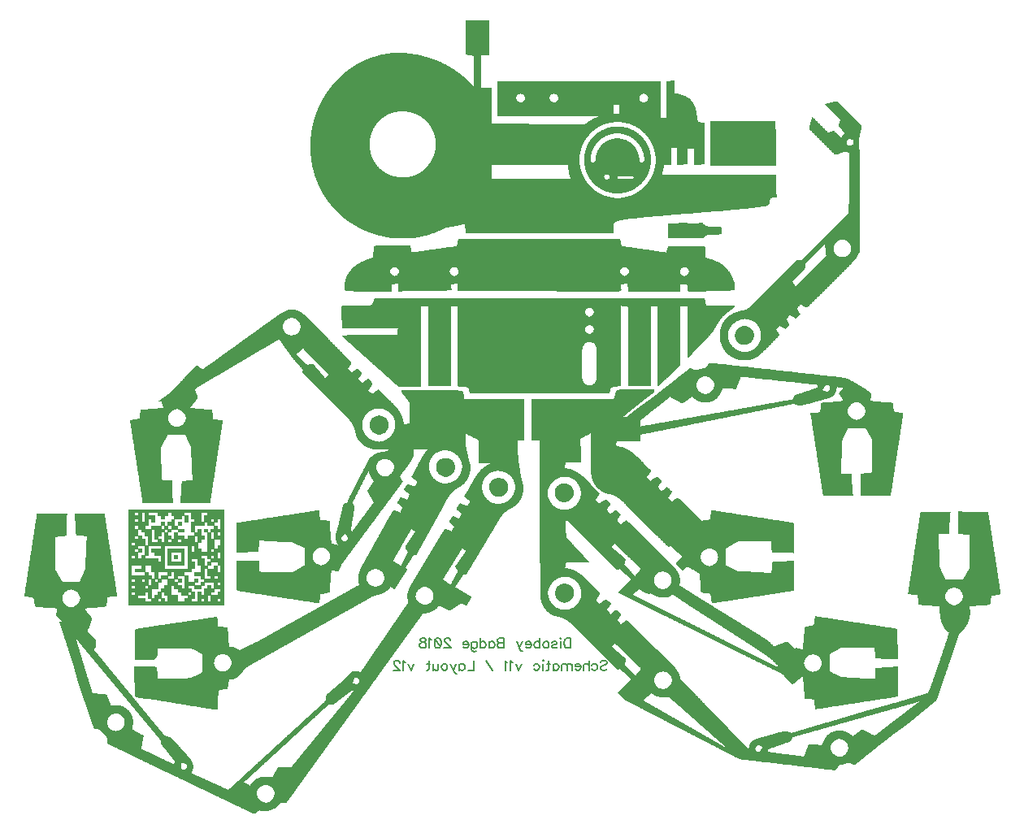
<source format=gbr>
%TF.GenerationSoftware,Novarm,DipTrace,3.0.0.2*%
%TF.CreationDate,2017-10-23T18:10:36+01:00*%
%FSLAX35Y35*%
%MOMM*%
%TF.FileFunction,Drawing,Silkscreen Bottom*%
%TF.Part,Single*%
%ADD12C,0.0254*%
%ADD78C,0.15686*%
G75*
G01*
%LPD*%
X5660900Y9320732D2*
D12*
X5899660D1*
X5660900Y9318192D2*
X5899660D1*
X5660900Y9315652D2*
X5899660D1*
X5660900Y9313112D2*
X5899660D1*
X5660900Y9310572D2*
X5899660D1*
X5660900Y9308032D2*
X5899660D1*
X5660900Y9305492D2*
X5899660D1*
X5660900Y9302952D2*
X5899660D1*
X5660900Y9300412D2*
X5899660D1*
X5660900Y9297872D2*
X5899660D1*
X5660910Y9295332D2*
X5899660D1*
X5660999Y9292792D2*
X5899660D1*
X5661323Y9290252D2*
X5899660D1*
X5661931Y9287712D2*
X5899660D1*
X5662582Y9285172D2*
X5899660D1*
X5663025Y9282632D2*
X5899660D1*
X5663261Y9280092D2*
X5899660D1*
X5663369Y9277552D2*
X5899660D1*
X5663413Y9275012D2*
X5899660D1*
X5663430Y9272472D2*
X5899660D1*
X5663437Y9269932D2*
X5899660D1*
X5663439Y9267392D2*
X5899660D1*
X5663440Y9264852D2*
X5899660D1*
X5663440Y9262312D2*
X5899660D1*
X5663440Y9259772D2*
X5899660D1*
X5663440Y9257232D2*
X5899660D1*
X5663440Y9254692D2*
X5899660D1*
X5663440Y9252152D2*
X5899660D1*
X5663440Y9249612D2*
X5899660D1*
X5663440Y9247072D2*
X5899660D1*
X5663440Y9244532D2*
X5899660D1*
X5663440Y9241992D2*
X5899660D1*
X5663440Y9239452D2*
X5899660D1*
X5663440Y9236912D2*
X5899660D1*
X5663440Y9234372D2*
X5899660D1*
X5663440Y9231832D2*
X5899660D1*
X5663440Y9229292D2*
X5899660D1*
X5663440Y9226752D2*
X5899660D1*
X5663440Y9224212D2*
X5899660D1*
X5663440Y9221672D2*
X5899660D1*
X5663440Y9219132D2*
X5899660D1*
X5663440Y9216592D2*
X5899660D1*
X5663440Y9214052D2*
X5899660D1*
X5663440Y9211512D2*
X5899660D1*
X5663440Y9208972D2*
X5899660D1*
X5663440Y9206432D2*
X5899660D1*
X5663440Y9203892D2*
X5899660D1*
X5663440Y9201352D2*
X5899660D1*
X5663440Y9198812D2*
X5899660D1*
X5663440Y9196272D2*
X5899660D1*
X5663440Y9193732D2*
X5899660D1*
X5663440Y9191192D2*
X5899660D1*
X5663440Y9188652D2*
X5899660D1*
X5663440Y9186112D2*
X5899660D1*
X5663440Y9183572D2*
X5899660D1*
X5663440Y9181032D2*
X5899660D1*
X5663440Y9178492D2*
X5899660D1*
X5663440Y9175952D2*
X5899660D1*
X5663440Y9173412D2*
X5899660D1*
X5663440Y9170872D2*
X5899660D1*
X5663440Y9168332D2*
X5899660D1*
X5663440Y9165792D2*
X5899660D1*
X5663440Y9163252D2*
X5899660D1*
X5663440Y9160712D2*
X5899660D1*
X5663440Y9158172D2*
X5899660D1*
X5663440Y9155632D2*
X5899660D1*
X5663440Y9153092D2*
X5899660D1*
X5663440Y9150552D2*
X5899660D1*
X5663440Y9148012D2*
X5899660D1*
X5663440Y9145472D2*
X5899660D1*
X5663440Y9142932D2*
X5899660D1*
X5663440Y9140392D2*
X5899660D1*
X5663450Y9137852D2*
X5899660D1*
X5663539Y9135312D2*
X5899660D1*
X5663863Y9132772D2*
X5899660D1*
X5664471Y9130232D2*
X5899660D1*
X5665122Y9127692D2*
X5899660D1*
X5665565Y9125152D2*
X5899660D1*
X5665801Y9122612D2*
X5899660D1*
X5665909Y9120072D2*
X5899660D1*
X5665953Y9117532D2*
X5899660D1*
X5665970Y9114992D2*
X5899660D1*
X5665977Y9112452D2*
X5899660D1*
X5665979Y9109912D2*
X5899660D1*
X5665980Y9107372D2*
X5899660D1*
X5665980Y9104832D2*
X5899660D1*
X5665980Y9102292D2*
X5899660D1*
X5665980Y9099752D2*
X5899660D1*
X5665980Y9097212D2*
X5899660D1*
X5665980Y9094672D2*
X5899660D1*
X5665980Y9092132D2*
X5899660D1*
X5665980Y9089592D2*
X5899660D1*
X5665980Y9087052D2*
X5899660D1*
X5665980Y9084512D2*
X5899660D1*
X5665980Y9081972D2*
X5899660D1*
X5665980Y9079432D2*
X5899660D1*
X5665980Y9076892D2*
X5899660D1*
X5665980Y9074352D2*
X5899660D1*
X5665980Y9071812D2*
X5899660D1*
X5665980Y9069272D2*
X5899660D1*
X5665980Y9066732D2*
X5899660D1*
X5665980Y9064192D2*
X5899660D1*
X5665980Y9061652D2*
X5899660D1*
X5665980Y9059112D2*
X5899660D1*
X5665980Y9056572D2*
X5899660D1*
X5665980Y9054032D2*
X5899660D1*
X5665980Y9051492D2*
X5899660D1*
X5665980Y9048952D2*
X5899660D1*
X5665980Y9046412D2*
X5899660D1*
X5665980Y9043872D2*
X5899660D1*
X5665980Y9041332D2*
X5899660D1*
X5665980Y9038792D2*
X5899660D1*
X5665980Y9036252D2*
X5899660D1*
X5665980Y9033712D2*
X5899660D1*
X5665980Y9031172D2*
X5899660D1*
X5665980Y9028632D2*
X5899660D1*
X5665980Y9026092D2*
X5899660D1*
X5665980Y9023552D2*
X5899660D1*
X5665980Y9021012D2*
X5899660D1*
X5665980Y9018472D2*
X5899660D1*
X5665980Y9015932D2*
X5899660D1*
X5665980Y9013392D2*
X5899660D1*
X5665980Y9010852D2*
X5899660D1*
X5665980Y9008312D2*
X5899660D1*
X5665980Y9005772D2*
X5899660D1*
X5665980Y9003232D2*
X5899660D1*
X5665980Y9000692D2*
X5899660D1*
X5665980Y8998152D2*
X5899660D1*
X5665980Y8995612D2*
X5899660D1*
X5665980Y8993072D2*
X5899660D1*
X5665980Y8990532D2*
X5899660D1*
X5665980Y8987992D2*
X5899660D1*
X5665980Y8985452D2*
X5899660D1*
X5665980Y8982912D2*
X5899660D1*
X5665980Y8980372D2*
X5899660D1*
X5665980Y8977832D2*
X5899660D1*
X4886200Y8975292D2*
X5033520D1*
X5666000D2*
X5899660D1*
X4866543Y8972752D2*
X5051300D1*
X5666258D2*
X5899660D1*
X4847786Y8970212D2*
X5081780D1*
X5666913D2*
X5899660D1*
X4830603Y8967672D2*
X5097430D1*
X5671715D2*
X5899660D1*
X4815115Y8965132D2*
X5113043D1*
X5680083D2*
X5899660D1*
X4801066Y8962592D2*
X5127853D1*
X5691733D2*
X5899660D1*
X4788114Y8960052D2*
X5141753D1*
X5705345D2*
X5899660D1*
X4776176Y8957512D2*
X5154934D1*
X5719603D2*
X5815840D1*
X5869180D2*
X5899660D1*
X4765062Y8954972D2*
X5167547D1*
X5733561D2*
X5815840D1*
X4754625Y8952432D2*
X5179550D1*
X5747260D2*
X5815840D1*
X4744842Y8949892D2*
X5190976D1*
X5747260D2*
X5815840D1*
X4735685Y8947352D2*
X5201833D1*
X5747260D2*
X5815840D1*
X4726851Y8944812D2*
X5212251D1*
X5747260D2*
X5815840D1*
X4718319Y8942272D2*
X5222232D1*
X5747260D2*
X5815840D1*
X4710145Y8939732D2*
X5231837D1*
X5747260D2*
X5815840D1*
X4702253Y8937192D2*
X5241264D1*
X5747260D2*
X5815840D1*
X4694517Y8934652D2*
X5250570D1*
X5747260D2*
X5815840D1*
X4686940Y8932112D2*
X5259462D1*
X5747260D2*
X5815840D1*
X4679621Y8929572D2*
X5267837D1*
X5747260D2*
X5815840D1*
X4672617Y8927032D2*
X5275823D1*
X5747260D2*
X5815840D1*
X4665741Y8924492D2*
X5283609D1*
X5747260D2*
X5815840D1*
X4658980Y8921952D2*
X5291290D1*
X5747260D2*
X5815840D1*
X4652523Y8919412D2*
X5298929D1*
X5747260D2*
X5815840D1*
X4646285Y8916872D2*
X5306464D1*
X5747260D2*
X5815840D1*
X4639898Y8914332D2*
X5313758D1*
X5747260D2*
X5815840D1*
X4633391Y8911792D2*
X5320677D1*
X5747260D2*
X5815840D1*
X4627069Y8909252D2*
X5327326D1*
X5747260D2*
X5815840D1*
X4621045Y8906712D2*
X5333881D1*
X5747260D2*
X5815840D1*
X4615245Y8904172D2*
X5340519D1*
X5747260D2*
X5815840D1*
X4609727Y8901632D2*
X5347172D1*
X5747260D2*
X5815840D1*
X4604424Y8899092D2*
X5353574D1*
X5747260D2*
X5815840D1*
X4599245Y8896552D2*
X5359706D1*
X5747260D2*
X5815840D1*
X4594124Y8894012D2*
X5365772D1*
X5747260D2*
X5815840D1*
X4589029Y8891472D2*
X5371748D1*
X5747260D2*
X5815840D1*
X4583943Y8888932D2*
X5377663D1*
X5747260D2*
X5815840D1*
X4578861Y8886392D2*
X5383617D1*
X5747260D2*
X5815840D1*
X4573780Y8883852D2*
X5389548D1*
X5747260D2*
X5815840D1*
X4568700Y8881312D2*
X5395359D1*
X5747260D2*
X5815840D1*
X4563620Y8878772D2*
X5401061D1*
X5747260D2*
X5815840D1*
X4558550Y8876232D2*
X5406538D1*
X5747260D2*
X5815840D1*
X4553549Y8873692D2*
X5411825D1*
X5747260D2*
X5815840D1*
X4548724Y8871152D2*
X5416998D1*
X5747260D2*
X5815840D1*
X4544097Y8868612D2*
X5422117D1*
X5747260D2*
X5815840D1*
X4539628Y8866072D2*
X5427212D1*
X5747260D2*
X5815840D1*
X4535322Y8863532D2*
X5432297D1*
X5747260D2*
X5815840D1*
X4531062Y8860992D2*
X5437379D1*
X5747260D2*
X5815840D1*
X4526777Y8858452D2*
X5442460D1*
X5747260D2*
X5815840D1*
X4522567Y8855912D2*
X5447530D1*
X5747260D2*
X5815840D1*
X4518346Y8853372D2*
X5452531D1*
X5747260D2*
X5815840D1*
X4514162Y8850832D2*
X5457356D1*
X5747260D2*
X5815840D1*
X4510184Y8848292D2*
X5461983D1*
X5747260D2*
X5815840D1*
X4506247Y8845752D2*
X5466452D1*
X5747260D2*
X5815840D1*
X4502030Y8843212D2*
X5470758D1*
X5747260D2*
X5815840D1*
X4497697Y8840672D2*
X5475028D1*
X5747260D2*
X5815840D1*
X4493504Y8838132D2*
X5479393D1*
X5747260D2*
X5815840D1*
X4489488Y8835592D2*
X5483846D1*
X5747260D2*
X5815840D1*
X4485579Y8833052D2*
X5488442D1*
X5747260D2*
X5815840D1*
X4481731Y8830512D2*
X5492982D1*
X5747260D2*
X5815840D1*
X4477903Y8827972D2*
X5497271D1*
X5747260D2*
X5815840D1*
X4474099Y8825432D2*
X5501338D1*
X5747260D2*
X5815840D1*
X4470374Y8822892D2*
X5505351D1*
X5747260D2*
X5815840D1*
X4466879Y8820352D2*
X5509519D1*
X5747260D2*
X5815840D1*
X4463596Y8817812D2*
X5513878D1*
X5747260D2*
X5815840D1*
X4460205Y8815272D2*
X5518109D1*
X5747260D2*
X5815840D1*
X4456551Y8812732D2*
X5522082D1*
X5747260D2*
X5815840D1*
X4452936Y8810192D2*
X5526083D1*
X5747260D2*
X5815840D1*
X4449450Y8807652D2*
X5530212D1*
X5747260D2*
X5815840D1*
X4445973Y8805112D2*
X5534272D1*
X5747260D2*
X5815840D1*
X4442550Y8802572D2*
X5538229D1*
X5747260D2*
X5815840D1*
X4439186Y8800032D2*
X5542096D1*
X5747260D2*
X5815840D1*
X4435770Y8797492D2*
X5545849D1*
X5747260D2*
X5815840D1*
X4432374Y8794952D2*
X5549354D1*
X5747260D2*
X5815840D1*
X4429020Y8792412D2*
X5552642D1*
X5747260D2*
X5815840D1*
X4425618Y8789872D2*
X5556034D1*
X5747260D2*
X5815840D1*
X4422302Y8787332D2*
X5559689D1*
X5747260D2*
X5815840D1*
X4419183Y8784792D2*
X5563304D1*
X5747260D2*
X5815840D1*
X4416066Y8782252D2*
X5566800D1*
X5747260D2*
X5815840D1*
X4412803Y8779712D2*
X5570356D1*
X5747260D2*
X5815840D1*
X4409555Y8777172D2*
X5574023D1*
X5747260D2*
X5815840D1*
X4406475Y8774632D2*
X5577752D1*
X5747260D2*
X5815840D1*
X4403449Y8772092D2*
X5581445D1*
X5747260D2*
X5815840D1*
X4400425Y8769552D2*
X5584918D1*
X5747260D2*
X5815840D1*
X4397473Y8767012D2*
X5588107D1*
X5747260D2*
X5815840D1*
X4394515Y8764472D2*
X5591183D1*
X5747260D2*
X5815840D1*
X4391525Y8761932D2*
X5594307D1*
X5747260D2*
X5815840D1*
X4388658Y8759392D2*
X5597505D1*
X5747260D2*
X5815840D1*
X4385856Y8756852D2*
X5600843D1*
X5747260D2*
X5815840D1*
X4382911Y8754312D2*
X5604196D1*
X5747260D2*
X5815840D1*
X4379729Y8751772D2*
X5607458D1*
X5747260D2*
X5815840D1*
X4376525Y8749232D2*
X5610621D1*
X5747260D2*
X5815840D1*
X4373537Y8746692D2*
X5613640D1*
X5747260D2*
X5815840D1*
X4370760Y8744152D2*
X5616627D1*
X5747260D2*
X5815840D1*
X4368102Y8741612D2*
X5619638D1*
X5747260D2*
X5815840D1*
X4365437Y8739072D2*
X5622589D1*
X5747260D2*
X5815840D1*
X4362636Y8736532D2*
X5625627D1*
X5747260D2*
X5815840D1*
X4359726Y8733992D2*
X5628857D1*
X5747260D2*
X5815840D1*
X4356896Y8731452D2*
X5632092D1*
X5747260D2*
X5815840D1*
X4354200Y8728912D2*
X5635167D1*
X5747260D2*
X5815840D1*
X4351580Y8726372D2*
X5638192D1*
X5747260D2*
X5815840D1*
X4349012Y8723832D2*
X5641206D1*
X5747260D2*
X5815840D1*
X4346455Y8721292D2*
X5644078D1*
X5747260D2*
X5815840D1*
X4343914Y8718752D2*
X5646801D1*
X5747260D2*
X5815840D1*
X4341369Y8716212D2*
X5649506D1*
X5747260D2*
X5815840D1*
X4338832Y8713672D2*
X5652321D1*
X5747260D2*
X5815840D1*
X4336288Y8711132D2*
X5655242D1*
X5747260D2*
X5815840D1*
X4333752Y8708592D2*
X5658070D1*
X5747260D2*
X5815840D1*
X4331208Y8706052D2*
X5660772D1*
X5747260D2*
X5815840D1*
X4328672Y8703512D2*
X5663388D1*
X5747260D2*
X5815840D1*
X4326128Y8700972D2*
X5665960D1*
X5747260D2*
X5815840D1*
X4323592Y8698432D2*
X5668513D1*
X5747260D2*
X5815840D1*
X4321058Y8695892D2*
X5671058D1*
X5747260D2*
X5815840D1*
X4318601Y8693352D2*
X5673599D1*
X5747260D2*
X5815840D1*
X4316302Y8690812D2*
X5676140D1*
X5747260D2*
X5815840D1*
X7817360D2*
X7827520D1*
X4314130Y8688272D2*
X5678680D1*
X5747260D2*
X5815840D1*
X7803308D2*
X7827520D1*
X4311873Y8685732D2*
X5681220D1*
X5747260D2*
X5815840D1*
X7788521D2*
X7827520D1*
X4309493Y8683192D2*
X5683760D1*
X5747260D2*
X5815840D1*
X7772803D2*
X7827520D1*
X4307028Y8680652D2*
X5686300D1*
X5747260D2*
X5815840D1*
X5993640D2*
X7192520D1*
X7756400D2*
X7827520D1*
X4304520Y8678112D2*
X5688840D1*
X5747260D2*
X5815840D1*
X5993640D2*
X7685280D1*
X7756400D2*
X7827520D1*
X4302003Y8675572D2*
X5691380D1*
X5747260D2*
X5815840D1*
X5993640D2*
X7685280D1*
X7756400D2*
X7827520D1*
X4299557Y8673032D2*
X5693920D1*
X5747260D2*
X5815840D1*
X5993640D2*
X7685280D1*
X7756400D2*
X7827520D1*
X4297342Y8670492D2*
X5696460D1*
X5747260D2*
X5815840D1*
X5993640D2*
X7685280D1*
X7756400D2*
X7827520D1*
X4295411Y8667952D2*
X5699000D1*
X5747260D2*
X5815840D1*
X5993640D2*
X7685280D1*
X7756400D2*
X7827520D1*
X4293522Y8665412D2*
X5701540D1*
X5747260D2*
X5815840D1*
X5993640D2*
X7685280D1*
X7756400D2*
X7827520D1*
X4291435Y8662872D2*
X5704080D1*
X5747260D2*
X5815840D1*
X5993640D2*
X7685280D1*
X7756400D2*
X7827520D1*
X4289210Y8660332D2*
X5706620D1*
X5747260D2*
X5815840D1*
X5993640D2*
X7685280D1*
X7756400D2*
X7827520D1*
X4287022Y8657792D2*
X5709150D1*
X5747260D2*
X5815840D1*
X5993640D2*
X7685280D1*
X7756400D2*
X7827520D1*
X4284891Y8655252D2*
X5711611D1*
X5747260D2*
X5815840D1*
X5993640D2*
X7685280D1*
X7756400D2*
X7827520D1*
X4282655Y8652712D2*
X5713906D1*
X5747260D2*
X5815840D1*
X5993640D2*
X7685280D1*
X7756400D2*
X7827520D1*
X4280287Y8650172D2*
X5716082D1*
X5747260D2*
X5815840D1*
X5993640D2*
X7685280D1*
X7756400D2*
X7827520D1*
X4277909Y8647632D2*
X5718335D1*
X5747260D2*
X5815840D1*
X5993640D2*
X7685280D1*
X7756400D2*
X7827520D1*
X4275642Y8645092D2*
X5720709D1*
X5747260D2*
X5815840D1*
X5993640D2*
X7685280D1*
X7756400D2*
X7827520D1*
X4273492Y8642552D2*
X5723090D1*
X5747260D2*
X5815840D1*
X5993640D2*
X7685280D1*
X7756400D2*
X7827520D1*
X4271330Y8640012D2*
X5725358D1*
X5747260D2*
X5815840D1*
X5993640D2*
X7685280D1*
X7756400D2*
X7827520D1*
X4269275Y8637472D2*
X5727517D1*
X5747260D2*
X5815840D1*
X5993640D2*
X7685280D1*
X7756400D2*
X7827520D1*
X4267419Y8634932D2*
X5729770D1*
X5747260D2*
X5815840D1*
X5993640D2*
X7685280D1*
X7756400D2*
X7827520D1*
X4265573Y8632392D2*
X5732138D1*
X5747260D2*
X5815840D1*
X5993640D2*
X7685280D1*
X7756400D2*
X7827520D1*
X4263568Y8629852D2*
X5734513D1*
X5747260D2*
X5815840D1*
X5993640D2*
X7685280D1*
X7756400D2*
X7827520D1*
X4261512Y8627312D2*
X5736695D1*
X5747260D2*
X5815840D1*
X5993640D2*
X7685280D1*
X7756400D2*
X7827520D1*
X4259455Y8624772D2*
X5738593D1*
X5747260D2*
X5815840D1*
X5993640D2*
X7685280D1*
X7756400D2*
X7827520D1*
X4257327Y8622232D2*
X5740372D1*
X5747260D2*
X5815840D1*
X5993640D2*
X7685280D1*
X7756400D2*
X7827520D1*
X4255215Y8619692D2*
X5742180D1*
X5747260D2*
X5815840D1*
X5993640D2*
X7685280D1*
X7756400D2*
X7827520D1*
X4253214Y8617152D2*
X5815840D1*
X5993640D2*
X7685280D1*
X7756400D2*
X7827520D1*
X4251315Y8614612D2*
X5815840D1*
X5993640D2*
X7685280D1*
X7756400D2*
X7827520D1*
X4249566Y8612072D2*
X5922520D1*
X5993640D2*
X7685280D1*
X7756400D2*
X7827520D1*
X4247838Y8609532D2*
X5922520D1*
X5993640D2*
X7685280D1*
X7756400D2*
X7827520D1*
X4246019Y8606992D2*
X5922520D1*
X5993640D2*
X7685280D1*
X7756400D2*
X7827520D1*
X4244101Y8604452D2*
X5922520D1*
X5993640D2*
X7685280D1*
X7756400D2*
X7827520D1*
X4242040Y8601912D2*
X5922520D1*
X5993640D2*
X7685280D1*
X7756400D2*
X7827520D1*
X4239957Y8599372D2*
X5922520D1*
X5993640D2*
X7685280D1*
X7756400D2*
X7827520D1*
X4237967Y8596832D2*
X5922520D1*
X5993640D2*
X7685280D1*
X7756400D2*
X7827520D1*
X4236073Y8594292D2*
X5922520D1*
X5993640D2*
X7685280D1*
X7756400D2*
X7827520D1*
X4234326Y8591752D2*
X5922520D1*
X5993640D2*
X7685280D1*
X7756400D2*
X7827520D1*
X4232607Y8589212D2*
X5922520D1*
X5993640D2*
X7685280D1*
X7756400D2*
X7827520D1*
X4230868Y8586672D2*
X5922520D1*
X5993640D2*
X7685280D1*
X7756400D2*
X7827520D1*
X4229185Y8584132D2*
X5922520D1*
X5993640D2*
X7685280D1*
X7756400D2*
X7827520D1*
X4227419Y8581592D2*
X5922520D1*
X5993640D2*
X7685280D1*
X7756400D2*
X7827520D1*
X4225457Y8579052D2*
X5922520D1*
X5993640D2*
X7685280D1*
X7756400D2*
X7827520D1*
X4223504Y8576512D2*
X5922520D1*
X5993640D2*
X7685280D1*
X7756400D2*
X7827520D1*
X4221766Y8573972D2*
X5922520D1*
X5993640D2*
X7685280D1*
X7756400D2*
X7827520D1*
X4220168Y8571432D2*
X5922520D1*
X5993640D2*
X7685280D1*
X7756400D2*
X7827520D1*
X4218463Y8568892D2*
X5922520D1*
X5993640D2*
X7685280D1*
X7756400D2*
X7827560D1*
X4216542Y8566352D2*
X5922520D1*
X5993640D2*
X7685280D1*
X7756400D2*
X7827679D1*
X4214601Y8563812D2*
X5922520D1*
X5993640D2*
X7685280D1*
X7756400D2*
X7828869D1*
X4212884Y8561272D2*
X5922520D1*
X5993640D2*
X7685280D1*
X7756400D2*
X7833461D1*
X4211364Y8558732D2*
X5922520D1*
X5993640D2*
X6218561D1*
X6241159D2*
X6566541D1*
X6586982D2*
X7501261D1*
X7521702D2*
X7685280D1*
X7756400D2*
X7840607D1*
X4209898Y8556192D2*
X5922520D1*
X5993640D2*
X6211239D1*
X6248481D2*
X6559219D1*
X6594854D2*
X7493939D1*
X7529574D2*
X7685280D1*
X7756400D2*
X7850062D1*
X4208258Y8553652D2*
X5922520D1*
X5993640D2*
X6205538D1*
X6254182D2*
X6553518D1*
X6600968D2*
X7488238D1*
X7535688D2*
X7685280D1*
X7756400D2*
X7860572D1*
X4206364Y8551112D2*
X5922520D1*
X5993640D2*
X6201109D1*
X6258611D2*
X6549089D1*
X6605478D2*
X7483809D1*
X7540198D2*
X7685280D1*
X7756400D2*
X7870931D1*
X4204435Y8548572D2*
X5922520D1*
X5993640D2*
X6197591D1*
X6262129D2*
X6545571D1*
X6608945D2*
X7480291D1*
X7543665D2*
X7685280D1*
X7756400D2*
X7880800D1*
X4202722Y8546032D2*
X5922520D1*
X5993640D2*
X6194612D1*
X6265108D2*
X6542582D1*
X6611876D2*
X7477302D1*
X7546596D2*
X7685280D1*
X7756400D2*
X7890281D1*
X4201213Y8543492D2*
X5922520D1*
X5993640D2*
X6191984D1*
X6267746D2*
X6539864D1*
X6614479D2*
X7474584D1*
X7549199D2*
X7685280D1*
X7756400D2*
X7899317D1*
X4199827Y8540952D2*
X5922520D1*
X5993640D2*
X6189783D1*
X6270036D2*
X6537341D1*
X6616748D2*
X7472061D1*
X7551468D2*
X7685280D1*
X7756400D2*
X7907537D1*
X4198431Y8538412D2*
X5922520D1*
X5993640D2*
X6188149D1*
X6271984D2*
X6535107D1*
X6618607D2*
X7469827D1*
X7553327D2*
X7685280D1*
X7756400D2*
X7914936D1*
X4196902Y8535872D2*
X5922520D1*
X5993640D2*
X6186869D1*
X6273784D2*
X6533255D1*
X6620163D2*
X7467975D1*
X7554893D2*
X7685280D1*
X7756400D2*
X7921776D1*
X4195250Y8533332D2*
X5922520D1*
X5993640D2*
X6185519D1*
X6275461D2*
X6531697D1*
X6621482D2*
X7466417D1*
X7556291D2*
X7685280D1*
X7756400D2*
X7928253D1*
X4193613Y8530792D2*
X5922520D1*
X5993640D2*
X6184079D1*
X6276745D2*
X6530306D1*
X6622562D2*
X7465026D1*
X7557605D2*
X7685280D1*
X7756400D2*
X7934352D1*
X4191940Y8528252D2*
X5922520D1*
X5993640D2*
X6182913D1*
X6277584D2*
X6529076D1*
X6623476D2*
X7463796D1*
X7558814D2*
X7685280D1*
X7756400D2*
X7940038D1*
X4190228Y8525712D2*
X5922520D1*
X5993640D2*
X6182198D1*
X6278278D2*
X6528118D1*
X6624388D2*
X7462838D1*
X7559849D2*
X7685280D1*
X7756400D2*
X7945413D1*
X4188641Y8523172D2*
X5922520D1*
X5993640D2*
X6181756D1*
X6279048D2*
X6527540D1*
X6625259D2*
X7462260D1*
X7560745D2*
X7685280D1*
X7756400D2*
X7950618D1*
X4187200Y8520632D2*
X5922520D1*
X5993640D2*
X6181277D1*
X6279765D2*
X6527251D1*
X6626078D2*
X7461971D1*
X7561642D2*
X7685280D1*
X7756400D2*
X7955658D1*
X4185848Y8518092D2*
X5922520D1*
X5993640D2*
X6180605D1*
X6280232D2*
X6527122D1*
X6626941D2*
X7461842D1*
X7562420D2*
X7685280D1*
X7756400D2*
X7960428D1*
X4184537Y8515552D2*
X5922520D1*
X5993640D2*
X6179930D1*
X6280476D2*
X6527070D1*
X6627708D2*
X7461790D1*
X7562915D2*
X7685280D1*
X7756400D2*
X7964814D1*
X4183172Y8513012D2*
X5922520D1*
X5993640D2*
X6179489D1*
X6280587D2*
X6527051D1*
X6628188D2*
X7461771D1*
X7563160D2*
X7685280D1*
X7756400D2*
X7968915D1*
X4181655Y8510472D2*
X5922520D1*
X5993640D2*
X6179340D1*
X6280623D2*
X6527044D1*
X6628352D2*
X7461764D1*
X7563186D2*
X7685280D1*
X7756400D2*
X7972842D1*
X4180007Y8507932D2*
X5922520D1*
X5993640D2*
X6179555D1*
X6280551D2*
X6527041D1*
X6628142D2*
X7461761D1*
X7562909D2*
X7685280D1*
X7756400D2*
X7976616D1*
X4178372Y8505392D2*
X5922520D1*
X5993640D2*
X6180118D1*
X6280234D2*
X6527050D1*
X6627571D2*
X7461770D1*
X7562309D2*
X7685280D1*
X7756400D2*
X7980120D1*
X4176710Y8502852D2*
X5922520D1*
X5993640D2*
X6180752D1*
X6279628D2*
X6527139D1*
X6626848D2*
X7461859D1*
X7561575D2*
X7685280D1*
X7756400D2*
X7983321D1*
X4175077Y8500312D2*
X5922520D1*
X5993640D2*
X6181199D1*
X6278967D2*
X6527473D1*
X6626088D2*
X7462193D1*
X7560810D2*
X7685280D1*
X7756400D2*
X7986391D1*
X4173724Y8497772D2*
X5922520D1*
X5993640D2*
X6181531D1*
X6278425D2*
X6528170D1*
X6625237D2*
X7462890D1*
X7559957D2*
X7685280D1*
X7756400D2*
X7989427D1*
X4172569Y8495232D2*
X5922520D1*
X5993640D2*
X6182051D1*
X6277777D2*
X6529145D1*
X6624379D2*
X7463865D1*
X7559109D2*
X7685280D1*
X7756400D2*
X7992302D1*
X4171259Y8492692D2*
X5922520D1*
X5993640D2*
X6183038D1*
X6276727D2*
X6530217D1*
X6623479D2*
X7464937D1*
X7558288D2*
X7685280D1*
X7756400D2*
X7995022D1*
X4169749Y8490152D2*
X5922520D1*
X5993640D2*
X6184413D1*
X6275334D2*
X6531282D1*
X6622284D2*
X7466002D1*
X7557328D2*
X7685280D1*
X7756400D2*
X7997645D1*
X4168257Y8487612D2*
X5922520D1*
X5993640D2*
X6185927D1*
X6273889D2*
X6532490D1*
X6620812D2*
X7467210D1*
X7556140D2*
X7685280D1*
X7756400D2*
X8000219D1*
X4166856Y8485072D2*
X5922520D1*
X5993640D2*
X6187550D1*
X6272496D2*
X6534086D1*
X6619258D2*
X7468806D1*
X7554629D2*
X7685280D1*
X7756400D2*
X8002763D1*
X4165519Y8482532D2*
X5922520D1*
X5993640D2*
X6189262D1*
X6271067D2*
X6535946D1*
X6617609D2*
X7470666D1*
X7552772D2*
X7685280D1*
X7756400D2*
X8005208D1*
X4164214Y8479992D2*
X5922520D1*
X5993640D2*
X6191021D1*
X6269350D2*
X6537994D1*
X6615811D2*
X7472714D1*
X7550767D2*
X7685280D1*
X7756400D2*
X8007328D1*
X4162851Y8477452D2*
X5922520D1*
X5993640D2*
X6193126D1*
X6267037D2*
X6540411D1*
X6613796D2*
X7475131D1*
X7548634D2*
X7685280D1*
X7756400D2*
X8008846D1*
X4161345Y8474912D2*
X5922520D1*
X5993640D2*
X6195883D1*
X6264072D2*
X6543143D1*
X6611237D2*
X7477863D1*
X7546091D2*
X7685280D1*
X7756400D2*
X8009762D1*
X4159786Y8472372D2*
X5922520D1*
X5993640D2*
X6199273D1*
X6260554D2*
X6546101D1*
X6607849D2*
X7480821D1*
X7542910D2*
X7685280D1*
X7756400D2*
X8015480D1*
X9514080D2*
X9526780D1*
X4158465Y8469832D2*
X5922520D1*
X5993640D2*
X6203463D1*
X6256301D2*
X6549814D1*
X6603515D2*
X7484534D1*
X7538849D2*
X7685280D1*
X7756400D2*
X8016751D1*
X9503575D2*
X9529310D1*
X4157322Y8467292D2*
X5922520D1*
X5993640D2*
X6209050D1*
X6250687D2*
X6555382D1*
X6597968D2*
X7490102D1*
X7533325D2*
X7685280D1*
X7756400D2*
X8018236D1*
X9492770D2*
X9531751D1*
X4156027Y8464752D2*
X5922520D1*
X5993640D2*
X6216395D1*
X6243331D2*
X6563359D1*
X6590928D2*
X7498079D1*
X7526009D2*
X7685280D1*
X7756400D2*
X8019788D1*
X9481935D2*
X9533869D1*
X4154598Y8462212D2*
X5922520D1*
X5993640D2*
X6224780D1*
X6234940D2*
X6572760D1*
X6582920D2*
X7507480D1*
X7517640D2*
X7685280D1*
X7756400D2*
X8021414D1*
X9471231D2*
X9535386D1*
X4153340Y8459672D2*
X5922520D1*
X5993640D2*
X7685280D1*
X7756400D2*
X8023031D1*
X9460584D2*
X9536302D1*
X4152225Y8457132D2*
X5922520D1*
X5993640D2*
X7685280D1*
X7756400D2*
X8024379D1*
X9449862D2*
X9542020D1*
X4150941Y8454592D2*
X5922520D1*
X5993640D2*
X7685280D1*
X7756400D2*
X8025532D1*
X9439173D2*
X9542020D1*
X4149516Y8452052D2*
X5922520D1*
X5993640D2*
X7685280D1*
X7756400D2*
X8026831D1*
X9428854D2*
X9547100D1*
X4148260Y8449512D2*
X5922520D1*
X5993640D2*
X7685280D1*
X7756400D2*
X8028261D1*
X9419897D2*
X9547100D1*
X4147144Y8446972D2*
X5922520D1*
X5993640D2*
X7685280D1*
X7756400D2*
X8029519D1*
X9413005D2*
X9552180D1*
X4145860Y8444432D2*
X5922520D1*
X5993640D2*
X7685280D1*
X7756400D2*
X8030635D1*
X9407400D2*
X9552180D1*
X4144436Y8441892D2*
X5922520D1*
X5993640D2*
X7685280D1*
X7756400D2*
X8031919D1*
X9409940D2*
X9557260D1*
X4143180Y8439352D2*
X5922520D1*
X5993640D2*
X7192520D1*
X7263640D2*
X7685280D1*
X7756400D2*
X8033344D1*
X9412480D2*
X9557260D1*
X4142064Y8436812D2*
X5922520D1*
X5993640D2*
X7192520D1*
X7263640D2*
X7685280D1*
X7756400D2*
X8034591D1*
X9415020D2*
X9562340D1*
X4140780Y8434272D2*
X5922520D1*
X5993640D2*
X7192520D1*
X7263640D2*
X7685280D1*
X7756400D2*
X8035626D1*
X9417560D2*
X9562340D1*
X4139356Y8431732D2*
X5922520D1*
X5993640D2*
X7192520D1*
X7263640D2*
X7685280D1*
X7756400D2*
X8036676D1*
X9420100D2*
X9567420D1*
X4138109Y8429192D2*
X5922520D1*
X5993640D2*
X7192520D1*
X7263640D2*
X7685280D1*
X7756400D2*
X8037806D1*
X9422640D2*
X9567420D1*
X4137074Y8426652D2*
X5922520D1*
X5993640D2*
X7192520D1*
X7263640D2*
X7685280D1*
X7756400D2*
X8038930D1*
X9425180D2*
X9572500D1*
X4136024Y8424112D2*
X5922520D1*
X5993640D2*
X7192520D1*
X7263640D2*
X7685280D1*
X7756400D2*
X8039930D1*
X9427720D2*
X9572500D1*
X4134884Y8421572D2*
X5922520D1*
X5993640D2*
X7192520D1*
X7263640D2*
X7685280D1*
X7756400D2*
X8040823D1*
X9430260D2*
X9577580D1*
X4133681Y8419032D2*
X5922520D1*
X5993640D2*
X7192520D1*
X7263640D2*
X7685280D1*
X7756400D2*
X8041803D1*
X9432800D2*
X9577580D1*
X4132437Y8416492D2*
X5922520D1*
X5993640D2*
X7192520D1*
X7263640D2*
X7685280D1*
X7756400D2*
X8042904D1*
X9435340D2*
X9582660D1*
X4131180Y8413952D2*
X5922520D1*
X5993640D2*
X7192520D1*
X7263640D2*
X7685280D1*
X7756400D2*
X8044007D1*
X9437880D2*
X9582660D1*
X4129922Y8411412D2*
X5922520D1*
X5993640D2*
X7192520D1*
X7263640D2*
X7685280D1*
X7756400D2*
X8044913D1*
X9440420D2*
X9587740D1*
X4128735Y8408872D2*
X5922520D1*
X5993640D2*
X7192520D1*
X7263640D2*
X7685280D1*
X7756400D2*
X8045481D1*
X9442960D2*
X9587740D1*
X4127697Y8406332D2*
X5922520D1*
X5993640D2*
X7192520D1*
X7263640D2*
X7685280D1*
X7756400D2*
X8045852D1*
X9445500D2*
X9592820D1*
X4126714Y8403792D2*
X5922520D1*
X5993640D2*
X7192520D1*
X7263640D2*
X7685280D1*
X7756400D2*
X8046302D1*
X9448040D2*
X9592820D1*
X4125495Y8401252D2*
X5922520D1*
X5993640D2*
X7192520D1*
X7263640D2*
X7685280D1*
X7756400D2*
X8046971D1*
X9450580D2*
X9597900D1*
X4124108Y8398712D2*
X5922520D1*
X5993640D2*
X7192520D1*
X7263640D2*
X7685280D1*
X7756400D2*
X8047731D1*
X9453120D2*
X9597900D1*
X4122952Y8396172D2*
X5922520D1*
X5993640D2*
X7192520D1*
X7263640D2*
X7685280D1*
X7756400D2*
X8048505D1*
X9455660D2*
X9602980D1*
X4122165Y8393632D2*
X5922520D1*
X5993640D2*
X7192520D1*
X7263640D2*
X7685280D1*
X7756400D2*
X8049351D1*
X9458200D2*
X9602980D1*
X4121481Y8391092D2*
X5922520D1*
X5993640D2*
X7192520D1*
X7263640D2*
X7685280D1*
X7756400D2*
X8050111D1*
X9460740D2*
X9608060D1*
X4120629Y8388552D2*
X5922520D1*
X5993640D2*
X7192520D1*
X7263640D2*
X7685280D1*
X7756400D2*
X8050609D1*
X9463280D2*
X9608060D1*
X4119581Y8386012D2*
X5922520D1*
X5993640D2*
X7192520D1*
X7263640D2*
X7685280D1*
X7756400D2*
X8050951D1*
X9465820D2*
X9613140D1*
X4118417Y8383472D2*
X5922520D1*
X5993640D2*
X7192520D1*
X7263640D2*
X7685280D1*
X7756400D2*
X8051388D1*
X9468360D2*
X9613140D1*
X4117188Y8380932D2*
X5922520D1*
X5993640D2*
X7192520D1*
X7263640D2*
X7685280D1*
X7756400D2*
X8052053D1*
X9470900D2*
X9618220D1*
X4115937Y8378392D2*
X5922520D1*
X5993640D2*
X7192520D1*
X7263640D2*
X7685280D1*
X7756400D2*
X8052812D1*
X9473440D2*
X9618220D1*
X4114681Y8375852D2*
X4967752D1*
X5020146D2*
X5922520D1*
X5993640D2*
X7192520D1*
X7263640D2*
X7685280D1*
X7756400D2*
X8053585D1*
X9475980D2*
X9623300D1*
X4113504Y8373312D2*
X4948107D1*
X5041602D2*
X5922520D1*
X5993640D2*
X7192520D1*
X7263640D2*
X7685280D1*
X7756400D2*
X8054431D1*
X9478520D2*
X9623300D1*
X4112557Y8370772D2*
X4931880D1*
X5059298D2*
X5922520D1*
X5993640D2*
X7192520D1*
X7263640D2*
X7685280D1*
X7756400D2*
X8055191D1*
X9481060D2*
X9628380D1*
X4111897Y8368232D2*
X4918405D1*
X5073926D2*
X5922520D1*
X5993640D2*
X7192520D1*
X7263640D2*
X7685280D1*
X7756400D2*
X8055679D1*
X9483600D2*
X9628380D1*
X4111276Y8365692D2*
X4907009D1*
X5086278D2*
X5922520D1*
X5993640D2*
X7192520D1*
X7263640D2*
X7685280D1*
X7756400D2*
X8055941D1*
X9486140D2*
X9633460D1*
X4110451Y8363152D2*
X4897237D1*
X5097063D2*
X5922520D1*
X5993640D2*
X7192520D1*
X7263640D2*
X7685280D1*
X7756400D2*
X8056145D1*
X9488680D2*
X9633460D1*
X4109425Y8360612D2*
X4888877D1*
X5106612D2*
X5922520D1*
X5993640D2*
X7192520D1*
X7263640D2*
X7685280D1*
X7756400D2*
X8056515D1*
X9491220D2*
X9638540D1*
X4108344Y8358072D2*
X4881666D1*
X5115162D2*
X5922520D1*
X5993640D2*
X7192520D1*
X7263640D2*
X7685280D1*
X7756400D2*
X8057141D1*
X9493760D2*
X9638540D1*
X4107361Y8355532D2*
X4875179D1*
X5122842D2*
X5922520D1*
X5993640D2*
X7192520D1*
X7263640D2*
X7685280D1*
X7756400D2*
X8057809D1*
X9496300D2*
X9643620D1*
X4106474Y8352992D2*
X4868897D1*
X5129725D2*
X5922520D1*
X5993640D2*
X7192520D1*
X7263640D2*
X7685280D1*
X7756400D2*
X8058344D1*
X9498840D2*
X9643620D1*
X4105496Y8350452D2*
X4862636D1*
X5136060D2*
X5922520D1*
X5993640D2*
X7192520D1*
X7263640D2*
X7685280D1*
X7756400D2*
X8058904D1*
X9501380D2*
X9648700D1*
X4104395Y8347912D2*
X4856418D1*
X5142196D2*
X5922520D1*
X5993640D2*
X7192520D1*
X7263640D2*
X7685280D1*
X7756400D2*
X8059620D1*
X9503920D2*
X9648700D1*
X4103283Y8345372D2*
X4850435D1*
X5148113D2*
X5922520D1*
X5993640D2*
X7685280D1*
X7756400D2*
X8060316D1*
X9506460D2*
X9653780D1*
X4102288Y8342832D2*
X4844878D1*
X5153705D2*
X5922520D1*
X5993640D2*
X7685280D1*
X7756400D2*
X8060776D1*
X9509000D2*
X9653780D1*
X4101397Y8340292D2*
X4839842D1*
X5158965D2*
X5922520D1*
X5993640D2*
X7685280D1*
X7756400D2*
X8061018D1*
X9511540D2*
X9658860D1*
X4100416Y8337752D2*
X4835250D1*
X5163922D2*
X5922520D1*
X5993640D2*
X7685280D1*
X7756400D2*
X8061128D1*
X9514080D2*
X9658860D1*
X4099316Y8335212D2*
X4830864D1*
X5168672D2*
X5922520D1*
X5993640D2*
X7685280D1*
X7756400D2*
X8061183D1*
X9516620D2*
X9663940D1*
X4098213Y8332672D2*
X4826527D1*
X5173408D2*
X5922520D1*
X5993640D2*
X7685280D1*
X7756400D2*
X8061290D1*
X9519160D2*
X9663940D1*
X4097297Y8330132D2*
X4822298D1*
X5178080D2*
X5922520D1*
X5993640D2*
X7685280D1*
X7756400D2*
X8061620D1*
X9521700D2*
X9669020D1*
X4096650Y8327592D2*
X4818070D1*
X5182624D2*
X5922520D1*
X5993640D2*
X7685280D1*
X7756400D2*
X8062230D1*
X9524240D2*
X9669020D1*
X4096034Y8325052D2*
X4813893D1*
X5186982D2*
X5922520D1*
X6242560D2*
X6928360D1*
X7064725D2*
X7685280D1*
X7756400D2*
X8062892D1*
X9526780D2*
X9674100D1*
X4095211Y8322512D2*
X4810004D1*
X5191032D2*
X5922520D1*
X7058306D2*
X7685280D1*
X7756400D2*
X8063425D1*
X9529320D2*
X9674100D1*
X4094185Y8319972D2*
X4806391D1*
X5194913D2*
X5922520D1*
X7051657D2*
X7685280D1*
X7756400D2*
X8063984D1*
X9531860D2*
X9679180D1*
X4093114Y8317432D2*
X4802781D1*
X5198820D2*
X5922520D1*
X7045234D2*
X7685280D1*
X7756400D2*
X8064700D1*
X9534400D2*
X9679180D1*
X4092210Y8314892D2*
X4799109D1*
X5202550D2*
X5922520D1*
X7039071D2*
X7685280D1*
X7756400D2*
X8065396D1*
X9536940D2*
X9684260D1*
X4091568Y8312352D2*
X4795449D1*
X5206083D2*
X5922520D1*
X7033001D2*
X7685280D1*
X7756400D2*
X8065856D1*
X9539480D2*
X9684260D1*
X4090963Y8309812D2*
X4791992D1*
X5209577D2*
X5922520D1*
X7027021D2*
X7685280D1*
X7756400D2*
X8066098D1*
X9542020D2*
X9689340D1*
X4090220Y8307272D2*
X4788809D1*
X5213006D2*
X5922520D1*
X7021192D2*
X7685280D1*
X7756400D2*
X8066208D1*
X9270240D2*
D3*
X9544560D2*
X9689340D1*
X4089428Y8304732D2*
X4785736D1*
X5216373D2*
X5922520D1*
X7015483D2*
X7685280D1*
X7756400D2*
X8066253D1*
X9269838D2*
X9275320D1*
X9547100D2*
X9694420D1*
X4088642Y8302192D2*
X4782612D1*
X5219790D2*
X5922520D1*
X7010003D2*
X7685280D1*
X7756400D2*
X8066270D1*
X9269119D2*
X9275320D1*
X9549640D2*
X9694420D1*
X4087791Y8299652D2*
X4779414D1*
X5223176D2*
X5922520D1*
X7004716D2*
X8066287D1*
X9268137D2*
X9280400D1*
X9552180D2*
X9699500D1*
X4087020Y8297112D2*
X4776087D1*
X5226451D2*
X5922520D1*
X6999552D2*
X8066378D1*
X9267084D2*
X9280400D1*
X9554720D2*
X9699500D1*
X4086442Y8294572D2*
X4772813D1*
X5229609D2*
X5922520D1*
X6994512D2*
X8066703D1*
X9266197D2*
X9285480D1*
X9557260D2*
X9704580D1*
X4085866Y8292032D2*
X4769795D1*
X5232550D2*
X5922520D1*
X6989672D2*
X8067311D1*
X9265636D2*
X9285480D1*
X9559790D2*
X9704580D1*
X4085133Y8289492D2*
X4767006D1*
X5235293D2*
X5922520D1*
X6985040D2*
X8067972D1*
X9265266D2*
X9290560D1*
X9562231D2*
X9709660D1*
X4084346Y8286952D2*
X4764354D1*
X5237931D2*
X5922520D1*
X6980569D2*
X8068505D1*
X9264818D2*
X9290560D1*
X9564348D2*
X9709660D1*
X4083561Y8284412D2*
X4761768D1*
X5240505D2*
X5922520D1*
X6976262D2*
X8069064D1*
X9264149D2*
X9295640D1*
X9565847D2*
X9714740D1*
X4082711Y8281872D2*
X4759210D1*
X5243064D2*
X5922520D1*
X6972002D2*
X8069780D1*
X9263389D2*
X9295640D1*
X9566848D2*
X9714740D1*
X4081940Y8279332D2*
X4756663D1*
X5245605D2*
X5922520D1*
X6967727D2*
X8070476D1*
X9262615D2*
X9300720D1*
X9566877D2*
X9719820D1*
X4081362Y8276792D2*
X4754121D1*
X5248151D2*
X5922520D1*
X6963596D2*
X8070936D1*
X9261769D2*
X9300720D1*
X9565921D2*
X9719820D1*
X4080776Y8274252D2*
X4751580D1*
X5250688D2*
X5922520D1*
X6959610D2*
X8071178D1*
X9260999D2*
X9305800D1*
X9564672D2*
X9724900D1*
X4079964Y8271712D2*
X4749040D1*
X5253232D2*
X5922520D1*
X6955720D2*
X8071288D1*
X9260422D2*
X9305800D1*
X9563503D2*
X9724900D1*
X4078942Y8269172D2*
X4746500D1*
X5255768D2*
X5922520D1*
X6951875D2*
X8071353D1*
X9259846D2*
X9310880D1*
X9562497D2*
X9729980D1*
X4077873Y8266632D2*
X4743970D1*
X5258302D2*
X5922520D1*
X6948053D2*
X8071608D1*
X9259113D2*
X9310880D1*
X9561458D2*
X9729980D1*
X4076980Y8264092D2*
X4741519D1*
X5260759D2*
X5922530D1*
X6944237D2*
X7205482D1*
X7273029D2*
X8072212D1*
X8213600D2*
X8881620D1*
X9258326D2*
X9315960D1*
X9560332D2*
X9735060D1*
X4076427Y8261552D2*
X4739303D1*
X5263058D2*
X5922619D1*
X6940437D2*
X7185758D1*
X7294159D2*
X8075358D1*
X8213600D2*
X8881620D1*
X9257541D2*
X9315960D1*
X9559209D2*
X9735060D1*
X4076136Y8259012D2*
X4737371D1*
X5265220D2*
X5922943D1*
X6936713D2*
X7169296D1*
X7311237D2*
X8083509D1*
X8213600D2*
X8881620D1*
X9256691D2*
X9321040D1*
X9558200D2*
X9740140D1*
X4075922Y8256472D2*
X4735482D1*
X5267388D2*
X5923551D1*
X6933229D2*
X7155527D1*
X7325124D2*
X8094619D1*
X8213600D2*
X8881620D1*
X9255930D2*
X9321040D1*
X9557228D2*
X9740140D1*
X4075537Y8253932D2*
X4733395D1*
X5269444D2*
X5924202D1*
X6930025D2*
X7143988D1*
X7336709D2*
X8108652D1*
X8213600D2*
X8881620D1*
X9255432D2*
X9326120D1*
X9556013D2*
X9745220D1*
X4074820Y8251392D2*
X4731170D1*
X5271300D2*
X5924645D1*
X6926869D2*
X7134012D1*
X7346651D2*
X8125028D1*
X8213600D2*
X8881620D1*
X9255089D2*
X9326120D1*
X9554627D2*
X9745220D1*
X4073838Y8248852D2*
X4728982D1*
X5273147D2*
X5924881D1*
X6923499D2*
X7124928D1*
X7355450D2*
X8142480D1*
X8213600D2*
X8881620D1*
X9254642D2*
X9331200D1*
X9553472D2*
X9750300D1*
X4072784Y8246312D2*
X4726861D1*
X5275152D2*
X5924989D1*
X6919917D2*
X7116575D1*
X7363603D2*
X8142480D1*
X8213600D2*
X8881620D1*
X9253897D2*
X9331200D1*
X9552675D2*
X9750300D1*
X4071897Y8243772D2*
X4724715D1*
X5277208D2*
X5925033D1*
X6916124D2*
X7108977D1*
X7371353D2*
X8142480D1*
X8213600D2*
X8881620D1*
X9252904D2*
X9336280D1*
X9551912D2*
X9755380D1*
X4071346Y8241232D2*
X4722670D1*
X5279265D2*
X5925051D1*
X6912034D2*
X7101810D1*
X7378730D2*
X8142480D1*
X8213600D2*
X8881620D1*
X9251847D2*
X9336280D1*
X9550825D2*
X9755380D1*
X4071056Y8238692D2*
X4720900D1*
X5281383D2*
X6313680D1*
X6907585D2*
X7094921D1*
X7385671D2*
X8142480D1*
X8213600D2*
X8881620D1*
X9250958D2*
X9341360D1*
X9549493D2*
X9760460D1*
X4070842Y8236152D2*
X4719284D1*
X5283416D2*
X7088433D1*
X7392232D2*
X8142480D1*
X8213600D2*
X8881620D1*
X9250396D2*
X9341360D1*
X9548286D2*
X9760460D1*
X4070467Y8233612D2*
X4717578D1*
X5285172D2*
X7082344D1*
X7398387D2*
X8142480D1*
X8213600D2*
X8881620D1*
X9250027D2*
X9346440D1*
X9547285D2*
X9765540D1*
X4069829Y8231072D2*
X4715651D1*
X5286707D2*
X7076519D1*
X7404174D2*
X8142480D1*
X8213600D2*
X8881620D1*
X9249578D2*
X9346440D1*
X9546430D2*
X9765540D1*
X4069082Y8228532D2*
X4713704D1*
X5288179D2*
X7070991D1*
X7409791D2*
X8142480D1*
X8213600D2*
X8881620D1*
X9248909D2*
X9351520D1*
X9545761D2*
X9770620D1*
X4068313Y8225992D2*
X4711903D1*
X5289821D2*
X7065686D1*
X7415295D2*
X8142480D1*
X8213600D2*
X8881620D1*
X9248149D2*
X9351520D1*
X9546241D2*
X9770620D1*
X4067468Y8223452D2*
X4710162D1*
X5291715D2*
X7060505D1*
X7420468D2*
X8142480D1*
X8213600D2*
X8881620D1*
X9247375D2*
X9356600D1*
X9547904D2*
X9775700D1*
X4066709Y8220912D2*
X4708487D1*
X5293645D2*
X7055384D1*
X7425354D2*
X8142480D1*
X8213600D2*
X8881620D1*
X9246529D2*
X9356600D1*
X9549887D2*
X9775700D1*
X4066221Y8218372D2*
X4707042D1*
X5295358D2*
X7050299D1*
X7430140D2*
X8142480D1*
X8213600D2*
X8881620D1*
X9245759D2*
X9361680D1*
X9551892D2*
X9780780D1*
X4065959Y8215832D2*
X4705648D1*
X5296867D2*
X7045302D1*
X7434766D2*
X8142480D1*
X8213600D2*
X8881620D1*
X9245182D2*
X9361680D1*
X9553739D2*
X9780683D1*
X4065755Y8213292D2*
X4704052D1*
X5298253D2*
X7040554D1*
X7439092D2*
X8142480D1*
X8213600D2*
X8881620D1*
X9244606D2*
X9366760D1*
X9555595D2*
X9780358D1*
X4065385Y8210752D2*
X4702489D1*
X5299649D2*
X7036171D1*
X7223000D2*
X7258560D1*
X7443253D2*
X8142480D1*
X8213600D2*
X8881620D1*
X9243873D2*
X9366760D1*
X9557680D2*
X9779739D1*
X4064749Y8208212D2*
X4701125D1*
X5301168D2*
X7032075D1*
X7187440D2*
X7291580D1*
X7447491D2*
X8142480D1*
X8213600D2*
X8881620D1*
X9243086D2*
X9371840D1*
X9559971D2*
X9778998D1*
X4064002Y8205672D2*
X4699687D1*
X5302741D2*
X7028136D1*
X7175859D2*
X7303637D1*
X7451870D2*
X8142480D1*
X8213600D2*
X8881620D1*
X9242301D2*
X9371840D1*
X9562323D2*
X9778232D1*
X4063233Y8203132D2*
X4698114D1*
X5304143D2*
X7024276D1*
X7164670D2*
X7314952D1*
X7456033D2*
X8142480D1*
X8213600D2*
X8881620D1*
X9241451D2*
X9376920D1*
X9564573D2*
X9777388D1*
X4062388Y8200592D2*
X4696594D1*
X5305522D2*
X7020445D1*
X7154263D2*
X7325183D1*
X7459766D2*
X8142480D1*
X8213600D2*
X8881620D1*
X9240700D2*
X9376920D1*
X9566722D2*
X9776629D1*
X4061629Y8198052D2*
X4695183D1*
X5307111D2*
X7016630D1*
X7144804D2*
X7334446D1*
X7463395D2*
X8142480D1*
X8213600D2*
X8881620D1*
X9240311D2*
X9382000D1*
X9568889D2*
X9776141D1*
X4061141Y8195512D2*
X4693842D1*
X5308673D2*
X7012825D1*
X7136272D2*
X7342854D1*
X7467157D2*
X8142480D1*
X8213600D2*
X8881620D1*
X9240240D2*
X9382000D1*
X9571027D2*
X9775879D1*
X4060889Y8192972D2*
X4692544D1*
X5310036D2*
X7009096D1*
X7128507D2*
X7350557D1*
X7470817D2*
X8142480D1*
X8213600D2*
X8881630D1*
X9241338D2*
X9387080D1*
X9573122D2*
X9775675D1*
X4060775Y8190432D2*
X4691261D1*
X5311463D2*
X7005528D1*
X7121397D2*
X7357650D1*
X7474321D2*
X8142480D1*
X8213600D2*
X8881719D1*
X9243019D2*
X9387080D1*
X9575337D2*
X9775295D1*
X4060718Y8187892D2*
X4689988D1*
X5312957D2*
X7002094D1*
X7114768D2*
X7364358D1*
X7477804D2*
X8142480D1*
X8213600D2*
X8882043D1*
X9245137D2*
X9392160D1*
X9577615D2*
X9774579D1*
X4060611Y8185352D2*
X4688715D1*
X5314232D2*
X6998648D1*
X7108587D2*
X7370848D1*
X7481229D2*
X8142480D1*
X8213600D2*
X8882651D1*
X9247495D2*
X9392160D1*
X9579751D2*
X9773598D1*
X4060280Y8182812D2*
X4687446D1*
X5315280D2*
X6995250D1*
X7102791D2*
X7377172D1*
X7484594D2*
X8142480D1*
X8213600D2*
X8883302D1*
X9249962D2*
X9397240D1*
X9581649D2*
X9772544D1*
X4059670Y8180272D2*
X4686174D1*
X5316334D2*
X6991971D1*
X7097170D2*
X7383209D1*
X7488010D2*
X8142480D1*
X8213600D2*
X8883745D1*
X9252475D2*
X9397240D1*
X9583525D2*
X9771657D1*
X4059008Y8177732D2*
X4684906D1*
X5317465D2*
X6988802D1*
X7091666D2*
X7388861D1*
X7491396D2*
X8142480D1*
X8213600D2*
X8883981D1*
X9255005D2*
X9402320D1*
X9585607D2*
X9771106D1*
X4058475Y8175192D2*
X4683644D1*
X5318590D2*
X6985781D1*
X7086493D2*
X7394138D1*
X7494671D2*
X8142480D1*
X8213600D2*
X8884089D1*
X9257542D2*
X9402320D1*
X9587831D2*
X9770816D1*
X4057916Y8172652D2*
X4682455D1*
X5319590D2*
X6982794D1*
X7081606D2*
X7399017D1*
X7497829D2*
X8142480D1*
X8213600D2*
X8884133D1*
X9260081D2*
X9407400D1*
X9590018D2*
X9770602D1*
X4057200Y8170112D2*
X4681428D1*
X5320483D2*
X6979792D1*
X7076820D2*
X7403457D1*
X7500770D2*
X8142480D1*
X8213600D2*
X8884150D1*
X9262620D2*
X9407400D1*
X9592149D2*
X9770217D1*
X4056504Y8167572D2*
X4680524D1*
X5321463D2*
X6976930D1*
X7072194D2*
X7407665D1*
X7503513D2*
X8142480D1*
X8213600D2*
X8884157D1*
X9265160D2*
X9412480D1*
X9594385D2*
X9769500D1*
X4056044Y8165032D2*
X4679539D1*
X5322564D2*
X6974216D1*
X7067868D2*
X7411931D1*
X7506151D2*
X8142480D1*
X8213600D2*
X8884159D1*
X9267700D2*
X9412480D1*
X9596753D2*
X9768518D1*
X4055802Y8162492D2*
X4678437D1*
X5323677D2*
X6971594D1*
X7063707D2*
X7416406D1*
X7508725D2*
X8142480D1*
X8213600D2*
X8884160D1*
X9270240D2*
X9417560D1*
X9478520D2*
X9493760D1*
X9599131D2*
X9767464D1*
X4055692Y8159952D2*
X4677324D1*
X5324682D2*
X6969021D1*
X7059469D2*
X7420885D1*
X7511284D2*
X8142480D1*
X8213600D2*
X8884160D1*
X9272780D2*
X9417560D1*
X9471510D2*
X9493760D1*
X9601398D2*
X9766577D1*
X4055637Y8157412D2*
X4676328D1*
X5325653D2*
X6966467D1*
X7055090D2*
X7425148D1*
X7513835D2*
X8142480D1*
X8213600D2*
X8884160D1*
X9275320D2*
X9422640D1*
X9464263D2*
X9498840D1*
X9603558D2*
X9766026D1*
X4055530Y8154872D2*
X4675437D1*
X5326867D2*
X6963923D1*
X7050936D2*
X7429184D1*
X7516460D2*
X8142480D1*
X8213600D2*
X8884160D1*
X9277860D2*
X9422640D1*
X9456956D2*
X9498840D1*
X9605800D2*
X9765736D1*
X4055200Y8152332D2*
X4674456D1*
X5328253D2*
X6961381D1*
X7047283D2*
X7433015D1*
X7519231D2*
X8142480D1*
X8213600D2*
X8884160D1*
X9280400D2*
X9427720D1*
X9449839D2*
X9503920D1*
X9608079D2*
X9765522D1*
X4054590Y8149792D2*
X4673356D1*
X5329408D2*
X6958840D1*
X7043889D2*
X7436544D1*
X7522060D2*
X8142480D1*
X8213600D2*
X8884160D1*
X9282940D2*
X9427720D1*
X9442960D2*
X9506156D1*
X9610120D2*
X9765147D1*
X4053938Y8147252D2*
X4672253D1*
X5330195D2*
X6956300D1*
X7040411D2*
X7439765D1*
X7524639D2*
X8142480D1*
X8213600D2*
X8884160D1*
X9285480D2*
X9508722D1*
X9611596D2*
X9764509D1*
X4053485Y8144712D2*
X4671337D1*
X5330879D2*
X6953760D1*
X7036804D2*
X7207168D1*
X7269312D2*
X7442928D1*
X7526975D2*
X8142480D1*
X8213600D2*
X8884160D1*
X9288020D2*
X9511375D1*
X9612441D2*
X9763762D1*
X4053160Y8142172D2*
X4670690D1*
X5331731D2*
X6951220D1*
X7033172D2*
X7193890D1*
X7282590D2*
X7446299D1*
X7529304D2*
X8142480D1*
X8213600D2*
X8884160D1*
X9290560D2*
X9514010D1*
X9612852D2*
X9762993D1*
X4052728Y8139632D2*
X4670084D1*
X5332769D2*
X6948680D1*
X7029726D2*
X7181370D1*
X7295110D2*
X7449863D1*
X7531720D2*
X8142480D1*
X8213600D2*
X8884160D1*
X9293100D2*
X9516685D1*
X9613036D2*
X9762148D1*
X4052075Y8137092D2*
X4669340D1*
X5333844D2*
X6946150D1*
X7026547D2*
X7170173D1*
X7306307D2*
X7453458D1*
X7534193D2*
X8142480D1*
X8213600D2*
X8884160D1*
X9295640D2*
X9519569D1*
X9608060D2*
X9761389D1*
X4051407Y8134552D2*
X4668548D1*
X5334739D2*
X6943689D1*
X7023485D2*
X7160324D1*
X7316156D2*
X7456710D1*
X7536699D2*
X8142480D1*
X8213600D2*
X8884160D1*
X9298180D2*
X9522726D1*
X9608060D2*
X9760901D1*
X4050958Y8132012D2*
X4667762D1*
X5335303D2*
X6941394D1*
X7020451D2*
X7151630D1*
X7324860D2*
X7459507D1*
X7539145D2*
X8142480D1*
X8213600D2*
X8884160D1*
X9300720D2*
X9525921D1*
X9602980D2*
X9760649D1*
X4050720Y8129472D2*
X4666911D1*
X5335673D2*
X6939218D1*
X7017577D2*
X7143876D1*
X7332693D2*
X7460767D1*
X7541441D2*
X8142480D1*
X8213600D2*
X8884160D1*
X9303260D2*
X9528895D1*
X9602980D2*
X9760525D1*
X4050612Y8126932D2*
X4666150D1*
X5336132D2*
X6936965D1*
X7014858D2*
X7136975D1*
X7339829D2*
X7466840D1*
X7543611D2*
X8142480D1*
X8213600D2*
X8884160D1*
X9305800D2*
X9531592D1*
X9597900D2*
X9760389D1*
X4050567Y8124392D2*
X4665652D1*
X5336880D2*
X6934591D1*
X7012225D2*
X7130621D1*
X7346467D2*
X7469076D1*
X7545857D2*
X8142480D1*
X8213600D2*
X8884160D1*
X9308340D2*
X9534005D1*
X9596532D2*
X9760047D1*
X4050550Y8121852D2*
X4665309D1*
X5337875D2*
X6932210D1*
X7009562D2*
X7124489D1*
X7352642D2*
X7471642D1*
X7548148D2*
X8142480D1*
X8213600D2*
X8884160D1*
X9310880D2*
X9536305D1*
X9594722D2*
X9759432D1*
X4050543Y8119312D2*
X4664862D1*
X5338933D2*
X6929952D1*
X7006685D2*
X7118574D1*
X7358359D2*
X7474295D1*
X7550289D2*
X8142480D1*
X8213600D2*
X8884160D1*
X9313420D2*
X9538819D1*
X9592551D2*
X9758769D1*
X4050531Y8116772D2*
X4664117D1*
X5339822D2*
X6927882D1*
X7003531D2*
X7113069D1*
X7363736D2*
X7476920D1*
X7552178D2*
X8142480D1*
X8213600D2*
X8884160D1*
X9315960D2*
X9541574D1*
X9590175D2*
X9758236D1*
X4050441Y8114232D2*
X4663124D1*
X5340384D2*
X6925953D1*
X7000348D2*
X7108055D1*
X7368867D2*
X7479506D1*
X7553975D2*
X8142480D1*
X8213600D2*
X8884160D1*
X9318500D2*
X9544323D1*
X9587701D2*
X9757676D1*
X4050117Y8111692D2*
X4662067D1*
X5340753D2*
X6924193D1*
X6997454D2*
X7103549D1*
X7373673D2*
X7482066D1*
X7555823D2*
X8142480D1*
X8213600D2*
X8884160D1*
X9321040D2*
X9546992D1*
X9585196D2*
X9756960D1*
X4049509Y8109152D2*
X4661178D1*
X5341202D2*
X6922460D1*
X6995002D2*
X7099312D1*
X7378160D2*
X7484605D1*
X7557752D2*
X8142480D1*
X8213600D2*
X8884160D1*
X9323580D2*
X9549595D1*
X9582755D2*
X9756264D1*
X4048858Y8106612D2*
X4660626D1*
X5341861D2*
X6920639D1*
X6992963D2*
X7095035D1*
X7382502D2*
X7487069D1*
X7559817D2*
X8142480D1*
X8213600D2*
X8884160D1*
X9326120D2*
X9552173D1*
X9580541D2*
X9755804D1*
X4048415Y8104072D2*
X4660346D1*
X5342542D2*
X6918721D1*
X6991029D2*
X7090566D1*
X7386812D2*
X7489366D1*
X7561903D2*
X8142480D1*
X8213600D2*
X8884160D1*
X9328660D2*
X9554820D1*
X9578611D2*
X9755562D1*
X4048179Y8101532D2*
X4660211D1*
X5343081D2*
X6916660D1*
X6988915D2*
X7086165D1*
X7390956D2*
X7491542D1*
X7563892D2*
X8142480D1*
X8213600D2*
X8884160D1*
X9331200D2*
X9557757D1*
X9576729D2*
X9755452D1*
X4048071Y8098992D2*
X4660071D1*
X5343643D2*
X6914577D1*
X6986604D2*
X7082136D1*
X7394948D2*
X7493795D1*
X7565787D2*
X8142480D1*
X8213600D2*
X8884160D1*
X9333740D2*
X9561167D1*
X9574671D2*
X9755407D1*
X4048017Y8096452D2*
X4659728D1*
X5344360D2*
X6912587D1*
X6984170D2*
X7078385D1*
X7398829D2*
X7496169D1*
X7567534D2*
X8142480D1*
X8213600D2*
X8884160D1*
X9336280D2*
X9564880D1*
X9572500D2*
X9755390D1*
X4047910Y8093912D2*
X4659112D1*
X5345056D2*
X6910693D1*
X6981684D2*
X7074596D1*
X7402586D2*
X7498550D1*
X7569253D2*
X8142480D1*
X8213600D2*
X8884160D1*
X9338820D2*
X9755383D1*
X4047580Y8091372D2*
X4658459D1*
X5345516D2*
X6908946D1*
X6979240D2*
X7070859D1*
X7406084D2*
X7500818D1*
X7570992D2*
X8142480D1*
X8213600D2*
X8884160D1*
X9341360D2*
X9755381D1*
X4046970Y8088832D2*
X4658005D1*
X5345758D2*
X6907227D1*
X6976950D2*
X7067440D1*
X7409282D2*
X7502977D1*
X7572665D2*
X8142480D1*
X8213600D2*
X8884160D1*
X9343900D2*
X9755380D1*
X4046318Y8086292D2*
X4657680D1*
X5345868D2*
X6905488D1*
X6974786D2*
X7064239D1*
X7215380D2*
X7261100D1*
X7412351D2*
X7505220D1*
X7574352D2*
X8142480D1*
X8213600D2*
X8884160D1*
X9346440D2*
X9649612D1*
X9667706D2*
X9755380D1*
X4045875Y8083752D2*
X4657248D1*
X5345923D2*
X6903815D1*
X6972614D2*
X7061138D1*
X7202627D2*
X7273853D1*
X7415397D2*
X7507509D1*
X7576079D2*
X8142480D1*
X8213600D2*
X8884160D1*
X9348980D2*
X9643864D1*
X9677784D2*
X9755380D1*
X4045639Y8081212D2*
X4656595D1*
X5346030D2*
X6902138D1*
X6970484D2*
X7058225D1*
X7190718D2*
X7285762D1*
X7418362D2*
X7509649D1*
X7577748D2*
X8142480D1*
X8213600D2*
X8884160D1*
X9351520D2*
X9639348D1*
X9686112D2*
X9755380D1*
X4045531Y8078672D2*
X4655927D1*
X5346360D2*
X6900490D1*
X6968477D2*
X7055405D1*
X7180041D2*
X7296439D1*
X7421405D2*
X7511539D1*
X7579433D2*
X8142480D1*
X8213600D2*
X8884160D1*
X9354060D2*
X9636029D1*
X9692278D2*
X9755380D1*
X4045487Y8076132D2*
X4655478D1*
X5346970D2*
X6899056D1*
X6966576D2*
X7052455D1*
X7170821D2*
X7305659D1*
X7424636D2*
X7513335D1*
X7581149D2*
X8142480D1*
X8213600D2*
X8884160D1*
X9356600D2*
X9633674D1*
X9696768D2*
X9755380D1*
X4045470Y8073592D2*
X4655240D1*
X5347622D2*
X6897665D1*
X6964827D2*
X7049270D1*
X7163075D2*
X7313405D1*
X7427862D2*
X7515183D1*
X7582738D2*
X8142480D1*
X8213600D2*
X8884160D1*
X9359140D2*
X9631907D1*
X9698294D2*
X9755380D1*
X4045463Y8071052D2*
X4655132D1*
X5348075D2*
X6896071D1*
X6963108D2*
X7046065D1*
X7156321D2*
X7320169D1*
X7430858D2*
X7517112D1*
X7584179D2*
X8142480D1*
X8213600D2*
X8884160D1*
X9361680D2*
X9630506D1*
X9699377D2*
X9755380D1*
X4045461Y8068512D2*
X4655087D1*
X5348400D2*
X6894508D1*
X6961368D2*
X7043077D1*
X7150101D2*
X7326469D1*
X7433638D2*
X7519167D1*
X7585532D2*
X8142480D1*
X8213600D2*
X8884160D1*
X9364220D2*
X9629395D1*
X9700321D2*
X9755380D1*
X4045460Y8065972D2*
X4655070D1*
X5348832D2*
X6893145D1*
X6959695D2*
X7040300D1*
X7144428D2*
X7332376D1*
X7436288D2*
X7521173D1*
X7586843D2*
X8142480D1*
X8213600D2*
X8884160D1*
X9366760D2*
X9628460D1*
X9701106D2*
X9755380D1*
X4045460Y8063432D2*
X4655063D1*
X5349485D2*
X6891707D1*
X6958008D2*
X7037652D1*
X7139415D2*
X7337673D1*
X7438873D2*
X7522919D1*
X7588208D2*
X8142480D1*
X8213600D2*
X8884160D1*
X9369300D2*
X9627464D1*
X9701599D2*
X9755380D1*
X4045460Y8060892D2*
X4655061D1*
X5350153D2*
X6890134D1*
X6956281D2*
X7035077D1*
X7134719D2*
X7342412D1*
X7441430D2*
X7524450D1*
X7589715D2*
X8142480D1*
X8213600D2*
X8884160D1*
X9371840D2*
X9626358D1*
X9701852D2*
X9755380D1*
X4045460Y8058352D2*
X4655060D1*
X5350602D2*
X6888614D1*
X6954612D2*
X7032609D1*
X7130055D2*
X7346868D1*
X7443967D2*
X7525919D1*
X7591273D2*
X8142480D1*
X8213600D2*
X8884160D1*
X9374380D2*
X9625254D1*
X9701966D2*
X9755380D1*
X4045460Y8055812D2*
X4655060D1*
X5350840D2*
X6887203D1*
X6952927D2*
X7030386D1*
X7125491D2*
X7351225D1*
X7446420D2*
X7527551D1*
X7592595D2*
X8142480D1*
X8213600D2*
X8884160D1*
X9376920D2*
X9624347D1*
X9702012D2*
X9755380D1*
X4045460Y8053272D2*
X4655060D1*
X5350948D2*
X6885862D1*
X6951201D2*
X7028452D1*
X7121202D2*
X7355386D1*
X7448637D2*
X7529366D1*
X7593738D2*
X8142480D1*
X8213600D2*
X8884160D1*
X9379460D2*
X9623789D1*
X9702030D2*
X9755380D1*
X4045460Y8050732D2*
X4655060D1*
X5350993D2*
X6884564D1*
X6949532D2*
X7026563D1*
X7117140D2*
X7359384D1*
X7450569D2*
X7531061D1*
X7595033D2*
X8142480D1*
X8213600D2*
X8884160D1*
X9382000D2*
X9623507D1*
X9702037D2*
X9755380D1*
X4045460Y8048192D2*
X4655060D1*
X5351010D2*
X6883281D1*
X6947847D2*
X7024466D1*
X7113230D2*
X7363268D1*
X7452457D2*
X7532490D1*
X7596462D2*
X8142480D1*
X8213600D2*
X8884160D1*
X9384540D2*
X9623381D1*
X9702039D2*
X9755380D1*
X4045460Y8045652D2*
X4655060D1*
X5351017D2*
X6882008D1*
X6946121D2*
X7022171D1*
X7109461D2*
X7367026D1*
X7454545D2*
X7533955D1*
X7597720D2*
X8142480D1*
X8213600D2*
X8884160D1*
X9387080D2*
X9623330D1*
X9702030D2*
X9755380D1*
X4045460Y8043112D2*
X4655060D1*
X5351019D2*
X6880735D1*
X6944452D2*
X7019818D1*
X7105959D2*
X7370523D1*
X7456770D2*
X7535540D1*
X7598835D2*
X8142480D1*
X8213600D2*
X8884160D1*
X9389620D2*
X9623321D1*
X9701941D2*
X9755380D1*
X4045460Y8040572D2*
X4655050D1*
X5351020D2*
X6879466D1*
X6942777D2*
X7017567D1*
X7102759D2*
X7373722D1*
X7458958D2*
X7537064D1*
X7600119D2*
X8142480D1*
X8213600D2*
X8884160D1*
X9392160D2*
X9623403D1*
X9701617D2*
X9755380D1*
X4045460Y8038032D2*
X4654961D1*
X5351020D2*
X6878194D1*
X6941140D2*
X7015418D1*
X7099689D2*
X7376791D1*
X7461079D2*
X7538477D1*
X7601544D2*
X8142480D1*
X8213600D2*
X8884160D1*
X9394700D2*
X9623734D1*
X9701009D2*
X9755380D1*
X4045460Y8035492D2*
X4654637D1*
X5351020D2*
X6876926D1*
X6939785D2*
X7013261D1*
X7096653D2*
X7379827D1*
X7463235D2*
X7539818D1*
X7602800D2*
X8142480D1*
X8213600D2*
X8884160D1*
X9397240D2*
X9624431D1*
X9700348D2*
X9755380D1*
X4045460Y8032952D2*
X4654029D1*
X5351020D2*
X6875664D1*
X6938629D2*
X7011212D1*
X7093778D2*
X7382702D1*
X7465359D2*
X7541126D1*
X7603916D2*
X8142480D1*
X8213600D2*
X8884160D1*
X9399780D2*
X9625415D1*
X9699805D2*
X9755380D1*
X4045460Y8030412D2*
X4653378D1*
X5351020D2*
X6874475D1*
X6937329D2*
X7009441D1*
X7091058D2*
X7385422D1*
X7467364D2*
X7542489D1*
X7605200D2*
X8142480D1*
X8213600D2*
X8884160D1*
X9402320D2*
X9626566D1*
X9699147D2*
X9755380D1*
X4045460Y8027872D2*
X4652935D1*
X5351020D2*
X6873448D1*
X6935899D2*
X7007824D1*
X7088435D2*
X7388045D1*
X7469264D2*
X7543995D1*
X7606624D2*
X8142480D1*
X8213600D2*
X8884160D1*
X9404860D2*
X9627876D1*
X9698008D2*
X9755380D1*
X4045460Y8025332D2*
X4652699D1*
X5351020D2*
X6872544D1*
X6934641D2*
X7006118D1*
X7085861D2*
X7390619D1*
X7471013D2*
X7545554D1*
X7607871D2*
X8142480D1*
X8213600D2*
X8884160D1*
X9407400D2*
X9629468D1*
X9696271D2*
X9755380D1*
X4045460Y8022792D2*
X4652591D1*
X5351020D2*
X6871559D1*
X6933525D2*
X7004191D1*
X7083307D2*
X7393173D1*
X7472732D2*
X7546875D1*
X7608906D2*
X8142480D1*
X8213600D2*
X8884160D1*
X9409940D2*
X9631519D1*
X9694029D2*
X9755380D1*
X4045460Y8020252D2*
X4652547D1*
X5351020D2*
X6870457D1*
X6932241D2*
X7002253D1*
X7080763D2*
X7395717D1*
X7474472D2*
X7548018D1*
X7609956D2*
X8142480D1*
X8213600D2*
X8884160D1*
X9412480D2*
X9634093D1*
X9691239D2*
X9755380D1*
X4045460Y8017712D2*
X4652539D1*
X5351020D2*
X6869344D1*
X6930816D2*
X7000532D1*
X7078221D2*
X7398259D1*
X7476145D2*
X7549313D1*
X7611086D2*
X8142480D1*
X8213600D2*
X8884160D1*
X9415020D2*
X9637114D1*
X9687737D2*
X9755380D1*
X4045460Y8015172D2*
X4652622D1*
X5351020D2*
X6868348D1*
X6929560D2*
X6999026D1*
X7075680D2*
X7400800D1*
X7477822D2*
X7550742D1*
X7612200D2*
X8142480D1*
X8213600D2*
X8884160D1*
X9417560D2*
X9640260D1*
X9683543D2*
X9755380D1*
X4045460Y8012632D2*
X4652944D1*
X5351020D2*
X6867457D1*
X6928444D2*
X6997646D1*
X7073150D2*
X7403330D1*
X7479470D2*
X7551990D1*
X7613120D2*
X8142480D1*
X8213600D2*
X8884160D1*
X9420100D2*
X9643261D1*
X9678907D2*
X9755380D1*
X4045460Y8010092D2*
X4653552D1*
X5351020D2*
X6866476D1*
X6927160D2*
X6996323D1*
X7070689D2*
X7405791D1*
X7480904D2*
X7553026D1*
X7613769D2*
X8142480D1*
X8213600D2*
X8884160D1*
X9422640D2*
X9755380D1*
X4045460Y8007552D2*
X4654203D1*
X5351020D2*
X6865376D1*
X6925746D2*
X6994954D1*
X7068394D2*
X7408086D1*
X7482295D2*
X7554076D1*
X7614386D2*
X8142480D1*
X8213600D2*
X8884160D1*
X9425180D2*
X9755380D1*
X4045460Y8005012D2*
X4654646D1*
X5351010D2*
X6864273D1*
X6924579D2*
X6993436D1*
X7066228D2*
X7410252D1*
X7483889D2*
X7555206D1*
X7615209D2*
X8142480D1*
X8213600D2*
X8884160D1*
X9427720D2*
X9755380D1*
X4045460Y8002472D2*
X4654881D1*
X5350921D2*
X6863357D1*
X6923777D2*
X6991788D1*
X7064054D2*
X7412426D1*
X7485452D2*
X7556330D1*
X7616235D2*
X8142480D1*
X8213600D2*
X8884160D1*
X9430260D2*
X9755380D1*
X4045460Y7999932D2*
X4654989D1*
X5350597D2*
X6862710D1*
X6923012D2*
X6990152D1*
X7061924D2*
X7414556D1*
X7486815D2*
X7557330D1*
X7617316D2*
X8142480D1*
X8213600D2*
X8884160D1*
X9432800D2*
X9755380D1*
X4045460Y7997392D2*
X4655033D1*
X5349989D2*
X6862094D1*
X6921925D2*
X6988490D1*
X7059917D2*
X7416563D1*
X7488243D2*
X7558223D1*
X7618299D2*
X7817360D1*
X7863080D2*
X8142480D1*
X8213600D2*
X8884160D1*
X9435340D2*
X9755380D1*
X4045460Y7994852D2*
X4655050D1*
X5349338D2*
X6861271D1*
X6920603D2*
X6986857D1*
X7058016D2*
X7418464D1*
X7489737D2*
X7559203D1*
X7619186D2*
X7791960D1*
X7863080D2*
X8142480D1*
X8213600D2*
X8884160D1*
X9437880D2*
X9755380D1*
X4045460Y7992312D2*
X4655057D1*
X5348885D2*
X6860245D1*
X6919475D2*
X6985504D1*
X7056267D2*
X7420213D1*
X7491022D2*
X7560304D1*
X7620164D2*
X7791960D1*
X7863080D2*
X8142480D1*
X8213600D2*
X8884160D1*
X9440420D2*
X9755380D1*
X4045460Y7989772D2*
X4655059D1*
X5348560D2*
X6859174D1*
X6918699D2*
X6984349D1*
X7054548D2*
X7421932D1*
X7492149D2*
X7561417D1*
X7621265D2*
X7791960D1*
X7863080D2*
X8142480D1*
X8213600D2*
X8884160D1*
X9442960D2*
X9755380D1*
X4045460Y7987232D2*
X4655060D1*
X5348128D2*
X6858270D1*
X6918019D2*
X6983049D1*
X7052808D2*
X7423672D1*
X7493437D2*
X7562412D1*
X7622367D2*
X7791960D1*
X7863080D2*
X8142480D1*
X8213600D2*
X8884160D1*
X9445500D2*
X9755380D1*
X4045460Y7984692D2*
X4655060D1*
X5347475D2*
X6857628D1*
X6917168D2*
X6981629D1*
X7051135D2*
X7425345D1*
X7494864D2*
X7563303D1*
X7623273D2*
X7791960D1*
X7863080D2*
X8142480D1*
X8213600D2*
X8884160D1*
X9448040D2*
X9755380D1*
X4045460Y7982152D2*
X4655060D1*
X5346807D2*
X6857013D1*
X6916131D2*
X6980460D1*
X7049458D2*
X7427022D1*
X7496110D2*
X7564284D1*
X7623841D2*
X7791960D1*
X7863080D2*
X7967220D1*
X8037841D2*
X8142480D1*
X8213600D2*
X8884160D1*
X9450580D2*
X9755380D1*
X4045460Y7979612D2*
X4655070D1*
X5346358D2*
X6856190D1*
X6915056D2*
X6979658D1*
X7047820D2*
X7428660D1*
X7497146D2*
X7565384D1*
X7624212D2*
X7791960D1*
X7863080D2*
X7967220D1*
X8039326D2*
X8142480D1*
X8213600D2*
X8884160D1*
X9453120D2*
X9755390D1*
X4045460Y7977072D2*
X4655159D1*
X5346120D2*
X6855165D1*
X6914151D2*
X6978893D1*
X7046465D2*
X7430015D1*
X7498196D2*
X7566487D1*
X7624672D2*
X7791960D1*
X7863080D2*
X7967220D1*
X8040177D2*
X8142480D1*
X8213600D2*
X8884160D1*
X9455660D2*
X9755479D1*
X4045460Y7974532D2*
X4655483D1*
X5346012D2*
X6854094D1*
X6913508D2*
X6977805D1*
X7045309D2*
X7431171D1*
X7499326D2*
X7567403D1*
X7625420D2*
X7791960D1*
X7863080D2*
X7967220D1*
X8040589D2*
X8142480D1*
X8213600D2*
X8884160D1*
X9458200D2*
X9755803D1*
X4045460Y7971992D2*
X4656091D1*
X5345957D2*
X6853200D1*
X6912893D2*
X6976473D1*
X7044009D2*
X7432481D1*
X7500450D2*
X7568050D1*
X7626415D2*
X7791960D1*
X7863080D2*
X7967220D1*
X8040768D2*
X8142480D1*
X8213600D2*
X8884160D1*
X9460740D2*
X9756411D1*
X4045460Y7969452D2*
X4656752D1*
X5345850D2*
X6852647D1*
X6912070D2*
X6975266D1*
X7042579D2*
X7434000D1*
X7501450D2*
X7568656D1*
X7627473D2*
X7791960D1*
X7863080D2*
X7967220D1*
X8040839D2*
X8142480D1*
X8213600D2*
X8884160D1*
X9463280D2*
X9757062D1*
X4045460Y7966912D2*
X4657285D1*
X5345520D2*
X6852356D1*
X6911045D2*
X6974245D1*
X7041321D2*
X7435572D1*
X7502343D2*
X7569400D1*
X7628362D2*
X7791960D1*
X7863080D2*
X7967220D1*
X8040866D2*
X8142480D1*
X8213600D2*
X8884160D1*
X9465820D2*
X9757505D1*
X4045460Y7964372D2*
X4657844D1*
X5344900D2*
X6852142D1*
X6909974D2*
X6973201D1*
X7040205D2*
X7437207D1*
X7503323D2*
X7570192D1*
X7628914D2*
X7791960D1*
X7863080D2*
X7967220D1*
X8040875D2*
X8142480D1*
X8213600D2*
X8884160D1*
X9468360D2*
X9757741D1*
X4045460Y7961832D2*
X4658560D1*
X5344159D2*
X6851757D1*
X6909080D2*
X6972073D1*
X7038921D2*
X7438819D1*
X7504424D2*
X7570978D1*
X7629204D2*
X7791960D1*
X7863080D2*
X7967220D1*
X8040878D2*
X8142480D1*
X8213600D2*
X8884160D1*
X9470900D2*
X9757849D1*
X4045460Y7959292D2*
X4659256D1*
X5343392D2*
X6851040D1*
X6908517D2*
X6970960D1*
X7037496D2*
X7440079D1*
X7505527D2*
X7571829D1*
X7629418D2*
X7791960D1*
X7863080D2*
X7967220D1*
X8040879D2*
X8142480D1*
X8213600D2*
X8884160D1*
X9473440D2*
X9757893D1*
X4045460Y7956752D2*
X4659716D1*
X5342548D2*
X6850058D1*
X6908147D2*
X6970039D1*
X7036240D2*
X7440919D1*
X7506443D2*
X7572590D1*
X7629793D2*
X7791960D1*
X7863080D2*
X7967220D1*
X8040880D2*
X8142480D1*
X8213600D2*
X8884160D1*
X9475980D2*
X9614332D1*
X9617517D2*
X9757910D1*
X4045460Y7954212D2*
X4659968D1*
X5341789D2*
X6849004D1*
X6907698D2*
X6969391D1*
X7035124D2*
X7441699D1*
X7507090D2*
X7573088D1*
X7630431D2*
X7791960D1*
X7863080D2*
X7967220D1*
X8040880D2*
X8142480D1*
X8213600D2*
X8884160D1*
X9478520D2*
X9601882D1*
X9628383D2*
X9757917D1*
X4045460Y7951672D2*
X4660167D1*
X5341291D2*
X6848117D1*
X6907029D2*
X6968774D1*
X7033840D2*
X7442792D1*
X7507706D2*
X7573431D1*
X7631178D2*
X7791960D1*
X7863080D2*
X7967220D1*
X8040880D2*
X8142480D1*
X8213600D2*
X8884160D1*
X9481060D2*
X9591516D1*
X9637475D2*
X9757919D1*
X4045460Y7949132D2*
X4660536D1*
X5340949D2*
X6847566D1*
X6906269D2*
X6967951D1*
X7032426D2*
X7444126D1*
X7508529D2*
X7573868D1*
X7631947D2*
X7791960D1*
X7863080D2*
X7967220D1*
X8040880D2*
X8142480D1*
X8213600D2*
X8884160D1*
X9483600D2*
X9582914D1*
X9644633D2*
X9757920D1*
X4045460Y7946592D2*
X4661172D1*
X5340512D2*
X6847286D1*
X6905495D2*
X6966925D1*
X7031259D2*
X7445334D1*
X7509555D2*
X7574523D1*
X7632792D2*
X7791960D1*
X7863080D2*
X7967220D1*
X8040880D2*
X8142480D1*
X8213600D2*
X8884160D1*
X9486140D2*
X9575630D1*
X9650046D2*
X9757920D1*
X4045460Y7944052D2*
X4661918D1*
X5339847D2*
X6847151D1*
X6904649D2*
X6965854D1*
X7030457D2*
X7446355D1*
X7510626D2*
X7575203D1*
X7633551D2*
X7791960D1*
X7863080D2*
X7967220D1*
X8040880D2*
X8142480D1*
X8213600D2*
X8884160D1*
X9488680D2*
X9569207D1*
X9654174D2*
X9757930D1*
X4045460Y7941512D2*
X4662687D1*
X5339088D2*
X6847011D1*
X6903889D2*
X6964960D1*
X7029692D2*
X7447399D1*
X7511520D2*
X7575741D1*
X7634039D2*
X7791960D1*
X7863080D2*
X7967220D1*
X8040880D2*
X8142480D1*
X8213600D2*
X8884160D1*
X9491220D2*
X9563232D1*
X9657318D2*
X9758019D1*
X4045460Y7938972D2*
X4663532D1*
X5338315D2*
X6846668D1*
X6903401D2*
X6964397D1*
X7028605D2*
X7448527D1*
X7512083D2*
X7576303D1*
X7634291D2*
X7791960D1*
X7863080D2*
X7967220D1*
X8040880D2*
X8142480D1*
X8213600D2*
X8884160D1*
X9493760D2*
X9557488D1*
X9659737D2*
X9758343D1*
X4045460Y7936432D2*
X4664291D1*
X5337469D2*
X6846052D1*
X6903149D2*
X6964027D1*
X7027283D2*
X7449640D1*
X7512453D2*
X7577020D1*
X7634415D2*
X7791960D1*
X7863080D2*
X7967220D1*
X8040880D2*
X8142480D1*
X8213600D2*
X8884160D1*
X9496300D2*
X9551611D1*
X9660596D2*
X9758951D1*
X4045470Y7933892D2*
X4664789D1*
X5336699D2*
X6845389D1*
X6903025D2*
X6963578D1*
X7026165D2*
X7450551D1*
X7512902D2*
X7577716D1*
X7634551D2*
X7791960D1*
X7863080D2*
X7967220D1*
X8040880D2*
X8142480D1*
X8213600D2*
X8884160D1*
X9498840D2*
X9545558D1*
X9661059D2*
X9759602D1*
X4045559Y7931352D2*
X4665131D1*
X5336122D2*
X6844856D1*
X6902889D2*
X6962909D1*
X7025468D2*
X7451120D1*
X7513571D2*
X7578176D1*
X7634893D2*
X7791960D1*
X7863080D2*
X7967220D1*
X8040880D2*
X8142480D1*
X8213600D2*
X8884160D1*
X9501380D2*
X9539790D1*
X9661267D2*
X9760045D1*
X4045883Y7928812D2*
X4665578D1*
X5335536D2*
X6844296D1*
X6902547D2*
X6962149D1*
X7025032D2*
X7451492D1*
X7514331D2*
X7578418D1*
X7635508D2*
X7791960D1*
X7863080D2*
X7967220D1*
X8040880D2*
X8142480D1*
X8213600D2*
X8884160D1*
X9503920D2*
X9534400D1*
X9661351D2*
X9760281D1*
X4046491Y7926272D2*
X4666323D1*
X5334724D2*
X6843580D1*
X6901932D2*
X6961375D1*
X7024555D2*
X7451952D1*
X7515105D2*
X7578538D1*
X7636161D2*
X7791960D1*
X7863080D2*
X7967220D1*
X8040880D2*
X8142480D1*
X8213600D2*
X8884160D1*
X9661383D2*
X9760389D1*
X4047142Y7923732D2*
X4667316D1*
X5333702D2*
X6842884D1*
X6901269D2*
X6960529D1*
X7023875D2*
X7452700D1*
X7515951D2*
X7578672D1*
X7636615D2*
X7791960D1*
X7863080D2*
X7967220D1*
X8040880D2*
X8142480D1*
X8213600D2*
X8884160D1*
X9661394D2*
X9760433D1*
X4047585Y7921192D2*
X4668373D1*
X5332633D2*
X6842424D1*
X6900736D2*
X6959769D1*
X7023111D2*
X7453695D1*
X7516711D2*
X7579013D1*
X7636940D2*
X7791960D1*
X7863080D2*
X7967220D1*
X8040880D2*
X8142480D1*
X8213600D2*
X8884160D1*
X9661398D2*
X9760450D1*
X4047821Y7918652D2*
X4669272D1*
X5331730D2*
X6842182D1*
X6900176D2*
X6959281D1*
X7022336D2*
X7454753D1*
X7517199D2*
X7579628D1*
X7637372D2*
X7791960D1*
X7863080D2*
X7967220D1*
X8040880D2*
X8142480D1*
X8213600D2*
X8884160D1*
X9661399D2*
X9760457D1*
X4047939Y7916112D2*
X4669913D1*
X5331088D2*
X6842072D1*
X6899460D2*
X6959029D1*
X7021489D2*
X7455642D1*
X7517461D2*
X7580281D1*
X7638025D2*
X7791960D1*
X7863080D2*
X7967220D1*
X8040880D2*
X8142480D1*
X8213600D2*
X8884160D1*
X9661400D2*
X9760459D1*
X4048073Y7913572D2*
X4670527D1*
X5330473D2*
X6842027D1*
X6898764D2*
X6958905D1*
X7020729D2*
X7456194D1*
X7517665D2*
X7580735D1*
X7638693D2*
X7791960D1*
X7863080D2*
X7967220D1*
X8040880D2*
X8142480D1*
X8213600D2*
X8884160D1*
X9661400D2*
X9760460D1*
X4048413Y7911032D2*
X4671350D1*
X5329650D2*
X6842010D1*
X6898304D2*
X6958769D1*
X7020241D2*
X7456474D1*
X7518035D2*
X7581060D1*
X7639142D2*
X7791960D1*
X7863080D2*
X7967220D1*
X8040880D2*
X8142480D1*
X8213600D2*
X8884160D1*
X9661400D2*
X9760460D1*
X4049028Y7908492D2*
X4672375D1*
X5328625D2*
X6842003D1*
X6898062D2*
X6958427D1*
X7019979D2*
X7456609D1*
X7518661D2*
X7581492D1*
X7639380D2*
X7791960D1*
X7863080D2*
X7967220D1*
X8040880D2*
X8142480D1*
X8213600D2*
X8884160D1*
X9661400D2*
X9760460D1*
X4049681Y7905952D2*
X4673446D1*
X5327544D2*
X6842001D1*
X6897952D2*
X6957812D1*
X7019775D2*
X7456749D1*
X7519319D2*
X7582145D1*
X7639488D2*
X7791960D1*
X7863080D2*
X7967220D1*
X8040880D2*
X8142480D1*
X8213600D2*
X8884160D1*
X9661400D2*
X9760460D1*
X4050125Y7903412D2*
X4674350D1*
X5326561D2*
X6841990D1*
X6897907D2*
X6957159D1*
X7019405D2*
X7457092D1*
X7519774D2*
X7582813D1*
X7639533D2*
X7791960D1*
X7863080D2*
X7967220D1*
X8040880D2*
X8142480D1*
X8213600D2*
X8884160D1*
X9661400D2*
X9760460D1*
X4050361Y7900872D2*
X4674992D1*
X5325674D2*
X6841901D1*
X6897890D2*
X6956705D1*
X7018779D2*
X7457708D1*
X7520100D2*
X7583262D1*
X7639550D2*
X7791960D1*
X7863080D2*
X7967220D1*
X8040880D2*
X8142480D1*
X8213600D2*
X8884160D1*
X9661400D2*
X9760460D1*
X4050469Y7898332D2*
X4675607D1*
X5324696D2*
X6841577D1*
X6897883D2*
X6956380D1*
X7018121D2*
X7458371D1*
X7520532D2*
X7583500D1*
X7639557D2*
X7791960D1*
X7863080D2*
X7967220D1*
X8040880D2*
X8142480D1*
X8213600D2*
X8884160D1*
X9661400D2*
X9760460D1*
X4050513Y7895792D2*
X4676430D1*
X5323595D2*
X6840969D1*
X6897881D2*
X6955948D1*
X7017666D2*
X7458904D1*
X7521185D2*
X7583608D1*
X7639559D2*
X7791960D1*
X7863080D2*
X7967220D1*
X8040880D2*
X8142480D1*
X8213600D2*
X8884160D1*
X9661400D2*
X9760460D1*
X4050530Y7893252D2*
X4677465D1*
X5322483D2*
X6840318D1*
X6897880D2*
X6955295D1*
X7017340D2*
X7459464D1*
X7521853D2*
X7583653D1*
X7639560D2*
X7791960D1*
X7863080D2*
X7967220D1*
X8040880D2*
X8142480D1*
X8213600D2*
X8884160D1*
X9661400D2*
X9760460D1*
X4050537Y7890712D2*
X4678625D1*
X5321478D2*
X6839875D1*
X6897880D2*
X6954627D1*
X7016908D2*
X7460180D1*
X7522302D2*
X7583670D1*
X7639560D2*
X7791960D1*
X7863080D2*
X7967220D1*
X8040880D2*
X8142480D1*
X8213600D2*
X8884160D1*
X9661400D2*
X9760460D1*
X4050539Y7888172D2*
X4679853D1*
X5320507D2*
X6839639D1*
X6897880D2*
X6954178D1*
X7016255D2*
X7460876D1*
X7522540D2*
X7583677D1*
X7639560D2*
X7791960D1*
X7863080D2*
X7967220D1*
X8040880D2*
X8142480D1*
X8213600D2*
X8884160D1*
X9661400D2*
X9760460D1*
X4050550Y7885632D2*
X4681104D1*
X5319293D2*
X6839531D1*
X6897880D2*
X6953940D1*
X7015587D2*
X7461336D1*
X7522648D2*
X7583679D1*
X7639560D2*
X7791960D1*
X7863080D2*
X7967220D1*
X8040880D2*
X8142480D1*
X8213600D2*
X8884160D1*
X9661400D2*
X9760460D1*
X4050639Y7883092D2*
X4682359D1*
X5317897D2*
X6839487D1*
X6897880D2*
X6953832D1*
X7015138D2*
X7461578D1*
X7522693D2*
X7583680D1*
X7639560D2*
X7791960D1*
X7863080D2*
X7967220D1*
X8040880D2*
X8142480D1*
X8213600D2*
X8884160D1*
X9661400D2*
X9760460D1*
X4050963Y7880552D2*
X4683546D1*
X5316653D2*
X6839470D1*
X6897880D2*
X6953787D1*
X7014900D2*
X7461688D1*
X7522710D2*
X7583680D1*
X7639560D2*
X7791960D1*
X7863080D2*
X7967220D1*
X8040880D2*
X8142480D1*
X8213600D2*
X8884160D1*
X9661400D2*
X9760460D1*
X4051571Y7878012D2*
X4684583D1*
X5315542D2*
X6839463D1*
X6897880D2*
X6953770D1*
X7014792D2*
X7461733D1*
X7522717D2*
X7583680D1*
X7639560D2*
X7791960D1*
X7863080D2*
X7967220D1*
X8040880D2*
X8142480D1*
X8213600D2*
X8884160D1*
X9661400D2*
X9760460D1*
X4052222Y7875472D2*
X4685566D1*
X5314260D2*
X6839461D1*
X6897880D2*
X6953763D1*
X7014747D2*
X7461750D1*
X7522719D2*
X7583680D1*
X7639560D2*
X7791960D1*
X7863080D2*
X7967220D1*
X8040880D2*
X8142480D1*
X8213600D2*
X8884160D1*
X9661400D2*
X9760460D1*
X4052675Y7872932D2*
X4686785D1*
X5312835D2*
X6839460D1*
X6897880D2*
X6953761D1*
X7014730D2*
X7461757D1*
X7522720D2*
X7583680D1*
X7639560D2*
X7791960D1*
X7863080D2*
X7967220D1*
X8040880D2*
X8142480D1*
X8213600D2*
X8884160D1*
X9661400D2*
X9760460D1*
X4053000Y7870392D2*
X4688182D1*
X5311579D2*
X6839460D1*
X6897880D2*
X6953760D1*
X7014723D2*
X7461759D1*
X7522720D2*
X7583680D1*
X7639560D2*
X7791960D1*
X7863080D2*
X7967220D1*
X8040880D2*
X8142480D1*
X8213600D2*
X8884160D1*
X9661400D2*
X9760460D1*
X4053432Y7867852D2*
X4689427D1*
X5310464D2*
X6839460D1*
X6897880D2*
X6953760D1*
X7014721D2*
X7461760D1*
X7522720D2*
X7583680D1*
X7639560D2*
X7791960D1*
X7863080D2*
X7967220D1*
X8040880D2*
X8142480D1*
X8213600D2*
X8884160D1*
X9661400D2*
X9760460D1*
X4054085Y7865312D2*
X4690538D1*
X5309180D2*
X6839460D1*
X6897880D2*
X6953760D1*
X7014720D2*
X7461760D1*
X7522720D2*
X7583680D1*
X7639560D2*
X7791960D1*
X7863080D2*
X7967220D1*
X8040880D2*
X8142480D1*
X8213600D2*
X8884160D1*
X9661400D2*
X9760460D1*
X4054753Y7862772D2*
X4691830D1*
X5307746D2*
X6839460D1*
X6897880D2*
X6953760D1*
X7014720D2*
X7461760D1*
X7522720D2*
X7583680D1*
X7639560D2*
X7791960D1*
X7863080D2*
X7967220D1*
X8040880D2*
X8142480D1*
X8213600D2*
X8884160D1*
X9661400D2*
X9760460D1*
X4055202Y7860232D2*
X4693334D1*
X5306410D2*
X6839460D1*
X6897880D2*
X6953770D1*
X7014710D2*
X7461770D1*
X7522710D2*
X7583680D1*
X7639560D2*
X7791960D1*
X7863080D2*
X7967220D1*
X8040880D2*
X8142480D1*
X8213600D2*
X8884160D1*
X9661400D2*
X9760460D1*
X4055440Y7857692D2*
X4694824D1*
X5305061D2*
X6839460D1*
X6897880D2*
X6953869D1*
X7014611D2*
X7461869D1*
X7522611D2*
X7583680D1*
X7639560D2*
X7791960D1*
X7863080D2*
X7967220D1*
X8040880D2*
X8142480D1*
X8213600D2*
X8884160D1*
X9661400D2*
X9760460D1*
X4055548Y7855152D2*
X4696224D1*
X5303482D2*
X6839460D1*
X6897880D2*
X6954282D1*
X7014198D2*
X7462282D1*
X7522198D2*
X7583680D1*
X7639560D2*
X7791960D1*
X7863080D2*
X7967220D1*
X8040880D2*
X8142480D1*
X8213600D2*
X8884160D1*
X9661400D2*
X9760460D1*
X4055593Y7852612D2*
X4697561D1*
X5301925D2*
X6839460D1*
X6897880D2*
X6955224D1*
X7013256D2*
X7463224D1*
X7521256D2*
X7583680D1*
X7639560D2*
X7791960D1*
X7863080D2*
X7967220D1*
X8040880D2*
X8142480D1*
X8213600D2*
X8884160D1*
X9661400D2*
X9760460D1*
X4055620Y7850072D2*
X4698867D1*
X5300564D2*
X6839460D1*
X6897880D2*
X6956583D1*
X7011897D2*
X7464583D1*
X7519897D2*
X7583680D1*
X7639560D2*
X7791960D1*
X7863080D2*
X7967220D1*
X8040880D2*
X8142480D1*
X8213600D2*
X8884160D1*
X9661400D2*
X9760460D1*
X4055716Y7847532D2*
X4700229D1*
X5299127D2*
X6839470D1*
X6897880D2*
X6958100D1*
X7010380D2*
X7466100D1*
X7518380D2*
X7583680D1*
X7639560D2*
X7791960D1*
X7863080D2*
X7967220D1*
X8040880D2*
X8142480D1*
X8213600D2*
X8884160D1*
X9661400D2*
X9760460D1*
X4056042Y7844992D2*
X4701745D1*
X5297544D2*
X6839559D1*
X6897880D2*
X6959810D1*
X7008670D2*
X7467810D1*
X7516670D2*
X7583680D1*
X7639560D2*
X7791960D1*
X7863080D2*
X7967220D1*
X8040880D2*
X8142480D1*
X8213600D2*
X8884160D1*
X9661400D2*
X9760460D1*
X4056651Y7842452D2*
X4703393D1*
X5295945D2*
X6839883D1*
X6897880D2*
X6961875D1*
X7006605D2*
X7469875D1*
X7514605D2*
X7583680D1*
X7639560D2*
X7791960D1*
X7863080D2*
X7967220D1*
X8040880D2*
X8142480D1*
X8213600D2*
X8884160D1*
X9661400D2*
X9760460D1*
X4057312Y7839912D2*
X4705028D1*
X5294289D2*
X6840491D1*
X6897880D2*
X6964540D1*
X7003940D2*
X7472540D1*
X7511940D2*
X7583670D1*
X7639560D2*
X7791960D1*
X7863080D2*
X7967220D1*
X8040880D2*
X8142480D1*
X8213600D2*
X8884160D1*
X9661400D2*
X9760460D1*
X4057845Y7837372D2*
X4706700D1*
X5292574D2*
X6841142D1*
X6897880D2*
X6968533D1*
X6999947D2*
X7476533D1*
X7507947D2*
X7583581D1*
X7639560D2*
X7791960D1*
X7863080D2*
X7967220D1*
X8040880D2*
X8142480D1*
X8213600D2*
X8884160D1*
X9661400D2*
X9760460D1*
X4058404Y7834832D2*
X4708422D1*
X5290910D2*
X6841585D1*
X6897880D2*
X6974497D1*
X6993983D2*
X7482497D1*
X7501983D2*
X7583257D1*
X7639560D2*
X7791960D1*
X7863080D2*
X7967220D1*
X8040880D2*
X8142480D1*
X8213600D2*
X8884160D1*
X9661400D2*
X9760460D1*
X4059120Y7832292D2*
X4710089D1*
X5289226D2*
X6841821D1*
X6897880D2*
X6981700D1*
X6986780D2*
X7489700D1*
X7494780D2*
X7582649D1*
X7639560D2*
X7791960D1*
X7863080D2*
X7967220D1*
X8040880D2*
X8142480D1*
X8213600D2*
X8884160D1*
X9661400D2*
X9760460D1*
X4059816Y7829752D2*
X4711773D1*
X5287500D2*
X6841929D1*
X6897880D2*
X7581998D1*
X7639560D2*
X7791960D1*
X7863080D2*
X7967220D1*
X8040880D2*
X8142480D1*
X8213600D2*
X8884160D1*
X9661400D2*
X9760460D1*
X4060276Y7827212D2*
X4713499D1*
X5285822D2*
X6841973D1*
X6897890D2*
X7581555D1*
X7639550D2*
X7791960D1*
X7863080D2*
X7967220D1*
X8040880D2*
X8142480D1*
X8213600D2*
X8884160D1*
X9661400D2*
X9760460D1*
X4060528Y7824672D2*
X4715168D1*
X5284058D2*
X6841990D1*
X6897979D2*
X7581309D1*
X7639461D2*
X7791960D1*
X7863080D2*
X7967220D1*
X8040880D2*
X8142480D1*
X8213600D2*
X8884160D1*
X9661400D2*
X9760460D1*
X4060727Y7822132D2*
X4716863D1*
X5282097D2*
X6841997D1*
X6898303D2*
X7581112D1*
X7639137D2*
X7791960D1*
X7863080D2*
X7918960D1*
X8040880D2*
X8106920D1*
X8213600D2*
X8884160D1*
X9661400D2*
X9760460D1*
X4061096Y7819592D2*
X4718669D1*
X5280134D2*
X5922520D1*
X6691935D2*
X6841999D1*
X6898911D2*
X7580744D1*
X7638529D2*
X7791960D1*
X8213600D2*
X8884160D1*
X9661400D2*
X9760460D1*
X4061722Y7817052D2*
X4720581D1*
X5278317D2*
X5922520D1*
X6709091D2*
X6842010D1*
X6899572D2*
X7580118D1*
X7637878D2*
X7791960D1*
X8213600D2*
X8884160D1*
X9661400D2*
X9760460D1*
X4062389Y7814512D2*
X4722640D1*
X5276485D2*
X5922520D1*
X6727700D2*
X6842099D1*
X6900105D2*
X7579461D1*
X7637425D2*
X7715760D1*
X8213600D2*
X8884160D1*
X9661400D2*
X9760460D1*
X4062924Y7811972D2*
X4724734D1*
X5274485D2*
X5922520D1*
X6727797D2*
X6842423D1*
X6900664D2*
X7579016D1*
X7637100D2*
X7715760D1*
X8213600D2*
X8884160D1*
X9661400D2*
X9760460D1*
X4063484Y7809432D2*
X4726802D1*
X5272431D2*
X5922520D1*
X6728122D2*
X6843031D1*
X6901380D2*
X7578779D1*
X7636668D2*
X7715760D1*
X8213600D2*
X8884160D1*
X9661400D2*
X9760460D1*
X4064200Y7806892D2*
X4728931D1*
X5270375D2*
X5922520D1*
X6728731D2*
X6843692D1*
X6902076D2*
X7578671D1*
X7636015D2*
X7715760D1*
X8213600D2*
X8884160D1*
X9661400D2*
X9760460D1*
X4064896Y7804352D2*
X4730973D1*
X5268247D2*
X5922520D1*
X6729382D2*
X6844225D1*
X6902536D2*
X7578617D1*
X7635347D2*
X7715760D1*
X9661400D2*
X9760460D1*
X4065356Y7801812D2*
X4732823D1*
X5266125D2*
X5922520D1*
X6729825D2*
X6844784D1*
X6902778D2*
X7578510D1*
X7634898D2*
X7715760D1*
X9661400D2*
X9760460D1*
X4065608Y7799272D2*
X4734678D1*
X5264035D2*
X5922520D1*
X6730061D2*
X6845500D1*
X6902898D2*
X7578180D1*
X7634660D2*
X7715760D1*
X9661400D2*
X9760460D1*
X4065807Y7796732D2*
X4736762D1*
X5261812D2*
X5922520D1*
X6730169D2*
X6846196D1*
X6903032D2*
X7577560D1*
X7634542D2*
X7715760D1*
X9661400D2*
X9760460D1*
X4066176Y7794192D2*
X4739062D1*
X5259445D2*
X5922520D1*
X6730213D2*
X6846656D1*
X6903373D2*
X7576819D1*
X7634408D2*
X7715760D1*
X9661400D2*
X9760460D1*
X4066812Y7791652D2*
X4741492D1*
X5256986D2*
X5922520D1*
X6730230D2*
X6846898D1*
X6903998D2*
X7576052D1*
X7634067D2*
X7715750D1*
X9661400D2*
X9760460D1*
X4067558Y7789112D2*
X4743987D1*
X5254480D2*
X5922520D1*
X6730237D2*
X6847018D1*
X6904741D2*
X7575208D1*
X7633442D2*
X7715661D1*
X9661400D2*
X9760460D1*
X4068327Y7786572D2*
X4746510D1*
X5251953D2*
X5922520D1*
X6730239D2*
X6847152D1*
X6905508D2*
X7574449D1*
X7632699D2*
X7715337D1*
X9661400D2*
X9760460D1*
X4069172Y7784032D2*
X4749043D1*
X5249417D2*
X5922520D1*
X6730240D2*
X6847493D1*
X6906352D2*
X7573951D1*
X7631932D2*
X7714729D1*
X9661400D2*
X9760460D1*
X4069931Y7781492D2*
X4751581D1*
X5246879D2*
X5922520D1*
X6730250D2*
X6848118D1*
X6907111D2*
X7573609D1*
X7631088D2*
X7714078D1*
X9661400D2*
X9760460D1*
X4070429Y7778952D2*
X4754120D1*
X5244340D2*
X5922520D1*
X6730339D2*
X6848861D1*
X6907609D2*
X7573162D1*
X7630329D2*
X7713625D1*
X9661400D2*
X9760460D1*
X4070771Y7776412D2*
X4756660D1*
X5241800D2*
X5922520D1*
X6730663D2*
X6849628D1*
X6907951D2*
X7572417D1*
X7629841D2*
X7713300D1*
X9661400D2*
X9760460D1*
X4071208Y7773872D2*
X4759210D1*
X5239260D2*
X5922520D1*
X6731271D2*
X6850472D1*
X6908398D2*
X7571424D1*
X7629579D2*
X7712868D1*
X9661400D2*
X9760460D1*
X4071873Y7771332D2*
X4761839D1*
X5236710D2*
X5922520D1*
X6731922D2*
X6851231D1*
X6909143D2*
X7570367D1*
X7629375D2*
X7712215D1*
X9661400D2*
X9760460D1*
X4072632Y7768792D2*
X4764703D1*
X5234091D2*
X5922520D1*
X6732375D2*
X6851729D1*
X6910136D2*
X7569478D1*
X7628995D2*
X7711547D1*
X9661400D2*
X9760460D1*
X4073405Y7766252D2*
X4767861D1*
X5231306D2*
X5922520D1*
X6732700D2*
X6852071D1*
X6911193D2*
X7568916D1*
X7628279D2*
X7711098D1*
X9661400D2*
X9760460D1*
X4074251Y7763712D2*
X4771132D1*
X5228402D2*
X5922520D1*
X6733132D2*
X6852518D1*
X6912092D2*
X7568537D1*
X7627298D2*
X7710850D1*
X9661400D2*
X9760460D1*
X4075011Y7761172D2*
X4774359D1*
X5225575D2*
X5922520D1*
X6733785D2*
X6853263D1*
X6912733D2*
X7567999D1*
X7626244D2*
X7710652D1*
X9661400D2*
X9760460D1*
X4075509Y7758632D2*
X4777509D1*
X5222869D2*
X5922520D1*
X6734453D2*
X6854256D1*
X6913347D2*
X7567016D1*
X7625357D2*
X7710284D1*
X9661400D2*
X9760460D1*
X4075851Y7756092D2*
X4780533D1*
X5220160D2*
X5922520D1*
X6734902D2*
X6855313D1*
X6914170D2*
X7565737D1*
X7624796D2*
X7709648D1*
X9661400D2*
X9760460D1*
X4076298Y7753552D2*
X4783607D1*
X5217259D2*
X5922520D1*
X6735140D2*
X6856202D1*
X6915195D2*
X7564626D1*
X7624426D2*
X7708902D1*
X9661400D2*
X9760460D1*
X4077043Y7751012D2*
X4786941D1*
X5214005D2*
X5922520D1*
X6735248D2*
X6856764D1*
X6916266D2*
X7563855D1*
X7623968D2*
X7708133D1*
X9661400D2*
X9760460D1*
X4078036Y7748472D2*
X4790500D1*
X5210489D2*
X5922520D1*
X6735303D2*
X6857133D1*
X6917170D2*
X7563178D1*
X7623219D2*
X7707288D1*
X9661400D2*
X9760460D1*
X4079093Y7745932D2*
X4794200D1*
X5206892D2*
X5922520D1*
X6735410D2*
X6857592D1*
X6917822D2*
X7562328D1*
X7622225D2*
X7706519D1*
X9661400D2*
X9760460D1*
X4079982Y7743392D2*
X4797962D1*
X5203449D2*
X5922520D1*
X6735740D2*
X6858341D1*
X6918516D2*
X7561291D1*
X7621167D2*
X7705942D1*
X9661400D2*
X9760460D1*
X4080544Y7740852D2*
X4801756D1*
X5200175D2*
X5922520D1*
X6736350D2*
X6859335D1*
X6919573D2*
X7560206D1*
X7620268D2*
X7705356D1*
X9661400D2*
X9760460D1*
X4080913Y7738312D2*
X4805557D1*
X5196702D2*
X5922520D1*
X6737012D2*
X6860403D1*
X6920894D2*
X7559222D1*
X7619627D2*
X7704544D1*
X9661400D2*
X9760460D1*
X4081362Y7735772D2*
X4809377D1*
X5192727D2*
X5922520D1*
X6737545D2*
X6861382D1*
X6922097D2*
X7558334D1*
X7619013D2*
X7703522D1*
X9661400D2*
X9760460D1*
X4082031Y7733232D2*
X4813274D1*
X5188504D2*
X5922520D1*
X6738104D2*
X6862267D1*
X6923116D2*
X7557356D1*
X7618190D2*
X7702453D1*
X9661400D2*
X9760460D1*
X4082791Y7730692D2*
X4817409D1*
X5184357D2*
X5922520D1*
X6738820D2*
X6863245D1*
X6924159D2*
X7556255D1*
X7617165D2*
X7701550D1*
X9661400D2*
X9760460D1*
X4083565Y7728152D2*
X4821825D1*
X5180348D2*
X5922520D1*
X6739516D2*
X6864345D1*
X6925287D2*
X7555143D1*
X7616084D2*
X7700908D1*
X9661400D2*
X9760460D1*
X4084411Y7725612D2*
X4826308D1*
X5176356D2*
X5922520D1*
X6739976D2*
X6865457D1*
X6926410D2*
X7554138D1*
X7615091D2*
X7700293D1*
X9661400D2*
X9760460D1*
X4085181Y7723072D2*
X4830738D1*
X5172177D2*
X5922520D1*
X6740228D2*
X6866452D1*
X6927420D2*
X7553167D1*
X7614125D2*
X7699470D1*
X9661400D2*
X9760460D1*
X4085758Y7720532D2*
X4835443D1*
X5167652D2*
X5922520D1*
X6740427D2*
X6867343D1*
X6928392D2*
X7125351D1*
X7135142D2*
X7551953D1*
X7612912D2*
X7698445D1*
X9661390D2*
X9760460D1*
X4086344Y7717992D2*
X4840674D1*
X5162854D2*
X5922520D1*
X6740796D2*
X6868324D1*
X6929607D2*
X7118108D1*
X7142139D2*
X7550557D1*
X7611527D2*
X7697373D1*
X9661301D2*
X9760460D1*
X4087156Y7715452D2*
X4846256D1*
X5157889D2*
X5922520D1*
X6741432D2*
X6869424D1*
X6931002D2*
X7112652D1*
X7147231D2*
X7549313D1*
X7610372D2*
X7696473D1*
X9660977D2*
X9760460D1*
X4088178Y7712912D2*
X4851999D1*
X5152781D2*
X5922520D1*
X6742178D2*
X6870537D1*
X6932247D2*
X7108607D1*
X7151008D2*
X7548202D1*
X7609575D2*
X7695877D1*
X9660369D2*
X9760460D1*
X4089247Y7710372D2*
X4857971D1*
X5147466D2*
X5922520D1*
X6742947D2*
X6871542D1*
X6933358D2*
X7105544D1*
X7154074D2*
X7546920D1*
X7608812D2*
X8886700D1*
X9659718D2*
X9760460D1*
X4090150Y7707832D2*
X4864122D1*
X5141930D2*
X5922520D1*
X6743792D2*
X6872513D1*
X6934650D2*
X7103279D1*
X7156728D2*
X7545495D1*
X7607725D2*
X8886700D1*
X9659275D2*
X9760460D1*
X4090792Y7705292D2*
X4870404D1*
X5136142D2*
X5922520D1*
X6744551D2*
X6873727D1*
X6936154D2*
X7101614D1*
X7158925D2*
X7544239D1*
X7606393D2*
X8886700D1*
X9659039D2*
X9760460D1*
X4091407Y7702752D2*
X4876904D1*
X5129876D2*
X5922520D1*
X6745049D2*
X6875123D1*
X6937644D2*
X7100066D1*
X7160462D2*
X7543124D1*
X7605186D2*
X8886700D1*
X9658931D2*
X9760460D1*
X4092230Y7700212D2*
X4883999D1*
X5123034D2*
X5922520D1*
X6745391D2*
X6876367D1*
X6939044D2*
X7098538D1*
X7161329D2*
X7541831D1*
X7604165D2*
X8886700D1*
X9658887D2*
X9760460D1*
X4093255Y7697672D2*
X4892070D1*
X5115780D2*
X5922520D1*
X6745838D2*
X6877478D1*
X6940381D2*
X7097335D1*
X7161747D2*
X7243916D1*
X7405783D2*
X7540316D1*
X7603121D2*
X8886700D1*
X9658870D2*
X9760460D1*
X4094326Y7695132D2*
X4901108D1*
X5108124D2*
X5922520D1*
X6746583D2*
X6878760D1*
X6941687D2*
X7096616D1*
X7161927D2*
X7240226D1*
X7407988D2*
X7538747D1*
X7601983D2*
X8886700D1*
X9658863D2*
X9760460D1*
X4095230Y7692592D2*
X4910920D1*
X5099729D2*
X5922520D1*
X6747576D2*
X6880185D1*
X6943049D2*
X7096258D1*
X7161999D2*
X7237543D1*
X7409820D2*
X7537102D1*
X7600780D2*
X8886700D1*
X9658861D2*
X9760460D1*
X4095872Y7690052D2*
X4921679D1*
X5090088D2*
X5922520D1*
X6748633D2*
X6881441D1*
X6944565D2*
X7096110D1*
X7162026D2*
X7235665D1*
X7411285D2*
X7535402D1*
X7599536D2*
X8886700D1*
X9658860D2*
X9760460D1*
X4096487Y7687512D2*
X4933629D1*
X5079293D2*
X5922520D1*
X6749532D2*
X6882556D1*
X6946213D2*
X7096136D1*
X7162035D2*
X7234421D1*
X7412351D2*
X7533819D1*
X7598280D2*
X8886700D1*
X9658860D2*
X9760460D1*
X4097310Y7684972D2*
X4946465D1*
X5068076D2*
X5922520D1*
X6750173D2*
X6883840D1*
X6947848D2*
X7096446D1*
X7162028D2*
X7233738D1*
X7412963D2*
X7532380D1*
X7597012D2*
X8886700D1*
X9658860D2*
X9760460D1*
X4098335Y7682432D2*
X4959512D1*
X5057061D2*
X5922520D1*
X6750787D2*
X6885264D1*
X6949520D2*
X7097135D1*
X7161940D2*
X7233504D1*
X7413181D2*
X7531018D1*
X7595735D2*
X8886700D1*
X9658860D2*
X9760460D1*
X4099406Y7679892D2*
X5008120D1*
X5013200D2*
X5922520D1*
X6751610D2*
X6886520D1*
X6951242D2*
X7098117D1*
X7161607D2*
X7233562D1*
X7412972D2*
X7529627D1*
X7594384D2*
X8886710D1*
X9658860D2*
X9760460D1*
X4100310Y7677352D2*
X5922520D1*
X6752635D2*
X6887636D1*
X6952909D2*
X7099266D1*
X7160900D2*
X7234711D1*
X7412219D2*
X7528018D1*
X7592882D2*
X8886799D1*
X9658860D2*
X9760460D1*
X4100962Y7674812D2*
X5922520D1*
X6753706D2*
X6888929D1*
X6954593D2*
X7100576D1*
X7159825D2*
X7236513D1*
X7411052D2*
X7526127D1*
X7591316D2*
X8887123D1*
X9658860D2*
X9760460D1*
X4101656Y7672272D2*
X5922520D1*
X6754600D2*
X6890434D1*
X6956319D2*
X7102158D1*
X7158351D2*
X7239063D1*
X7408322D2*
X7524123D1*
X7589916D2*
X8887731D1*
X9658860D2*
X9760460D1*
X4102713Y7669732D2*
X5922520D1*
X6755155D2*
X6891924D1*
X6957988D2*
X7104130D1*
X7156413D2*
X7242446D1*
X7404670D2*
X7522167D1*
X7588538D2*
X8888382D1*
X9658860D2*
X9760460D1*
X4104034Y7667192D2*
X5922520D1*
X6755451D2*
X6893324D1*
X6959673D2*
X7106480D1*
X7153992D2*
X7246537D1*
X7400333D2*
X7520285D1*
X7586949D2*
X8888825D1*
X9658860D2*
X9760460D1*
X4105237Y7664652D2*
X6894661D1*
X6961399D2*
X7109314D1*
X7150838D2*
X7518543D1*
X7585387D2*
X8889061D1*
X9658860D2*
X9760460D1*
X4106256Y7662112D2*
X6895967D1*
X6963078D2*
X7112824D1*
X7146700D2*
X7516816D1*
X7584024D2*
X8889169D1*
X9658860D2*
X9760460D1*
X4107299Y7659572D2*
X6897329D1*
X6964852D2*
X7116968D1*
X7141801D2*
X7514998D1*
X7582587D2*
X8889213D1*
X9658860D2*
X9760460D1*
X4108427Y7657032D2*
X6898845D1*
X6966892D2*
X7121400D1*
X7136640D2*
X7513081D1*
X7581004D2*
X8889230D1*
X9658860D2*
X9760460D1*
X4109540Y7654492D2*
X6900493D1*
X6969090D2*
X7511020D1*
X7579405D2*
X8889237D1*
X9658860D2*
X9760460D1*
X4110461Y7651952D2*
X6902128D1*
X6971192D2*
X7508927D1*
X7577749D2*
X8889239D1*
X9658860D2*
X9760460D1*
X4111119Y7649412D2*
X6903800D1*
X6973077D2*
X7506858D1*
X7576034D2*
X8889240D1*
X9658860D2*
X9760460D1*
X4111815Y7646872D2*
X6905522D1*
X6974947D2*
X7504729D1*
X7574370D2*
X8889240D1*
X9658860D2*
X9760460D1*
X4112873Y7644332D2*
X6907189D1*
X6977028D2*
X7502687D1*
X7572686D2*
X8889240D1*
X9658860D2*
X9760460D1*
X4114194Y7641792D2*
X6908873D1*
X6979251D2*
X7500837D1*
X7570960D2*
X8889240D1*
X9658860D2*
X9760460D1*
X4115397Y7639252D2*
X6910599D1*
X6981438D2*
X7498982D1*
X7569282D2*
X8889240D1*
X9658860D2*
X9760460D1*
X4116416Y7636712D2*
X6912268D1*
X6983569D2*
X7496898D1*
X7567518D2*
X8889240D1*
X9658860D2*
X9760460D1*
X4117459Y7634172D2*
X6913963D1*
X6985805D2*
X7494598D1*
X7565557D2*
X8889240D1*
X9658860D2*
X9760460D1*
X4118587Y7631632D2*
X6915769D1*
X6988183D2*
X7492168D1*
X7563594D2*
X8889240D1*
X9658860D2*
X9760460D1*
X4119710Y7629092D2*
X6917681D1*
X6990641D2*
X7489673D1*
X7561777D2*
X8889240D1*
X9658860D2*
X9760460D1*
X4120710Y7626552D2*
X6919740D1*
X6993152D2*
X7487150D1*
X7559945D2*
X8889240D1*
X9658860D2*
X9760460D1*
X4121603Y7624012D2*
X6921834D1*
X6995675D2*
X7484617D1*
X7557945D2*
X8889240D1*
X9658860D2*
X9760460D1*
X4122583Y7621472D2*
X6923912D1*
X6998215D2*
X7482079D1*
X7555891D2*
X8889240D1*
X9658860D2*
X9760460D1*
X4123684Y7618932D2*
X6926120D1*
X7000749D2*
X7479540D1*
X7553835D2*
X8889240D1*
X9658860D2*
X9760460D1*
X4124797Y7616392D2*
X6928396D1*
X7003292D2*
X7476990D1*
X7551707D2*
X8889240D1*
X9658860D2*
X9760460D1*
X4125802Y7613852D2*
X6930532D1*
X7005838D2*
X7474361D1*
X7549585D2*
X8889240D1*
X9658860D2*
X9760460D1*
X4126773Y7611312D2*
X6932429D1*
X7008461D2*
X7471497D1*
X7547495D2*
X8889240D1*
X9658860D2*
X9760460D1*
X4127987Y7608772D2*
X6934305D1*
X7011242D2*
X7468349D1*
X7545282D2*
X8889240D1*
X9658860D2*
X9760460D1*
X4129383Y7606232D2*
X6936387D1*
X7014160D2*
X7465148D1*
X7543004D2*
X8889240D1*
X9658860D2*
X9760460D1*
X4130617Y7603692D2*
X6938611D1*
X7017072D2*
X7462085D1*
X7540869D2*
X8889240D1*
X9658860D2*
X9760460D1*
X4131649Y7601152D2*
X6940798D1*
X7020106D2*
X7459065D1*
X7538971D2*
X8889240D1*
X9658860D2*
X9760460D1*
X4132697Y7598612D2*
X6942929D1*
X7023409D2*
X7456044D1*
X7537095D2*
X8889240D1*
X9658860D2*
X9760460D1*
X4133836Y7596072D2*
X6945165D1*
X7026877D2*
X7453083D1*
X7535003D2*
X8889240D1*
X9658860D2*
X9760460D1*
X4135039Y7593532D2*
X6947543D1*
X7030246D2*
X7450036D1*
X7532700D2*
X8889240D1*
X9658860D2*
X9760460D1*
X4136283Y7590992D2*
X6950001D1*
X7033403D2*
X7446712D1*
X7530268D2*
X8889240D1*
X9658860D2*
X9760460D1*
X4137540Y7588452D2*
X6952512D1*
X7036541D2*
X7443157D1*
X7527773D2*
X8889240D1*
X9658860D2*
X9760460D1*
X4138808Y7585912D2*
X6955035D1*
X7039904D2*
X7439459D1*
X7525250D2*
X8889240D1*
X9658860D2*
X9760460D1*
X4140075Y7583372D2*
X6957575D1*
X7043474D2*
X7435698D1*
X7522717D2*
X8889240D1*
X9658860D2*
X9760460D1*
X4141346Y7580832D2*
X6960119D1*
X7047188D2*
X7431904D1*
X7520179D2*
X8889240D1*
X9658860D2*
X9760460D1*
X4142614Y7578292D2*
X6962742D1*
X7051030D2*
X7428103D1*
X7517630D2*
X8889240D1*
X9658860D2*
X9760460D1*
X4143886Y7575752D2*
X6965522D1*
X7055069D2*
X7424283D1*
X7515001D2*
X8889240D1*
X9658860D2*
X9760460D1*
X4145154Y7573212D2*
X6968430D1*
X7059245D2*
X7420386D1*
X7512137D2*
X8889240D1*
X9658860D2*
X9760460D1*
X4146426Y7570672D2*
X6971253D1*
X7063421D2*
X7416251D1*
X7508989D2*
X8889240D1*
X9658860D2*
X9760460D1*
X4147694Y7568132D2*
X6973963D1*
X7067639D2*
X7411835D1*
X7505788D2*
X8889250D1*
X9658860D2*
X9760460D1*
X4148966Y7565592D2*
X6976668D1*
X7071983D2*
X7407362D1*
X7502725D2*
X8889339D1*
X9658860D2*
X9760460D1*
X4150234Y7563052D2*
X6979573D1*
X7076440D2*
X7403021D1*
X7499705D2*
X8889663D1*
X9658860D2*
X9760460D1*
X4151506Y7560512D2*
X6982813D1*
X7081132D2*
X7398630D1*
X7496684D2*
X8890271D1*
X9658860D2*
X9760460D1*
X4152774Y7557972D2*
X6986254D1*
X7086085D2*
X7393928D1*
X7493733D2*
X8890922D1*
X9658860D2*
X9760460D1*
X4154046Y7555432D2*
X6989612D1*
X7091325D2*
X7388762D1*
X7490765D2*
X8891365D1*
X9658860D2*
X9760460D1*
X4155324Y7552892D2*
X6992765D1*
X7096830D2*
X7383178D1*
X7487686D2*
X8891601D1*
X9658860D2*
X9760460D1*
X4156675Y7550352D2*
X6995902D1*
X7102595D2*
X7377389D1*
X7484505D2*
X8891709D1*
X9658860D2*
X9760460D1*
X4158178Y7547812D2*
X6999264D1*
X7108768D2*
X7371465D1*
X7481174D2*
X8891753D1*
X9658860D2*
X9760460D1*
X4159744Y7545272D2*
X7002824D1*
X7115294D2*
X7365120D1*
X7477812D2*
X8891770D1*
X9658860D2*
X9760460D1*
X4161144Y7542732D2*
X7006438D1*
X7122008D2*
X7358256D1*
X7474462D2*
X8891777D1*
X9658860D2*
X9760460D1*
X4162522Y7540192D2*
X7009888D1*
X7129158D2*
X7350983D1*
X7470976D2*
X8891779D1*
X9658860D2*
X9760460D1*
X4164111Y7537652D2*
X7013164D1*
X7137061D2*
X7343331D1*
X7467338D2*
X8891780D1*
X9658860D2*
X9760460D1*
X4165673Y7535112D2*
X7016638D1*
X7145852D2*
X7334906D1*
X7463612D2*
X8891780D1*
X9658860D2*
X9760460D1*
X4167036Y7532572D2*
X7020613D1*
X7155741D2*
X7325054D1*
X7459824D2*
X8891780D1*
X9658860D2*
X9760460D1*
X4168473Y7530032D2*
X7024836D1*
X7167235D2*
X7313245D1*
X7455949D2*
X8891780D1*
X9658860D2*
X9760460D1*
X4170046Y7527492D2*
X7028983D1*
X7180838D2*
X7299470D1*
X7451898D2*
X8891780D1*
X9658860D2*
X9760460D1*
X4171566Y7524952D2*
X7032992D1*
X7196418D2*
X7284317D1*
X7447718D2*
X8891780D1*
X9658860D2*
X9760460D1*
X4172977Y7522412D2*
X7036984D1*
X7212840D2*
X7268720D1*
X7443530D2*
X8891780D1*
X9658860D2*
X9760460D1*
X4174318Y7519872D2*
X7041163D1*
X7439232D2*
X8891780D1*
X9658860D2*
X9760460D1*
X4175626Y7517332D2*
X7045688D1*
X7434643D2*
X8891780D1*
X9658860D2*
X9760460D1*
X4176989Y7514792D2*
X7050486D1*
X7429822D2*
X8891780D1*
X9658860D2*
X9760460D1*
X4178505Y7512252D2*
X7055441D1*
X7424853D2*
X8891790D1*
X9658850D2*
X9760460D1*
X4180153Y7509712D2*
X7060470D1*
X7419824D2*
X8891879D1*
X9658761D2*
X9760460D1*
X4181788Y7507172D2*
X7065541D1*
X7414748D2*
X8892203D1*
X9658437D2*
X9760460D1*
X4183460Y7504632D2*
X7070703D1*
X7409579D2*
X8892811D1*
X9657829D2*
X9760460D1*
X4185172Y7502092D2*
X7076114D1*
X7404085D2*
X8893462D1*
X9657178D2*
X9760460D1*
X4186759Y7499552D2*
X7081891D1*
X7398068D2*
X8893905D1*
X9656735D2*
X9760460D1*
X4188200Y7497012D2*
X7087965D1*
X7391625D2*
X8894141D1*
X9656499D2*
X9760460D1*
X4189562Y7494472D2*
X7094275D1*
X7385032D2*
X8894249D1*
X9656391D2*
X9760460D1*
X4190953Y7491932D2*
X7100919D1*
X7378228D2*
X8894293D1*
X9656347D2*
X9760460D1*
X4192562Y7489392D2*
X7108044D1*
X7371037D2*
X8894310D1*
X9656330D2*
X9760460D1*
X4194443Y7486852D2*
X7115797D1*
X7363332D2*
X8894317D1*
X9656323D2*
X9760460D1*
X4196368Y7484312D2*
X7124314D1*
X7355036D2*
X8894319D1*
X9656321D2*
X9760460D1*
X4198079Y7481772D2*
X7133598D1*
X7346042D2*
X8894320D1*
X9656320D2*
X9760460D1*
X4199597Y7479232D2*
X7143608D1*
X7336154D2*
X8853384D1*
X9656320D2*
X9760460D1*
X4201062Y7476692D2*
X7154735D1*
X7325042D2*
X8848020D1*
X9656320D2*
X9760460D1*
X4202702Y7474152D2*
X7167311D1*
X7312445D2*
X8843070D1*
X9656320D2*
X9760460D1*
X4204596Y7471612D2*
X7180812D1*
X7298451D2*
X8838863D1*
X9656320D2*
X9760460D1*
X4206525Y7469072D2*
X7194342D1*
X7283712D2*
X8835396D1*
X9656320D2*
X9760460D1*
X4208238Y7466532D2*
X8832502D1*
X9656320D2*
X9760460D1*
X4209757Y7463992D2*
X8830100D1*
X9656320D2*
X9760460D1*
X4211222Y7461452D2*
X8828186D1*
X9656320D2*
X9760460D1*
X4212862Y7458912D2*
X8826608D1*
X9656320D2*
X9760460D1*
X4214766Y7456372D2*
X8825292D1*
X9656320D2*
X9760460D1*
X4216775Y7453832D2*
X8824299D1*
X9656320D2*
X9760460D1*
X4218732Y7451292D2*
X8823708D1*
X9656320D2*
X9760460D1*
X4220614Y7448752D2*
X8823413D1*
X9656320D2*
X9760460D1*
X4222357Y7446212D2*
X8823283D1*
X9656320D2*
X9760460D1*
X4224083Y7443672D2*
X8823231D1*
X9656320D2*
X9760460D1*
X4225902Y7441132D2*
X8823211D1*
X9656320D2*
X9760460D1*
X4227819Y7438592D2*
X8823204D1*
X9656320D2*
X9760460D1*
X4229880Y7436052D2*
X8823201D1*
X9656320D2*
X9760460D1*
X4231963Y7433512D2*
X8823200D1*
X9656320D2*
X9760460D1*
X4233953Y7430972D2*
X8823200D1*
X9656320D2*
X9760460D1*
X4235847Y7428432D2*
X8823200D1*
X9656320D2*
X9760460D1*
X4237594Y7425892D2*
X8823190D1*
X9656320D2*
X9760460D1*
X4239323Y7423352D2*
X8823091D1*
X9656320D2*
X9760460D1*
X4241141Y7420812D2*
X8822678D1*
X9656320D2*
X9760460D1*
X4243059Y7418272D2*
X8821746D1*
X9656310D2*
X9760460D1*
X4245120Y7415732D2*
X8820476D1*
X9656221D2*
X9760460D1*
X4247213Y7413192D2*
X8819283D1*
X9655897D2*
X9760460D1*
X4249282Y7410652D2*
X8818181D1*
X9655289D2*
X9760460D1*
X4251411Y7408112D2*
X8816807D1*
X9654638D2*
X9760460D1*
X4253453Y7405572D2*
X8814962D1*
X9654195D2*
X9760460D1*
X4255303Y7403032D2*
X8812666D1*
X9653959D2*
X9760460D1*
X4257148Y7400492D2*
X8809759D1*
X9653851D2*
X9760460D1*
X4259153Y7397952D2*
X8805778D1*
X9653807D2*
X9760460D1*
X4261208Y7395412D2*
X8800092D1*
X9653790D2*
X9760460D1*
X4263274Y7392872D2*
X8791985D1*
X9653783D2*
X9760460D1*
X4265482Y7390332D2*
X8781041D1*
X9653781D2*
X9760460D1*
X4267839Y7387792D2*
X8767627D1*
X9653780D2*
X9760460D1*
X4270214Y7385252D2*
X8752386D1*
X9653780D2*
X9760460D1*
X4272479Y7382712D2*
X8735857D1*
X9653780D2*
X9760460D1*
X4274638Y7380172D2*
X8718474D1*
X9653780D2*
X9760460D1*
X4276890Y7377632D2*
X8700208D1*
X9653780D2*
X9760460D1*
X4279258Y7375092D2*
X8681140D1*
X9653780D2*
X9760460D1*
X4281633Y7372552D2*
X8661862D1*
X9653780D2*
X9760460D1*
X4283817Y7370012D2*
X8642860D1*
X9653780D2*
X9760460D1*
X4285736Y7367472D2*
X8612380D1*
X9653780D2*
X9760460D1*
X4287620Y7364932D2*
X8597140D1*
X9653780D2*
X9760460D1*
X4289715Y7362392D2*
X8564120D1*
X9653780D2*
X9760460D1*
X4292019Y7359852D2*
X8548880D1*
X9653780D2*
X9760460D1*
X4294451Y7357312D2*
X8513320D1*
X9653780D2*
X9760460D1*
X4296947Y7354772D2*
X8495540D1*
X9653780D2*
X9760460D1*
X4299470Y7352232D2*
X8459980D1*
X9653780D2*
X9760460D1*
X4302003Y7349692D2*
X8442200D1*
X9653780D2*
X9760460D1*
X4304541Y7347152D2*
X8401560D1*
X9653780D2*
X9760460D1*
X4307070Y7344612D2*
X8383780D1*
X9653780D2*
X9760460D1*
X4309531Y7342072D2*
X8345680D1*
X9653780D2*
X9760460D1*
X4311826Y7339532D2*
X8325360D1*
X9653780D2*
X9760460D1*
X4314002Y7336992D2*
X8284720D1*
X9653780D2*
X9760460D1*
X4316265Y7334452D2*
X8264400D1*
X9653780D2*
X9760460D1*
X4318729Y7331912D2*
X8223760D1*
X9653780D2*
X9760460D1*
X4321433Y7329372D2*
X8203440D1*
X9653780D2*
X9760460D1*
X4324309Y7326832D2*
X8162800D1*
X9653770D2*
X9760460D1*
X4327120Y7324292D2*
X8139940D1*
X9653681D2*
X9760460D1*
X4329815Y7321752D2*
X8096760D1*
X9653357D2*
X9760460D1*
X4332429Y7319212D2*
X8076440D1*
X9652739D2*
X9760460D1*
X4335001Y7316672D2*
X8035800D1*
X9651998D2*
X9760460D1*
X4337553Y7314132D2*
X8015480D1*
X9651212D2*
X9760460D1*
X4340098Y7311592D2*
X7972300D1*
X9650189D2*
X9760460D1*
X4342639Y7309052D2*
X7949440D1*
X9648763D2*
X9760460D1*
X4345190Y7306512D2*
X7908800D1*
X9646880D2*
X9760460D1*
X4347819Y7303972D2*
X7888480D1*
X9644668D2*
X9760460D1*
X4350683Y7301432D2*
X7845300D1*
X9642352D2*
X9760460D1*
X4353831Y7298892D2*
X7824980D1*
X9640109D2*
X9760460D1*
X4357022Y7296352D2*
X7784340D1*
X9637958D2*
X9760460D1*
X4360005Y7293812D2*
X7764020D1*
X9635709D2*
X9760460D1*
X4362791Y7291272D2*
X7723380D1*
X9633331D2*
X9760460D1*
X4365518Y7288732D2*
X7705600D1*
X9630868D2*
X9760460D1*
X4368347Y7286192D2*
X7664960D1*
X9628360D2*
X9760460D1*
X4371278Y7283652D2*
X7644640D1*
X9625833D2*
X9760460D1*
X4374191Y7281112D2*
X7609080D1*
X9623298D2*
X9760460D1*
X4377133Y7278572D2*
X7588760D1*
X9620759D2*
X9760460D1*
X4380128Y7276032D2*
X7553200D1*
X9618220D2*
X9760460D1*
X4383072Y7273492D2*
X7535420D1*
X9615680D2*
X9760460D1*
X4386118Y7270952D2*
X7499860D1*
X9613140D2*
X9760460D1*
X4389426Y7268412D2*
X7482080D1*
X9610600D2*
X9760460D1*
X4392896Y7265872D2*
X7451600D1*
X9608060D2*
X9760460D1*
X4396276Y7263332D2*
X7436360D1*
X9605520D2*
X9760460D1*
X4399502Y7260792D2*
X7403340D1*
X9602980D2*
X9760460D1*
X4402796Y7258252D2*
X7390640D1*
X9600440D2*
X9760460D1*
X4406199Y7255712D2*
X7362279D1*
X9597900D2*
X9760460D1*
X4409448Y7253172D2*
X7340909D1*
X9595360D2*
X9760460D1*
X4412656Y7250632D2*
X7321596D1*
X9592820D2*
X9760460D1*
X4416056Y7248092D2*
X7304044D1*
X9590280D2*
X9760460D1*
X4419633Y7245552D2*
X7288193D1*
X9587730D2*
X9760460D1*
X4423254Y7243012D2*
X7274278D1*
X9585101D2*
X9760460D1*
X4426696Y7240472D2*
X7262726D1*
X9582237D2*
X9760460D1*
X4429884Y7237932D2*
X7253456D1*
X9579089D2*
X9760460D1*
X4433035Y7235392D2*
X7245875D1*
X9575898D2*
X9760460D1*
X4436402Y7232852D2*
X7239157D1*
X9572915D2*
X9760460D1*
X4439973Y7230312D2*
X7232913D1*
X9570139D2*
X9760460D1*
X4443677Y7227772D2*
X7226885D1*
X9567491D2*
X9760460D1*
X4447441Y7225232D2*
X7220814D1*
X9564907D2*
X9760460D1*
X4451236Y7222692D2*
X7214655D1*
X9562350D2*
X9760460D1*
X4455037Y7220152D2*
X7208753D1*
X9559803D2*
X9760460D1*
X4458847Y7217612D2*
X7203853D1*
X9557261D2*
X9760460D1*
X4462654Y7215072D2*
X7200082D1*
X9554720D2*
X9760460D1*
X4466466Y7212532D2*
X7198790D1*
X9552180D2*
X9760460D1*
X4470274Y7209992D2*
X7198101D1*
X9549640D2*
X9760460D1*
X4474096Y7207452D2*
X7197784D1*
X9547100D2*
X9760460D1*
X4477983Y7204912D2*
X7197572D1*
X7883400D2*
X7964680D1*
X8091680D2*
X8122160D1*
X9544560D2*
X9760460D1*
X4482030Y7202372D2*
X7197202D1*
X7797040D2*
X8124100D1*
X9542030D2*
X9760460D1*
X4486132Y7199832D2*
X5625656D1*
X5641632D2*
X7196577D1*
X7771640D2*
X8126362D1*
X9539569D2*
X9760460D1*
X4490076Y7197292D2*
X5615959D1*
X5646178D2*
X7195920D1*
X7771640D2*
X8128976D1*
X9537274D2*
X9760460D1*
X4494000Y7194752D2*
X5606336D1*
X5649453D2*
X7195475D1*
X7771640D2*
X8131907D1*
X9535098D2*
X9760460D1*
X4498223Y7192212D2*
X5596698D1*
X5651009D2*
X7195239D1*
X7771640D2*
X8135102D1*
X9532845D2*
X9760460D1*
X4502634Y7189672D2*
X5586885D1*
X5652210D2*
X7195131D1*
X7771640D2*
X8138654D1*
X9530461D2*
X9760460D1*
X4507070Y7187132D2*
X5576721D1*
X5653172D2*
X7195087D1*
X7771640D2*
X8142380D1*
X9528000D2*
X9760460D1*
X4511460Y7184592D2*
X5565900D1*
X5654091D2*
X7195070D1*
X7771640D2*
X8146113D1*
X9525488D2*
X9760460D1*
X4515735Y7182052D2*
X5554010D1*
X5654877D2*
X7195063D1*
X7771640D2*
X8150187D1*
X9522965D2*
X9760460D1*
X4519994Y7179512D2*
X5540908D1*
X5655374D2*
X7195061D1*
X7771640D2*
X8155044D1*
X9520426D2*
X9760460D1*
X4524354Y7176972D2*
X5526210D1*
X5655630D2*
X7195060D1*
X7771640D2*
X8161014D1*
X9517881D2*
X9760460D1*
X4528817Y7174432D2*
X5509361D1*
X5655745D2*
X7195060D1*
X7771640D2*
X8168458D1*
X9515258D2*
X9760460D1*
X4533501Y7171892D2*
X5490567D1*
X5655802D2*
X7195050D1*
X7771640D2*
X8177483D1*
X9512478D2*
X9760460D1*
X4538365Y7169352D2*
X5472132D1*
X5655909D2*
X7194961D1*
X7771640D2*
X8187612D1*
X9509570D2*
X9760460D1*
X4543272Y7166812D2*
X5457710D1*
X5656240D2*
X7194637D1*
X7771640D2*
X8198049D1*
X9506747D2*
X9760460D1*
X4548069Y7164272D2*
X5448396D1*
X5656860D2*
X7194029D1*
X7771640D2*
X8310120D1*
X9504047D2*
X9760460D1*
X4552771Y7161732D2*
X5441803D1*
X5657601D2*
X7193378D1*
X7771640D2*
X8314810D1*
X9501432D2*
X9760460D1*
X4557558Y7159192D2*
X5436347D1*
X5658368D2*
X7192935D1*
X7771640D2*
X8318283D1*
X9498860D2*
X9760460D1*
X4562480Y7156652D2*
X5431388D1*
X5659212D2*
X7192699D1*
X7771640D2*
X8319343D1*
X9496307D2*
X9760460D1*
X4567490Y7154112D2*
X5426651D1*
X5659971D2*
X7192591D1*
X7771640D2*
X8319894D1*
X9493762D2*
X9760460D1*
X4572621Y7151572D2*
X5421841D1*
X5660459D2*
X7192547D1*
X7771640D2*
X8320133D1*
X9491221D2*
X9760460D1*
X4577929Y7149032D2*
X5416842D1*
X5660721D2*
X7192530D1*
X7771640D2*
X8320227D1*
X9488680D2*
X9760460D1*
X4583382Y7146492D2*
X5411594D1*
X5660925D2*
X7192523D1*
X7771640D2*
X8320262D1*
X9486150D2*
X9760460D1*
X4588823Y7143952D2*
X5406183D1*
X5661295D2*
X7192521D1*
X7771640D2*
X8320274D1*
X9483689D2*
X9760460D1*
X4594307Y7141412D2*
X5400828D1*
X5661921D2*
X7192520D1*
X7771640D2*
X8320278D1*
X9481394D2*
X9760460D1*
X4599836Y7138872D2*
X5395587D1*
X5662579D2*
X7192520D1*
X7771640D2*
X8320279D1*
X9479218D2*
X9760460D1*
X4605325Y7136332D2*
X5390340D1*
X5663024D2*
X7192520D1*
X7771640D2*
X8320280D1*
X9476965D2*
X9760460D1*
X4610906Y7133792D2*
X5384899D1*
X5663271D2*
X7192520D1*
X7771640D2*
X8320280D1*
X9474581D2*
X9760460D1*
X4616768Y7131252D2*
X5379114D1*
X5663468D2*
X7192520D1*
X7771640D2*
X8320280D1*
X9472120D2*
X9760460D1*
X4622863Y7128712D2*
X5373138D1*
X5663836D2*
X7192520D1*
X7771640D2*
X8320280D1*
X9469618D2*
X9760460D1*
X4629101Y7126172D2*
X5367226D1*
X5664462D2*
X7192520D1*
X7771640D2*
X8320280D1*
X9467174D2*
X9760460D1*
X4635402Y7123632D2*
X5361458D1*
X5665119D2*
X7192520D1*
X7771640D2*
X8320280D1*
X9464879D2*
X9760460D1*
X4641746Y7121092D2*
X5355542D1*
X5665564D2*
X7192520D1*
X7771640D2*
X8320280D1*
X9462709D2*
X9760460D1*
X4648177Y7118552D2*
X5349360D1*
X5665801D2*
X7192520D1*
X7771640D2*
X8320280D1*
X9460453D2*
X9760460D1*
X4654850Y7116012D2*
X5343193D1*
X5665909D2*
X7192520D1*
X7771640D2*
X8320280D1*
X9458073D2*
X9760460D1*
X4661806Y7113472D2*
X5337072D1*
X5665953D2*
X7192520D1*
X7771640D2*
X8320280D1*
X9455618D2*
X9760460D1*
X4668819Y7110932D2*
X5330639D1*
X5665970D2*
X7192520D1*
X7771640D2*
X8320280D1*
X9453200D2*
X9760460D1*
X4675699Y7108392D2*
X5323738D1*
X5665977D2*
X7192520D1*
X7771640D2*
X8320280D1*
X9450996D2*
X9760460D1*
X4682630Y7105852D2*
X5316471D1*
X5665979D2*
X7192520D1*
X7771640D2*
X8320260D1*
X9449069D2*
X9760460D1*
X4689872Y7103312D2*
X5309012D1*
X5665980D2*
X7192520D1*
X7771640D2*
X8320156D1*
X9447182D2*
X9760460D1*
X4697578Y7100772D2*
X5301451D1*
X7771640D2*
X8319962D1*
X9445085D2*
X9760460D1*
X4705692Y7098232D2*
X5293859D1*
X7771640D2*
X8313209D1*
X9442781D2*
X9760460D1*
X4713941Y7095692D2*
X5286244D1*
X7771640D2*
X8301772D1*
X9440349D2*
X9760460D1*
X4722162Y7093152D2*
X5278621D1*
X7771640D2*
X8287260D1*
X9437853D2*
X9760460D1*
X4730672Y7090612D2*
X5270898D1*
X7771640D2*
X8180783D1*
X9435330D2*
X9760460D1*
X4739709Y7088072D2*
X5262870D1*
X7771640D2*
X8173924D1*
X9432797D2*
X9760460D1*
X4749113Y7085532D2*
X5254294D1*
X7771640D2*
X8168033D1*
X9430259D2*
X9760460D1*
X4758752Y7082992D2*
X5245230D1*
X7771640D2*
X8163081D1*
X9427720D2*
X9760460D1*
X4768879Y7080452D2*
X5235755D1*
X7771640D2*
X8158747D1*
X9425180D2*
X9760460D1*
X4779625Y7077912D2*
X5225732D1*
X7771640D2*
X8154887D1*
X9422640D2*
X9760460D1*
X4791019Y7075372D2*
X5215077D1*
X7771640D2*
X8151642D1*
X9420100D2*
X9760460D1*
X4802986Y7072832D2*
X5203854D1*
X7771640D2*
X8149116D1*
X9417560D2*
X9760460D1*
X4815461Y7070292D2*
X5191831D1*
X7771640D2*
X8147007D1*
X9415020D2*
X9760460D1*
X4828622Y7067752D2*
X5178735D1*
X7771640D2*
X8145023D1*
X9412480D2*
X9760460D1*
X4843113Y7065212D2*
X5164592D1*
X7771640D2*
X8143030D1*
X9409940D2*
X9760460D1*
X4859243Y7062672D2*
X5149783D1*
X7771640D2*
X8140845D1*
X9407400D2*
X9760460D1*
X4876442Y7060132D2*
X5134765D1*
X7771640D2*
X8138320D1*
X9404860D2*
X9760460D1*
X4893820Y7057592D2*
X5119880D1*
X7771640D2*
X8135221D1*
X9402320D2*
X9760460D1*
X4926840Y7055052D2*
X5086860D1*
X7771640D2*
X8131407D1*
X9399780D2*
X9760460D1*
X4949700Y7052512D2*
X5066540D1*
X7771640D2*
X8127240D1*
X9397240D2*
X9760460D1*
X9394700Y7049972D2*
X9760460D1*
X9392160Y7047432D2*
X9760460D1*
X9389620Y7044892D2*
X9760460D1*
X5584700Y7042352D2*
X7261100D1*
X9387080D2*
X9760460D1*
X5584603Y7039812D2*
X7261968D1*
X9384540D2*
X9559407D1*
X9603765D2*
X9760460D1*
X5584278Y7037272D2*
X7262724D1*
X9382000D2*
X9553708D1*
X9610095D2*
X9760460D1*
X5583669Y7034732D2*
X7263216D1*
X9379460D2*
X9548059D1*
X9616401D2*
X9760460D1*
X5583008Y7032192D2*
X7263554D1*
X9376920D2*
X9542868D1*
X9622037D2*
X9760460D1*
X5582475Y7029652D2*
X7263990D1*
X9374380D2*
X9538260D1*
X9626891D2*
X9760460D1*
X5581916Y7027112D2*
X7264654D1*
X9371840D2*
X9534136D1*
X9631192D2*
X9760460D1*
X5581200Y7024572D2*
X7265412D1*
X9369300D2*
X9530396D1*
X9635131D2*
X9760460D1*
X5580504Y7022032D2*
X7266185D1*
X9366760D2*
X9526893D1*
X9638692D2*
X9760460D1*
X5580044Y7019492D2*
X7267031D1*
X9364220D2*
X9523432D1*
X9641838D2*
X9760460D1*
X5579802Y7016952D2*
X7267791D1*
X9361680D2*
X9520114D1*
X9644673D2*
X9760460D1*
X5579682Y7014412D2*
X7268289D1*
X9359140D2*
X9517166D1*
X9647338D2*
X9760460D1*
X5579548Y7011872D2*
X7268631D1*
X9356600D2*
X9514693D1*
X9649848D2*
X9760460D1*
X5579207Y7009332D2*
X7269068D1*
X9354060D2*
X9512646D1*
X9652167D2*
X9760460D1*
X5578582Y7006792D2*
X7269733D1*
X9351520D2*
X9510720D1*
X9654337D2*
X9760460D1*
X5577839Y7004252D2*
X7270492D1*
X9348980D2*
X9508695D1*
X9656507D2*
X9760460D1*
X5577072Y7001712D2*
X7271265D1*
X9346440D2*
X9506707D1*
X9658554D2*
X9760460D1*
X5576228Y6999172D2*
X7272111D1*
X9343900D2*
X9504891D1*
X9660321D2*
X9760460D1*
X5575469Y6996632D2*
X7272871D1*
X9341360D2*
X9503145D1*
X9661854D2*
X9760460D1*
X5574981Y6994092D2*
X7273359D1*
X9338820D2*
X9396435D1*
X9407400D2*
X9501478D1*
X9663320D2*
X9760460D1*
X5574729Y6991552D2*
X7273621D1*
X9336280D2*
X9394997D1*
X9407400D2*
X9500112D1*
X9664870D2*
X9760460D1*
X5574615Y6989012D2*
X7273825D1*
X9333740D2*
X9393015D1*
X9407400D2*
X9498951D1*
X9666444D2*
X9760460D1*
X5574558Y6986472D2*
X7274205D1*
X9331200D2*
X9390730D1*
X9407400D2*
X9497650D1*
X9667762D2*
X9760460D1*
X5574451Y6983932D2*
X7274921D1*
X9328660D2*
X9388288D1*
X9407400D2*
X9496219D1*
X9668828D2*
X9760460D1*
X5574120Y6981392D2*
X7275902D1*
X9326120D2*
X9385791D1*
X9407400D2*
X9494971D1*
X9669889D2*
X9760460D1*
X5573510Y6978852D2*
X7276956D1*
X9323580D2*
X9383261D1*
X9407400D2*
X9493934D1*
X9671024D2*
X9760460D1*
X5572848Y6976312D2*
X7277853D1*
X9321040D2*
X9380730D1*
X9407400D2*
X9492884D1*
X9672139D2*
X9760460D1*
X5572286Y6973772D2*
X7278533D1*
X9318500D2*
X9378187D1*
X9407400D2*
X9491754D1*
X9673060D2*
X9760460D1*
X4749040Y6971232D2*
X5076700D1*
X5571701D2*
X7279203D1*
X9315960D2*
X9375652D1*
X9407400D2*
X9490640D1*
X9673709D2*
X9760460D1*
X4730228Y6968692D2*
X5077568D1*
X5569788D2*
X7281395D1*
X9313420D2*
X9373108D1*
X9407400D2*
X9489729D1*
X9674316D2*
X9760460D1*
X4710940Y6966152D2*
X5078334D1*
X5563099D2*
X7288782D1*
X7771640D2*
X8145020D1*
X9310880D2*
X9370572D1*
X9407410D2*
X9489170D1*
X9675050D2*
X9760460D1*
X4710072Y6963612D2*
X5078905D1*
X5552558D2*
X7299996D1*
X7771543D2*
X8145888D1*
X9308340D2*
X9368028D1*
X9407499D2*
X9488887D1*
X9675762D2*
X9760460D1*
X4709316Y6961072D2*
X5079478D1*
X5538590D2*
X7314413D1*
X7771208D2*
X8146644D1*
X9305800D2*
X9365492D1*
X9407823D2*
X9488761D1*
X9676314D2*
X9760460D1*
X4708834Y6958532D2*
X5080198D1*
X5522573D2*
X7330658D1*
X7770510D2*
X8147126D1*
X9303260D2*
X9362948D1*
X9408431D2*
X9488700D1*
X9676880D2*
X9760460D1*
X4708575Y6955992D2*
X5080895D1*
X5505505D2*
X7347745D1*
X7769535D2*
X8147375D1*
X9300720D2*
X9360412D1*
X9409082D2*
X9488591D1*
X9677599D2*
X9760460D1*
X4708374Y6953452D2*
X5081356D1*
X5487926D2*
X7365034D1*
X7768483D2*
X8147487D1*
X9298180D2*
X9357868D1*
X9409525D2*
X9488261D1*
X9678295D2*
X9760460D1*
X4708004Y6950912D2*
X5081608D1*
X5469918D2*
X7382372D1*
X7767587D2*
X8147533D1*
X9295640D2*
X9355332D1*
X9409761D2*
X9487650D1*
X9678756D2*
X9760460D1*
X4707378Y6948372D2*
X5081807D1*
X5451574D2*
X7399826D1*
X7766947D2*
X8147550D1*
X9293100D2*
X9352788D1*
X9409879D2*
X9486998D1*
X9678998D2*
X9760460D1*
X4706721Y6945832D2*
X5082176D1*
X5433147D2*
X7417448D1*
X7766333D2*
X8147557D1*
X9290560D2*
X9350252D1*
X9410013D2*
X9486565D1*
X9679108D2*
X9760460D1*
X4706276Y6943292D2*
X5082802D1*
X5414937D2*
X7435137D1*
X7765510D2*
X8147559D1*
X9288020D2*
X9347708D1*
X9410353D2*
X9486418D1*
X9679153D2*
X9760460D1*
X4706039Y6940752D2*
X5083469D1*
X5396914D2*
X7452886D1*
X7764485D2*
X8147560D1*
X9285480D2*
X9345172D1*
X9410968D2*
X9486634D1*
X9679160D2*
X9760460D1*
X4705931Y6938212D2*
X5084004D1*
X5379035D2*
X7470562D1*
X7763414D2*
X8147560D1*
X9282940D2*
X9342628D1*
X9411621D2*
X9487198D1*
X9679077D2*
X9760460D1*
X4705887Y6935672D2*
X5084564D1*
X5361203D2*
X7488105D1*
X7762520D2*
X8147560D1*
X9280400D2*
X9340092D1*
X9412065D2*
X9487832D1*
X9678756D2*
X9760460D1*
X4705870Y6933132D2*
X5085280D1*
X5343414D2*
X7505507D1*
X7761957D2*
X8147560D1*
X9277860D2*
X9337548D1*
X9412301D2*
X9488269D1*
X9678148D2*
X9760460D1*
X4705863Y6930592D2*
X5085976D1*
X5325619D2*
X7523002D1*
X7761587D2*
X8147560D1*
X9275320D2*
X9335012D1*
X9412409D2*
X9488502D1*
X9677487D2*
X9760460D1*
X4705851Y6928052D2*
X5086436D1*
X5307845D2*
X7540524D1*
X7761128D2*
X8147560D1*
X9272780D2*
X9332468D1*
X9412453D2*
X9488609D1*
X9676955D2*
X9760460D1*
X4705761Y6925512D2*
X5086688D1*
X5290046D2*
X7557913D1*
X7760380D2*
X8147560D1*
X9270240D2*
X9329932D1*
X9412470D2*
X9488663D1*
X9676396D2*
X9760460D1*
X4705437Y6922972D2*
X5086887D1*
X5272195D2*
X7575044D1*
X7759385D2*
X8147570D1*
X9267700D2*
X9327388D1*
X9412477D2*
X9488770D1*
X9675680D2*
X9760460D1*
X4704829Y6920432D2*
X5087256D1*
X5254162D2*
X7592169D1*
X7758327D2*
X8147659D1*
X9265160D2*
X9324852D1*
X9412479D2*
X9489110D1*
X9674974D2*
X9760450D1*
X4704178Y6917892D2*
X5087892D1*
X5236026D2*
X7609493D1*
X7757438D2*
X8147983D1*
X9262620D2*
X9322308D1*
X9412480D2*
X9489809D1*
X9674425D2*
X9760351D1*
X4703725Y6915352D2*
X5088638D1*
X5217951D2*
X7627044D1*
X7756876D2*
X8148591D1*
X9260080D2*
X9319772D1*
X9412480D2*
X9490785D1*
X9673849D2*
X9759938D1*
X4703400Y6912812D2*
X5089407D1*
X5200023D2*
X7644698D1*
X7756507D2*
X8149242D1*
X9257540D2*
X9317228D1*
X9412480D2*
X9491837D1*
X9673042D2*
X9758996D1*
X4702968Y6910272D2*
X5090252D1*
X5182156D2*
X7662362D1*
X7756048D2*
X8149685D1*
X9255000D2*
X9314692D1*
X9412480D2*
X9492733D1*
X9672022D2*
X9757647D1*
X4702315Y6907732D2*
X5091011D1*
X5164356D2*
X7679872D1*
X7755299D2*
X8149921D1*
X9252460D2*
X9312148D1*
X9412490D2*
X9493383D1*
X9670943D2*
X9756219D1*
X4701647Y6905192D2*
X5091499D1*
X5146599D2*
X7697242D1*
X7754303D2*
X8150029D1*
X9249920D2*
X9309612D1*
X9412579D2*
X9494076D1*
X9669951D2*
X9754843D1*
X4701198Y6902652D2*
X5091752D1*
X5129221D2*
X7714328D1*
X7753222D2*
X8150073D1*
X9247380D2*
X9307068D1*
X9412903D2*
X9495143D1*
X9668985D2*
X9753515D1*
X4700960Y6900112D2*
X5091871D1*
X5112712D2*
X7730665D1*
X7752214D2*
X8150100D1*
X9244840D2*
X9304532D1*
X9413511D2*
X9496553D1*
X9667762D2*
X9752212D1*
X4700852Y6897572D2*
X5091940D1*
X5097020D2*
X7746240D1*
X7751320D2*
X8150196D1*
X9242300D2*
X9301988D1*
X9414162D2*
X9498079D1*
X9666278D2*
X9750851D1*
X4700807Y6895032D2*
X8150522D1*
X9239760D2*
X9299452D1*
X9414605D2*
X9499707D1*
X9664720D2*
X9749344D1*
X4700790Y6892492D2*
X8151131D1*
X9237220D2*
X9296908D1*
X9414841D2*
X9501411D1*
X9663080D2*
X9747786D1*
X4700783Y6889952D2*
X8151782D1*
X9234680D2*
X9294372D1*
X9414949D2*
X9503082D1*
X9661371D2*
X9746465D1*
X4700771Y6887412D2*
X8152225D1*
X9232140D2*
X9291828D1*
X9415003D2*
X9504854D1*
X9659699D2*
X9745322D1*
X4700681Y6884872D2*
X8152461D1*
X9229600D2*
X9289292D1*
X9415110D2*
X9506903D1*
X9657927D2*
X9744027D1*
X4700357Y6882332D2*
X8152569D1*
X9227060D2*
X9286748D1*
X9415440D2*
X9509189D1*
X9655867D2*
X9742598D1*
X4699749Y6879792D2*
X8152613D1*
X9224520D2*
X9284212D1*
X9416050D2*
X9511625D1*
X9653492D2*
X9741340D1*
X4699098Y6877252D2*
X8152630D1*
X9221980D2*
X9281668D1*
X9416702D2*
X9514197D1*
X9650742D2*
X9740225D1*
X4698655Y6874712D2*
X8152637D1*
X9219440D2*
X9279132D1*
X9417145D2*
X9516964D1*
X9647631D2*
X9738931D1*
X4698409Y6872172D2*
X8152639D1*
X9216900D2*
X9276588D1*
X9417381D2*
X9519881D1*
X9644358D2*
X9737417D1*
X4698212Y6869632D2*
X8152640D1*
X9214360D2*
X9274052D1*
X9417489D2*
X9522894D1*
X9640959D2*
X9735847D1*
X4697844Y6867092D2*
X8152640D1*
X9211820D2*
X9271508D1*
X9417533D2*
X9526336D1*
X9637155D2*
X9734212D1*
X4697218Y6864552D2*
X8152640D1*
X9209280D2*
X9268972D1*
X9417550D2*
X9530615D1*
X9632795D2*
X9732591D1*
X4696561Y6862012D2*
X8152640D1*
X9206740D2*
X9266428D1*
X9417557D2*
X9535725D1*
X9627798D2*
X9731242D1*
X4696116Y6859472D2*
X8152640D1*
X9204200D2*
X9263892D1*
X9412480D2*
X9541775D1*
X9621710D2*
X9730088D1*
X4695879Y6856932D2*
X8152640D1*
X9201660D2*
X9261348D1*
X9412480D2*
X9549218D1*
X9614020D2*
X9728779D1*
X4695742Y6854392D2*
X8152640D1*
X9199120D2*
X9258812D1*
X9407400D2*
X9558032D1*
X9604961D2*
X9727259D1*
X4695409Y6851852D2*
X8152660D1*
X9196580D2*
X9256268D1*
X9407400D2*
X9567420D1*
X9595360D2*
X9725688D1*
X4694703Y6849312D2*
X8152898D1*
X9194040D2*
X9253732D1*
X9402320D2*
X9724043D1*
X4691462Y6846772D2*
X8153493D1*
X9191500D2*
X9251188D1*
X9402320D2*
X9722332D1*
X4686593Y6844232D2*
X8156599D1*
X9188960D2*
X9248652D1*
X9397240D2*
X9720669D1*
X4680166Y6841692D2*
X8164138D1*
X9186420D2*
X9246108D1*
X9397240D2*
X9718976D1*
X4672714Y6839152D2*
X8173495D1*
X9183880D2*
X9243572D1*
X9392160D2*
X9717171D1*
X4665058Y6836612D2*
X8183670D1*
X9181340D2*
X9241028D1*
X9392160D2*
X9715259D1*
X4657721Y6834072D2*
X8193677D1*
X9178800D2*
X9238492D1*
X9387080D2*
X9713199D1*
X4650651Y6831532D2*
X8202985D1*
X9176260D2*
X9235948D1*
X9387080D2*
X9711106D1*
X4643710Y6828992D2*
X8211560D1*
X9173720D2*
X9233412D1*
X9382000D2*
X9709028D1*
X4636988Y6826452D2*
X8219621D1*
X9171180D2*
X9230868D1*
X9382000D2*
X9706810D1*
X4630441Y6823912D2*
X8227341D1*
X9168640D2*
X9228332D1*
X9376920D2*
X9704444D1*
X4624014Y6821372D2*
X8234621D1*
X9110220D2*
X9120380D1*
X9166100D2*
X9225788D1*
X9376920D2*
X9701986D1*
X4617715Y6818832D2*
X8241332D1*
X9107680D2*
X9137128D1*
X9163560D2*
X9223252D1*
X9371840D2*
X9699479D1*
X4611677Y6816292D2*
X8247600D1*
X9105140D2*
X9153400D1*
X9161020D2*
X9220708D1*
X9371840D2*
X9696953D1*
X4605938Y6813752D2*
X8253710D1*
X9102600D2*
X9218172D1*
X9366760D2*
X9694417D1*
X4600329Y6811212D2*
X8259618D1*
X9100060D2*
X9215628D1*
X9366760D2*
X9691879D1*
X4594753Y6808672D2*
X8265216D1*
X9097520D2*
X9213092D1*
X9361680D2*
X9689340D1*
X4589338Y6806132D2*
X8270555D1*
X9094980D2*
X9210548D1*
X9361680D2*
X9686800D1*
X4584078Y6803592D2*
X8275746D1*
X9092440D2*
X9208012D1*
X9356600D2*
X9684260D1*
X4578925Y6801052D2*
X8280790D1*
X9089900D2*
X9205478D1*
X9356600D2*
X9681730D1*
X4573890Y6798512D2*
X8285648D1*
X9087360D2*
X9203021D1*
X9351520D2*
X9679279D1*
X4569051Y6795972D2*
X8290357D1*
X9084820D2*
X9200732D1*
X9351520D2*
X9677063D1*
X4564419Y6793432D2*
X8295067D1*
X9082280D2*
X9198659D1*
X9346440D2*
X9675131D1*
X4559949Y6790892D2*
X8299654D1*
X9079740D2*
X9196815D1*
X9346440D2*
X9673242D1*
X4555642Y6788352D2*
X8303961D1*
X9077200D2*
X9195377D1*
X9341360D2*
X9671145D1*
X4551382Y6785812D2*
X8308024D1*
X9074660D2*
X9194271D1*
X9341360D2*
X9668841D1*
X4547107Y6783272D2*
X8311941D1*
X9072120D2*
X9193271D1*
X9336280D2*
X9666409D1*
X4542976Y6780732D2*
X8315717D1*
X9069580D2*
X9192364D1*
X9336280D2*
X9663913D1*
X4538990Y6778192D2*
X8319302D1*
X9067040D2*
X9191530D1*
X9331200D2*
X9661390D1*
X4535100Y6775652D2*
X8322743D1*
X9064500D2*
X9190661D1*
X9331200D2*
X9658857D1*
X4531255Y6773112D2*
X8326191D1*
X9061960D2*
X9189903D1*
X9326120D2*
X9656319D1*
X4527433Y6770572D2*
X8329589D1*
X9059420D2*
X9189502D1*
X9326120D2*
X9653780D1*
X4523617Y6768032D2*
X8332869D1*
X9056880D2*
X9189572D1*
X9321040D2*
X9651240D1*
X4519817Y6765492D2*
X8336038D1*
X9054340D2*
X9190076D1*
X9321040D2*
X9648700D1*
X4516093Y6762952D2*
X8339059D1*
X9051800D2*
X9190770D1*
X9315960D2*
X9646160D1*
X4512609Y6760412D2*
X8342046D1*
X9049260D2*
X9191518D1*
X9315960D2*
X9643620D1*
X4509415Y6757872D2*
X8345048D1*
X9046720D2*
X9192356D1*
X9310880D2*
X9641080D1*
X4506348Y6755332D2*
X8347910D1*
X9044180D2*
X9193102D1*
X9310880D2*
X9638540D1*
X4503312Y6752792D2*
X4910068D1*
X4922792D2*
X5532877D1*
X5544700D2*
X7305288D1*
X7318012D2*
X7930128D1*
X7942470D2*
X8350624D1*
X9041640D2*
X9193500D1*
X9305800D2*
X9636000D1*
X4500438Y6750252D2*
X4902117D1*
X4932240D2*
X5523520D1*
X5553517D2*
X7297337D1*
X7327460D2*
X7922167D1*
X7951367D2*
X8353246D1*
X9039100D2*
X9193419D1*
X9305800D2*
X9633460D1*
X4497708Y6747712D2*
X4895758D1*
X4939528D2*
X5516545D1*
X5560148D2*
X7290978D1*
X7334748D2*
X7915719D1*
X7958242D2*
X8355819D1*
X9036560D2*
X9192835D1*
X9300720D2*
X9630920D1*
X4494996Y6745172D2*
X4890884D1*
X4945049D2*
X5511543D1*
X5565234D2*
X7286104D1*
X7340269D2*
X7910531D1*
X7963692D2*
X8358373D1*
X9034020D2*
X9191897D1*
X9300720D2*
X9628380D1*
X4492098Y6742632D2*
X4887130D1*
X4949266D2*
X5507663D1*
X5569295D2*
X7282350D1*
X7344486D2*
X7906258D1*
X7968040D2*
X8360917D1*
X9031480D2*
X9190764D1*
X9295640D2*
X9625840D1*
X4488936Y6740092D2*
X4884033D1*
X4952467D2*
X5504367D1*
X5572632D2*
X7279253D1*
X7347687D2*
X7902834D1*
X7971532D2*
X8363459D1*
X9028940D2*
X9189461D1*
X9295640D2*
X9623300D1*
X4485740Y6737552D2*
X4881271D1*
X4954968D2*
X5501605D1*
X5575453D2*
X7276491D1*
X7350188D2*
X7900237D1*
X7974423D2*
X8366000D1*
X9026400D2*
X9187891D1*
X9290560D2*
X9620760D1*
X4482755Y6735012D2*
X4878740D1*
X4957077D2*
X5499221D1*
X5577821D2*
X7273950D1*
X7352297D2*
X7898112D1*
X7976750D2*
X8368540D1*
X9023860D2*
X9186019D1*
X9290560D2*
X9618220D1*
X4479979Y6732472D2*
X4876580D1*
X4958907D2*
X5497037D1*
X5579722D2*
X7271710D1*
X7354127D2*
X7896207D1*
X7978512D2*
X8371080D1*
X9021320D2*
X9184092D1*
X9285480D2*
X9615680D1*
X4477331Y6729932D2*
X4874960D1*
X4960646D2*
X5495191D1*
X5581304D2*
X7269856D1*
X7355866D2*
X7894544D1*
X7980045D2*
X8373610D1*
X9018780D2*
X9182289D1*
X9285480D2*
X9613140D1*
X4474757Y6727392D2*
X4873686D1*
X4962307D2*
X5493777D1*
X5582708D2*
X7268297D1*
X7357517D2*
X7893076D1*
X7981686D2*
X8376051D1*
X9016240D2*
X9180462D1*
X9280400D2*
X9610600D1*
X4472289Y6724852D2*
X4872338D1*
X4963660D2*
X5492531D1*
X5584024D2*
X7266907D1*
X7358791D2*
X7891723D1*
X7983181D2*
X8378169D1*
X9013700D2*
X9178464D1*
X9280400D2*
X9608060D1*
X4470066Y6722312D2*
X4870899D1*
X4964730D2*
X5491312D1*
X5585233D2*
X7265676D1*
X7359627D2*
X7890507D1*
X7984229D2*
X8379686D1*
X9011160D2*
X9176411D1*
X9275320D2*
X9605520D1*
X4468132Y6719772D2*
X4869733D1*
X4965717D2*
X5490162D1*
X5586269D2*
X7264718D1*
X7360329D2*
X7889545D1*
X7985050D2*
X8380602D1*
X9008620D2*
X9174345D1*
X9275320D2*
X9602980D1*
X4466243Y6717232D2*
X4869028D1*
X4966619D2*
X5489237D1*
X5587165D2*
X7264140D1*
X7361188D2*
X7888880D1*
X7985884D2*
X8386320D1*
X9006080D2*
X9172138D1*
X9270240D2*
X9600440D1*
X4464156Y6714692D2*
X4868675D1*
X4967451D2*
X5488673D1*
X5588062D2*
X7263851D1*
X7362228D2*
X7888267D1*
X7986628D2*
X8387591D1*
X9003540D2*
X9169771D1*
X9270240D2*
X9597900D1*
X4461950Y6712152D2*
X4868520D1*
X4968319D2*
X5488388D1*
X5588840D2*
X7263722D1*
X7363303D2*
X7887531D1*
X7987106D2*
X8389076D1*
X9001000D2*
X9167317D1*
X9265160D2*
X9595360D1*
X4459940Y6709612D2*
X4868457D1*
X4969087D2*
X5488262D1*
X5589335D2*
X7263670D1*
X7364199D2*
X7886828D1*
X7987354D2*
X8390628D1*
X8998460D2*
X9164807D1*
X9265160D2*
X9592820D1*
X4458467Y6707072D2*
X4868433D1*
X4969567D2*
X5488210D1*
X5589590D2*
X7263651D1*
X7364743D2*
X7886375D1*
X7987467D2*
X8392254D1*
X8995920D2*
X9162285D1*
X9260080D2*
X9590280D1*
X4457569Y6704532D2*
X4868424D1*
X4969732D2*
X5488191D1*
X5589695D2*
X7263644D1*
X7364935D2*
X7886222D1*
X7987513D2*
X8393862D1*
X8993380D2*
X9159745D1*
X9260080D2*
X9587740D1*
X4451860Y6701992D2*
X4868421D1*
X4969522D2*
X5488184D1*
X5589653D2*
X7263641D1*
X7364736D2*
X7886435D1*
X7987520D2*
X8395118D1*
X8990840D2*
X9157211D1*
X9255000D2*
X9585200D1*
X4450589Y6699452D2*
X4868420D1*
X4968951D2*
X5488191D1*
X5589347D2*
X7263640D1*
X7364169D2*
X7886998D1*
X7987437D2*
X8395913D1*
X8988300D2*
X9154668D1*
X9255000D2*
X9582660D1*
X4449104Y6696912D2*
X4868430D1*
X4968228D2*
X5488280D1*
X5588735D2*
X7263650D1*
X7363448D2*
X7887632D1*
X7987116D2*
X8401560D1*
X8985760D2*
X9152132D1*
X9249920D2*
X9580120D1*
X4447552Y6694372D2*
X4868519D1*
X4967468D2*
X5488613D1*
X5587997D2*
X7263739D1*
X7362688D2*
X7888079D1*
X7986508D2*
X8402525D1*
X8983220D2*
X9149598D1*
X9249920D2*
X9577580D1*
X4445917Y6691832D2*
X4868853D1*
X4966617D2*
X5489311D1*
X5587231D2*
X7264073D1*
X7361837D2*
X7888411D1*
X7985847D2*
X8403607D1*
X8980680D2*
X9147141D1*
X9244840D2*
X9575040D1*
X4444210Y6689292D2*
X4869550D1*
X4965769D2*
X5490285D1*
X5586378D2*
X7264770D1*
X7360989D2*
X7888931D1*
X7985305D2*
X8404697D1*
X8978140D2*
X9144842D1*
X9244840D2*
X9572500D1*
X4442548Y6686752D2*
X4870535D1*
X4964948D2*
X5491337D1*
X5585520D2*
X7265755D1*
X7360168D2*
X7889918D1*
X7984657D2*
X8405605D1*
X8975600D2*
X9142670D1*
X9239760D2*
X9569960D1*
X4440866Y6684212D2*
X4871686D1*
X4963998D2*
X5492224D1*
X5584619D2*
X7266906D1*
X7359218D2*
X7891283D1*
X7983607D2*
X8406203D1*
X8973060D2*
X9140413D1*
X9239760D2*
X9567420D1*
X4439140Y6681672D2*
X4872996D1*
X4962909D2*
X5492776D1*
X5583434D2*
X7268216D1*
X7358129D2*
X7892718D1*
X7982204D2*
X8411720D1*
X8970520D2*
X9138033D1*
X9234680D2*
X9564880D1*
X4437472Y6679132D2*
X4874578D1*
X4961811D2*
X5493071D1*
X5582060D2*
X7269798D1*
X7357031D2*
X7894106D1*
X7980669D2*
X8412209D1*
X8967980D2*
X9135568D1*
X9234680D2*
X9562340D1*
X4435797Y6676592D2*
X4876540D1*
X4960899D2*
X5498340D1*
X5580911D2*
X7271760D1*
X7356119D2*
X7895524D1*
X7978953D2*
X8413174D1*
X8965440D2*
X9133060D1*
X9229600D2*
X9559800D1*
X4434160Y6674052D2*
X4878791D1*
X4960299D2*
X5499708D1*
X5580162D2*
X7274011D1*
X7355519D2*
X7897161D1*
X7976925D2*
X8414530D1*
X8962900D2*
X9130533D1*
X9229600D2*
X9557260D1*
X4432805Y6671512D2*
X4881212D1*
X4954780D2*
X5501528D1*
X5574540D2*
X7276432D1*
X7350000D2*
X7899240D1*
X7974637D2*
X8415960D1*
X8960360D2*
X9127998D1*
X9224520D2*
X9554720D1*
X4431649Y6668972D2*
X4883790D1*
X4954780D2*
X5503798D1*
X5574540D2*
X7279010D1*
X7347667D2*
X7901909D1*
X7972125D2*
X8417337D1*
X8957820D2*
X9125459D1*
X9224520D2*
X9552180D1*
X4430349Y6666432D2*
X4886663D1*
X4950752D2*
X5506617D1*
X5569460D2*
X7281883D1*
X7344746D2*
X7905285D1*
X7969279D2*
X8418665D1*
X8955280D2*
X9122920D1*
X9219440D2*
X9549640D1*
X4428919Y6663892D2*
X4890095D1*
X4946763D2*
X5510315D1*
X5566517D2*
X7285315D1*
X7341194D2*
X7909324D1*
X7965858D2*
X8419958D1*
X8952740D2*
X9120380D1*
X9219440D2*
X9547100D1*
X4427661Y6661352D2*
X4894468D1*
X4941957D2*
X5515295D1*
X5562112D2*
X7289688D1*
X7336733D2*
X7914125D1*
X7961490D2*
X8421240D1*
X8950200D2*
X9117840D1*
X9214360D2*
X9544560D1*
X4426545Y6658812D2*
X4900094D1*
X4936033D2*
X5521668D1*
X5556071D2*
X7295314D1*
X7331058D2*
X7919993D1*
X7955866D2*
X8422512D1*
X8947660D2*
X9115300D1*
X9214360D2*
X9542020D1*
X4425261Y6656272D2*
X4906520D1*
X4929380D2*
X5528820D1*
X5549140D2*
X7301740D1*
X7324600D2*
X7926580D1*
X7949440D2*
X8423785D1*
X8945120D2*
X9112760D1*
X9209280D2*
X9539480D1*
X4423836Y6653732D2*
X8425054D1*
X8942580D2*
X9110220D1*
X9209280D2*
X9536940D1*
X4422589Y6651192D2*
X8426326D1*
X8940040D2*
X9107680D1*
X9204200D2*
X9534400D1*
X4421554Y6648652D2*
X8427594D1*
X8937500D2*
X9105140D1*
X9204200D2*
X9531860D1*
X4420504Y6646112D2*
X8428866D1*
X8934960D2*
X9102600D1*
X9199120D2*
X9529320D1*
X4419374Y6643572D2*
X8430134D1*
X8932420D2*
X9100060D1*
X9199120D2*
X9526780D1*
X4418250Y6641032D2*
X8431406D1*
X8929880D2*
X9097520D1*
X9194040D2*
X9524240D1*
X4417250Y6638492D2*
X8432674D1*
X8927340D2*
X9094980D1*
X9194040D2*
X9521700D1*
X4416357Y6635952D2*
X8433936D1*
X8924800D2*
X9092440D1*
X9188960D2*
X9519160D1*
X4415377Y6633412D2*
X8435125D1*
X8922260D2*
X9089900D1*
X9188960D2*
X9516620D1*
X4414276Y6630872D2*
X8436152D1*
X8919720D2*
X9087360D1*
X9183880D2*
X9514080D1*
X4413173Y6628332D2*
X8437056D1*
X8917180D2*
X9084820D1*
X9181950D2*
X9511540D1*
X4412267Y6625792D2*
X8438041D1*
X8914640D2*
X9082280D1*
X9179767D2*
X9509000D1*
X4411699Y6623252D2*
X8439143D1*
X8912100D2*
X9079730D1*
X9177408D2*
X9506460D1*
X4411328Y6620712D2*
X8440256D1*
X8909560D2*
X9077111D1*
X9174940D2*
X9503920D1*
X4410868Y6618172D2*
X8441252D1*
X8907020D2*
X9074326D1*
X9172435D2*
X9501380D1*
X4410120Y6615632D2*
X8442143D1*
X8904480D2*
X9071422D1*
X9169902D2*
X9498840D1*
X4409125Y6613092D2*
X8443124D1*
X8901940D2*
X9068595D1*
X9167370D2*
X9496300D1*
X4408067Y6610552D2*
X8444224D1*
X8899400D2*
X9065899D1*
X9164827D2*
X9493760D1*
X4407178Y6608012D2*
X8445327D1*
X8896860D2*
X9063299D1*
X9162292D2*
X9491220D1*
X4406626Y6605472D2*
X8446243D1*
X8894320D2*
X9060920D1*
X9159748D2*
X9488680D1*
X4406346Y6602932D2*
X8446890D1*
X8891780D2*
X9058798D1*
X9157212D2*
X9486140D1*
X4406211Y6600392D2*
X8447506D1*
X8889240D2*
X9057963D1*
X9154668D2*
X9483600D1*
X4406071Y6597852D2*
X8448329D1*
X8886700D2*
X9058344D1*
X9152122D2*
X9481060D1*
X4405728Y6595312D2*
X8449355D1*
X8884160D2*
X9059148D1*
X9149499D2*
X9478520D1*
X4405112Y6592772D2*
X8450426D1*
X8881620D2*
X9060291D1*
X9146718D2*
X9475980D1*
X4404449Y6590232D2*
X8451320D1*
X8879080D2*
X9061799D1*
X9143810D2*
X9473440D1*
X4403916Y6587692D2*
X8451883D1*
X8876540D2*
X9063643D1*
X9140987D2*
X9470900D1*
X4403356Y6585152D2*
X8452253D1*
X8874000D2*
X9065555D1*
X9138287D2*
X9468360D1*
X4402640Y6582612D2*
X8452702D1*
X8871460D2*
X9067261D1*
X9135672D2*
X9465820D1*
X4401944Y6580072D2*
X5561840D1*
X5574540D2*
X8453371D1*
X8868920D2*
X9068778D1*
X9133100D2*
X9463280D1*
X4401484Y6577532D2*
X4912268D1*
X4957320D2*
X5530245D1*
X5574540D2*
X7296660D1*
X7347853D2*
X8454131D1*
X8866380D2*
X9070242D1*
X9130547D2*
X9460740D1*
X4401242Y6574992D2*
X4899125D1*
X4957320D2*
X5518813D1*
X5574540D2*
X7268720D1*
X7348482D2*
X7894059D1*
X7958708D2*
X8454905D1*
X8863840D2*
X9071882D1*
X9128002D2*
X9458200D1*
X4401132Y6572452D2*
X4889498D1*
X4957320D2*
X5511079D1*
X5574540D2*
X7268817D1*
X7349140D2*
X7892574D1*
X7962094D2*
X8455751D1*
X8861300D2*
X9073786D1*
X9125461D2*
X9455660D1*
X4401087Y6569912D2*
X4885898D1*
X4957320D2*
X5505940D1*
X5574540D2*
X7269142D1*
X7349585D2*
X7891723D1*
X7964728D2*
X8456511D1*
X8858760D2*
X9075795D1*
X9122920D2*
X9453120D1*
X4401070Y6567372D2*
X4884686D1*
X4957320D2*
X5504339D1*
X5574540D2*
X7269751D1*
X7349821D2*
X7891311D1*
X7966813D2*
X8456999D1*
X8856220D2*
X9077752D1*
X9120370D2*
X9450580D1*
X4401063Y6564832D2*
X4884074D1*
X4957320D2*
X5503834D1*
X5574540D2*
X7270402D1*
X7349929D2*
X7891132D1*
X7968264D2*
X8457251D1*
X8853680D2*
X9079634D1*
X9117741D2*
X9448040D1*
X4401061Y6562292D2*
X4883814D1*
X4957320D2*
X5503584D1*
X5574540D2*
X7270845D1*
X7349973D2*
X7891061D1*
X7969084D2*
X8457375D1*
X8851140D2*
X9081377D1*
X9114877D2*
X9445500D1*
X4401060Y6559752D2*
X4883715D1*
X4957320D2*
X5503480D1*
X5574540D2*
X7271091D1*
X7349990D2*
X7891034D1*
X7969481D2*
X8457511D1*
X8848600D2*
X9083094D1*
X9111729D2*
X9442960D1*
X4401060Y6557212D2*
X4883679D1*
X4957320D2*
X5503441D1*
X5574540D2*
X7271288D1*
X7349997D2*
X7891025D1*
X7969652D2*
X8457853D1*
X8846060D2*
X9084832D1*
X9108538D2*
X9440420D1*
X4401060Y6554672D2*
X4883666D1*
X4957320D2*
X5503427D1*
X5574540D2*
X7271656D1*
X7350009D2*
X7891012D1*
X7969721D2*
X8458468D1*
X8843520D2*
X9086515D1*
X9105554D2*
X9437880D1*
X4401060Y6552132D2*
X4883662D1*
X4957320D2*
X5503422D1*
X5574540D2*
X7272282D1*
X7350099D2*
X7890921D1*
X7969746D2*
X8459111D1*
X8840980D2*
X9088284D1*
X9102778D2*
X9435340D1*
X4401060Y6549592D2*
X4883661D1*
X4957320D2*
X5503421D1*
X5574540D2*
X7272939D1*
X7350423D2*
X7890597D1*
X7969755D2*
X8459466D1*
X8838440D2*
X9090295D1*
X9100126D2*
X9432800D1*
X4401060Y6547052D2*
X4883660D1*
X4957320D2*
X5503420D1*
X5574540D2*
X7273384D1*
X7351031D2*
X7889989D1*
X7969768D2*
X8459378D1*
X8835900D2*
X9092440D1*
X9097520D2*
X9430260D1*
X4401060Y6544512D2*
X4883660D1*
X4957320D2*
X5503420D1*
X5574540D2*
X7273621D1*
X7351682D2*
X7889338D1*
X7969859D2*
X8458877D1*
X8833360D2*
X9427720D1*
X4401060Y6541972D2*
X4883660D1*
X4957320D2*
X5503420D1*
X5574540D2*
X7273729D1*
X7352125D2*
X7888895D1*
X7970183D2*
X8458271D1*
X8830820D2*
X9425180D1*
X4401060Y6539432D2*
X4883670D1*
X4957320D2*
X5503430D1*
X5574540D2*
X7273773D1*
X7352371D2*
X7888659D1*
X7970791D2*
X8457835D1*
X8828280D2*
X9422640D1*
X4401060Y6536892D2*
X4883759D1*
X4957320D2*
X5503519D1*
X5574540D2*
X7273790D1*
X7352568D2*
X7888551D1*
X7971452D2*
X8457516D1*
X8825740D2*
X9420100D1*
X4401060Y6534352D2*
X4884083D1*
X4957320D2*
X5503843D1*
X5574540D2*
X7273797D1*
X7352936D2*
X7888507D1*
X7971985D2*
X8457087D1*
X8823200D2*
X9417560D1*
X4401060Y6531812D2*
X4884691D1*
X4957320D2*
X5504451D1*
X5574540D2*
X7273799D1*
X7353562D2*
X7888490D1*
X7972544D2*
X8456425D1*
X8820660D2*
X9415020D1*
X4401060Y6529272D2*
X4885342D1*
X4957320D2*
X5505102D1*
X5574540D2*
X7273800D1*
X7354219D2*
X7888483D1*
X7973260D2*
X8455668D1*
X8818120D2*
X9412480D1*
X4401060Y6526732D2*
X4885785D1*
X4957320D2*
X5505545D1*
X5574540D2*
X7273800D1*
X7354664D2*
X7888481D1*
X7973956D2*
X8454895D1*
X8815580D2*
X9409940D1*
X4401060Y6524192D2*
X4886021D1*
X4957320D2*
X5505781D1*
X5574540D2*
X7273800D1*
X7354901D2*
X7888480D1*
X7974416D2*
X8454049D1*
X8813040D2*
X9407400D1*
X4401060Y6521652D2*
X4886129D1*
X4957320D2*
X5505889D1*
X5574540D2*
X7273810D1*
X7355009D2*
X7888480D1*
X7974658D2*
X8453289D1*
X8810500D2*
X9404860D1*
X4401060Y6519112D2*
X4886173D1*
X4957320D2*
X5505933D1*
X5574540D2*
X7273907D1*
X7355053D2*
X7888480D1*
X7974778D2*
X8452801D1*
X8807960D2*
X9402320D1*
X4401060Y6516572D2*
X4886190D1*
X4957320D2*
X5505950D1*
X5574540D2*
X7274299D1*
X7355070D2*
X7888480D1*
X7974912D2*
X8452548D1*
X8805420D2*
X9399780D1*
X4401060Y6514032D2*
X4886197D1*
X4957320D2*
X5505957D1*
X5574540D2*
X7275168D1*
X7355077D2*
X7888480D1*
X7975253D2*
X8452429D1*
X8802880D2*
X9397240D1*
X4401060Y6511492D2*
X4886199D1*
X4957320D2*
X5505960D1*
X5574540D2*
X7276340D1*
X7355079D2*
X7888480D1*
X7975878D2*
X8452360D1*
X8800340D2*
X9394700D1*
X4413760Y6508952D2*
X4886200D1*
X4957320D2*
X5462780D1*
X5574540D2*
X7272328D1*
X7355090D2*
X7888480D1*
X7976621D2*
X8416800D1*
X8797800D2*
X9392160D1*
X4451860Y6506412D2*
X4886200D1*
X4957320D2*
X5274820D1*
X5574540D2*
X7267586D1*
X7355187D2*
X7888480D1*
X7977390D2*
X8312660D1*
X8795260D2*
X9389620D1*
X4469640Y6503872D2*
X4886200D1*
X4957320D2*
X5180840D1*
X5574540D2*
X7262025D1*
X7355579D2*
X7888480D1*
X7978256D2*
X8259320D1*
X8792720D2*
X9387080D1*
X4505200Y6501332D2*
X4886200D1*
X4957320D2*
X4992880D1*
X6613400D2*
X7256020D1*
X7356448D2*
X7888480D1*
X7979124D2*
X8157720D1*
X8790180D2*
X9384540D1*
X4522980Y6498792D2*
X4886200D1*
X7357620D2*
X7654800D1*
X7979920D2*
X8104380D1*
X8787640D2*
X9382000D1*
X8785100Y6496252D2*
X9379460D1*
X8782560Y6493712D2*
X9376920D1*
X8780020Y6491172D2*
X9374380D1*
X8777480Y6488632D2*
X9371840D1*
X8774940Y6486092D2*
X9369300D1*
X8772400Y6483552D2*
X9366760D1*
X8769860Y6481012D2*
X9364220D1*
X8767320Y6478472D2*
X9361680D1*
X8764780Y6475932D2*
X9359140D1*
X8762240Y6473392D2*
X9356600D1*
X8759700Y6470852D2*
X9354060D1*
X8757160Y6468312D2*
X9351520D1*
X8754620Y6465772D2*
X9348980D1*
X8752080Y6463232D2*
X9346440D1*
X8749540Y6460692D2*
X9343900D1*
X8747000Y6458152D2*
X9341360D1*
X8744460Y6455612D2*
X9338810D1*
X8741920Y6453072D2*
X9336191D1*
X8739380Y6450532D2*
X9333406D1*
X8736840Y6447992D2*
X9330502D1*
X8734300Y6445452D2*
X9327675D1*
X8731760Y6442912D2*
X9324979D1*
X8729220Y6440372D2*
X9322360D1*
X8726680Y6437832D2*
X9319792D1*
X8724140Y6435292D2*
X9317235D1*
X8721600Y6432752D2*
X9314694D1*
X8719060Y6430212D2*
X9312149D1*
X8716520Y6427672D2*
X9309612D1*
X7291580Y6425132D2*
X8142480D1*
X8713980D2*
X9307068D1*
X5183380Y6422592D2*
X8142873D1*
X8711440D2*
X9304532D1*
X4710940Y6420052D2*
X8143502D1*
X8708900D2*
X9301988D1*
X4710538Y6417512D2*
X8144170D1*
X8706360D2*
X9299452D1*
X4709819Y6414972D2*
X8144704D1*
X8703820D2*
X9296908D1*
X4708837Y6412432D2*
X8145264D1*
X8701280D2*
X9294372D1*
X4707784Y6409892D2*
X8145980D1*
X8698740D2*
X9291828D1*
X4706887Y6407352D2*
X8146676D1*
X8696200D2*
X9289292D1*
X4706247Y6404812D2*
X8147136D1*
X8693660D2*
X9286748D1*
X4705633Y6402272D2*
X8147388D1*
X8691120D2*
X9284212D1*
X4704810Y6399732D2*
X8147587D1*
X8688580D2*
X9281668D1*
X4703785Y6397192D2*
X8147966D1*
X8686040D2*
X9279132D1*
X4702704Y6394652D2*
X8148681D1*
X8683500D2*
X9276588D1*
X4701721Y6392112D2*
X8149662D1*
X8680960D2*
X9274052D1*
X4700834Y6389572D2*
X8150716D1*
X8678420D2*
X9271508D1*
X4699856Y6387032D2*
X8151603D1*
X8675880D2*
X9268972D1*
X4698755Y6384492D2*
X8152154D1*
X8673340D2*
X9266428D1*
X4697643Y6381952D2*
X8152444D1*
X8670800D2*
X9263892D1*
X4696648Y6379412D2*
X8152658D1*
X8668260D2*
X9261348D1*
X4695757Y6376872D2*
X8153033D1*
X8665720D2*
X9258812D1*
X4694776Y6374332D2*
X8153661D1*
X8663180D2*
X9256268D1*
X4693676Y6371792D2*
X8154329D1*
X8660640D2*
X9253732D1*
X4692573Y6369252D2*
X8154864D1*
X8658100D2*
X9251188D1*
X4691657Y6366712D2*
X8155424D1*
X8655560D2*
X9248652D1*
X4691000Y6364172D2*
X8156140D1*
X8653030D2*
X9142435D1*
X9148320D2*
X9246108D1*
X4690255Y6361632D2*
X8156836D1*
X8650569D2*
X9140997D1*
X9153390D2*
X9243572D1*
X4689187Y6359092D2*
X8157296D1*
X8648274D2*
X9139015D1*
X9158391D2*
X9241028D1*
X4685400Y6356552D2*
X8157538D1*
X8646098D2*
X9136730D1*
X9163226D2*
X9238492D1*
X4679076Y6354012D2*
X8157648D1*
X8643845D2*
X9134298D1*
X9167942D2*
X9235948D1*
X4670194Y6351472D2*
X7273800D1*
X7282743D2*
X8157693D1*
X8641461D2*
X9131880D1*
X9172735D2*
X9233402D1*
X4599180Y6348932D2*
X7273800D1*
X7298276D2*
X8157711D1*
X8639000D2*
X9129594D1*
X9177649D2*
X9230769D1*
X4449320Y6346392D2*
X5191000D1*
X5216400D2*
X7273800D1*
X7312781D2*
X8459980D1*
X8636488D2*
X9127427D1*
X9182560D2*
X9227899D1*
X4375660Y6343852D2*
X5191000D1*
X5262120D2*
X5500880D1*
X5573542D2*
X7273800D1*
X7326702D2*
X7583680D1*
X7657340D2*
X7888480D1*
X7971801D2*
X8458003D1*
X8633965D2*
X9125172D1*
X9187289D2*
X9224648D1*
X4370970Y6341312D2*
X5191000D1*
X5274820D2*
X5500880D1*
X5576976D2*
X7273800D1*
X7340710D2*
X7583680D1*
X7657340D2*
X7888480D1*
X7973286D2*
X8455835D1*
X8631426D2*
X9122792D1*
X9191759D2*
X9221022D1*
X4367497Y6338772D2*
X5191000D1*
X5274820D2*
X5500880D1*
X5578330D2*
X7273800D1*
X7355080D2*
X7583680D1*
X7657340D2*
X7888480D1*
X7974137D2*
X8453483D1*
X8628891D2*
X9120328D1*
X9196313D2*
X9216879D1*
X4366437Y6336232D2*
X5191000D1*
X5274820D2*
X5500880D1*
X5579068D2*
X7273800D1*
X7355080D2*
X7583680D1*
X7657340D2*
X7888480D1*
X7974549D2*
X8451035D1*
X8626348D2*
X9117820D1*
X9201334D2*
X9212042D1*
X4365886Y6333692D2*
X5191000D1*
X5274820D2*
X5500880D1*
X5579403D2*
X7273800D1*
X7355080D2*
X7583680D1*
X7657350D2*
X7888480D1*
X7974728D2*
X8448527D1*
X8623802D2*
X9115303D1*
X9206740D2*
D3*
X4365647Y6331152D2*
X5191000D1*
X5274820D2*
X5500880D1*
X5579540D2*
X7273800D1*
X7355080D2*
X7583680D1*
X7657439D2*
X7888480D1*
X7974799D2*
X8446004D1*
X8621179D2*
X9112857D1*
X4365553Y6328612D2*
X5191000D1*
X5274820D2*
X5500880D1*
X5579592D2*
X6933144D1*
X6961666D2*
X7273800D1*
X7355080D2*
X7583680D1*
X7657763D2*
X7888480D1*
X7974826D2*
X8443465D1*
X8618388D2*
X9110642D1*
X4365518Y6326072D2*
X5191000D1*
X5274820D2*
X5500880D1*
X5579610D2*
X6927780D1*
X6966951D2*
X7273800D1*
X7355080D2*
X7583680D1*
X7658371D2*
X7888480D1*
X7974835D2*
X8440921D1*
X8615381D2*
X9108711D1*
X4365506Y6323532D2*
X5191000D1*
X5274820D2*
X5500880D1*
X5579617D2*
X6922830D1*
X6971657D2*
X7273800D1*
X7355080D2*
X7583680D1*
X7659022D2*
X7888480D1*
X7974838D2*
X8438298D1*
X8612155D2*
X9106829D1*
X4365512Y6320992D2*
X5191000D1*
X5274820D2*
X5500880D1*
X5579619D2*
X6918623D1*
X6975499D2*
X7273800D1*
X7355080D2*
X7583680D1*
X7659465D2*
X7888480D1*
X7974839D2*
X8435518D1*
X8608593D2*
X9104771D1*
X4365600Y6318452D2*
X5191000D1*
X5274820D2*
X5500880D1*
X5579620D2*
X6915156D1*
X6978690D2*
X7273800D1*
X7355080D2*
X7583680D1*
X7659701D2*
X7888480D1*
X7974840D2*
X8432600D1*
X8604862D2*
X9102600D1*
X4365923Y6315912D2*
X5191000D1*
X5274820D2*
X5500880D1*
X5579620D2*
X6912252D1*
X6981506D2*
X7273800D1*
X7355080D2*
X7583680D1*
X7659809D2*
X7888480D1*
X7974840D2*
X8429688D1*
X8601137D2*
X9104661D1*
X4366531Y6313372D2*
X5191000D1*
X5274820D2*
X5500880D1*
X5579620D2*
X6909771D1*
X6984073D2*
X7273800D1*
X7355080D2*
X7583680D1*
X7659853D2*
X7888480D1*
X7974840D2*
X8426654D1*
X8597162D2*
X9106325D1*
X4367183Y6310832D2*
X5191000D1*
X5274820D2*
X5500880D1*
X5579620D2*
X6907612D1*
X6986333D2*
X7273800D1*
X7355080D2*
X7583680D1*
X7659870D2*
X7888480D1*
X7974840D2*
X8423351D1*
X8592738D2*
X9107823D1*
X4367625Y6308292D2*
X5191000D1*
X5274820D2*
X5500880D1*
X5579620D2*
X6905661D1*
X6988271D2*
X7273800D1*
X7355080D2*
X7583680D1*
X7659877D2*
X7888480D1*
X7974840D2*
X8419883D1*
X8587899D2*
X9109462D1*
X3819400Y6305752D2*
X3865120D1*
X4367861D2*
X5191000D1*
X5274820D2*
X5500880D1*
X5579620D2*
X6903968D1*
X6990066D2*
X7273800D1*
X7355080D2*
X7583680D1*
X7659879D2*
X7888480D1*
X7974840D2*
X8416514D1*
X8582531D2*
X9111042D1*
X3814930Y6303212D2*
X3875333D1*
X4367969D2*
X5191000D1*
X5274820D2*
X5500880D1*
X5579620D2*
X6902485D1*
X6991751D2*
X7273800D1*
X7355080D2*
X7583680D1*
X7659880D2*
X7888480D1*
X7974840D2*
X8413357D1*
X8576384D2*
X9112412D1*
X3810207Y6300672D2*
X3884712D1*
X4368013D2*
X5191000D1*
X5274820D2*
X5500880D1*
X5579620D2*
X6901127D1*
X6993115D2*
X7273800D1*
X7355080D2*
X7583680D1*
X7659880D2*
X7888480D1*
X7974840D2*
X8410219D1*
X8569208D2*
X9113852D1*
X3805308Y6298132D2*
X3892958D1*
X4368030D2*
X5191000D1*
X5274820D2*
X5500880D1*
X5579620D2*
X6899909D1*
X6994188D2*
X7273800D1*
X7355080D2*
X7583680D1*
X7659880D2*
X7888480D1*
X7974840D2*
X8406856D1*
X8560894D2*
X9115426D1*
X3800310Y6295592D2*
X3900130D1*
X4368037D2*
X5191000D1*
X5274820D2*
X5500880D1*
X5579620D2*
X6898955D1*
X6995167D2*
X7273800D1*
X7355080D2*
X7583680D1*
X7659880D2*
X7888480D1*
X7974840D2*
X8403296D1*
X8551436D2*
X9116946D1*
X3795344Y6293052D2*
X3906512D1*
X4368039D2*
X5191000D1*
X5274820D2*
X5500880D1*
X5579620D2*
X6898379D1*
X6995990D2*
X7273800D1*
X7355080D2*
X7583680D1*
X7659880D2*
X7888480D1*
X7974840D2*
X8399682D1*
X8541069D2*
X9118357D1*
X3790515Y6290512D2*
X3912380D1*
X4368040D2*
X5191000D1*
X5274820D2*
X5500880D1*
X5579620D2*
X6898090D1*
X6996587D2*
X7273800D1*
X7355080D2*
X7583680D1*
X7659880D2*
X7888480D1*
X7974840D2*
X8396232D1*
X8530146D2*
X9119698D1*
X3785808Y6287972D2*
X3917700D1*
X4368040D2*
X5191000D1*
X5274820D2*
X5500880D1*
X5579620D2*
X6897962D1*
X6997171D2*
X7273800D1*
X7355080D2*
X7583680D1*
X7659880D2*
X7888480D1*
X7974840D2*
X8392966D1*
X8519118D2*
X9121006D1*
X3781012Y6285432D2*
X3922569D1*
X4368040D2*
X5191000D1*
X5274820D2*
X5500880D1*
X5579620D2*
X6897910D1*
X6997886D2*
X7273800D1*
X7355080D2*
X7583680D1*
X7659880D2*
X7888480D1*
X7974840D2*
X8389582D1*
X8508520D2*
X9122369D1*
X3776092Y6282892D2*
X3927144D1*
X4368050D2*
X5191000D1*
X5274820D2*
X5500880D1*
X5579620D2*
X6897891D1*
X6998495D2*
X7273800D1*
X7355080D2*
X7583680D1*
X7659880D2*
X7888480D1*
X7974840D2*
X8385930D1*
X8498856D2*
X9123885D1*
X3771088Y6280352D2*
X3931493D1*
X4368139D2*
X5191000D1*
X5274820D2*
X5500880D1*
X5579620D2*
X6897884D1*
X6998633D2*
X7273800D1*
X7355080D2*
X7583680D1*
X7659880D2*
X7888480D1*
X7974840D2*
X8382315D1*
X8490117D2*
X9125533D1*
X3766050Y6277812D2*
X3935759D1*
X4368463D2*
X5191000D1*
X5274820D2*
X5500880D1*
X5579620D2*
X6897881D1*
X6998266D2*
X7273800D1*
X7355080D2*
X7583680D1*
X7659880D2*
X7888480D1*
X7974840D2*
X8378830D1*
X8482142D2*
X9127168D1*
X3761062Y6275272D2*
X3939951D1*
X4369071D2*
X5191000D1*
X5274820D2*
X5500880D1*
X5579620D2*
X6897880D1*
X6997715D2*
X7273800D1*
X7355080D2*
X7583680D1*
X7659880D2*
X7888480D1*
X7974840D2*
X8375363D1*
X8474946D2*
X9128830D1*
X3756231Y6272732D2*
X3943760D1*
X4369722D2*
X5191000D1*
X5274820D2*
X5500880D1*
X5579620D2*
X6897890D1*
X6997228D2*
X7273800D1*
X7355080D2*
X7583680D1*
X7659880D2*
X7888480D1*
X7974840D2*
X8372020D1*
X8468555D2*
X9130463D1*
X3751517Y6270192D2*
X3947139D1*
X4370165D2*
X5191000D1*
X5274820D2*
X5500880D1*
X5579620D2*
X6897989D1*
X6996686D2*
X7273800D1*
X7355080D2*
X7583680D1*
X7659880D2*
X7888480D1*
X7974840D2*
X8368889D1*
X8462633D2*
X9131816D1*
X3746725Y6267652D2*
X3950377D1*
X4370401D2*
X5191000D1*
X5274820D2*
X5500880D1*
X5579620D2*
X6898402D1*
X6995967D2*
X7273800D1*
X7355080D2*
X7583680D1*
X7659880D2*
X7888480D1*
X7974840D2*
X8365768D1*
X8457002D2*
X9132981D1*
X3741801Y6265112D2*
X3953780D1*
X4370509D2*
X5191000D1*
X5274820D2*
X5500880D1*
X5579620D2*
X6899334D1*
X6995174D2*
X7273800D1*
X7355080D2*
X7583680D1*
X7659880D2*
X7888480D1*
X7974840D2*
X8362504D1*
X8451771D2*
X9134371D1*
X3736800Y6262572D2*
X3957356D1*
X4370553D2*
X5191000D1*
X5274820D2*
X5500880D1*
X5579620D2*
X6900604D1*
X6994302D2*
X7273800D1*
X7355080D2*
X7583680D1*
X7659880D2*
X7888480D1*
X7974840D2*
X8359266D1*
X8446869D2*
X9136162D1*
X3731758Y6260032D2*
X3960975D1*
X4370570D2*
X5191000D1*
X5274820D2*
X5500880D1*
X5579620D2*
X6901797D1*
X6993118D2*
X7273800D1*
X7355080D2*
X7583680D1*
X7659880D2*
X7888480D1*
X7974840D2*
X8356264D1*
X8442061D2*
X9138160D1*
X3726784Y6257492D2*
X3964407D1*
X4370577D2*
X5191000D1*
X5274820D2*
X5500880D1*
X5579620D2*
X6902889D1*
X6991649D2*
X7273800D1*
X7355080D2*
X7583680D1*
X7659880D2*
X7888480D1*
X7974840D2*
X8353482D1*
X8437358D2*
X9135010D1*
X3722038Y6254952D2*
X3967505D1*
X4370579D2*
X5191000D1*
X5274820D2*
X5500880D1*
X5579620D2*
X6904184D1*
X6990087D2*
X7273800D1*
X7355080D2*
X7583680D1*
X7659880D2*
X7888480D1*
X7974840D2*
X8350832D1*
X8432803D2*
X9132113D1*
X3717662Y6252412D2*
X3970322D1*
X4370580D2*
X5191000D1*
X5274820D2*
X5500880D1*
X5579620D2*
X6905784D1*
X6988360D2*
X7273800D1*
X7355080D2*
X7583680D1*
X7659880D2*
X7888480D1*
X7974840D2*
X8348247D1*
X8428440D2*
X9030675D1*
X9041543D2*
X9129392D1*
X3713563Y6249872D2*
X3972991D1*
X4370580D2*
X5191000D1*
X5274820D2*
X5500880D1*
X5579620D2*
X6907687D1*
X6986318D2*
X7273800D1*
X7355080D2*
X7583680D1*
X7659880D2*
X7888480D1*
X7974840D2*
X8345690D1*
X8424389D2*
X9029237D1*
X9046288D2*
X9126780D1*
X3709628Y6247332D2*
X3975588D1*
X4370580D2*
X5191000D1*
X5274820D2*
X5500880D1*
X5579620D2*
X6910038D1*
X6983948D2*
X7273800D1*
X7355080D2*
X7583680D1*
X7659880D2*
X7888480D1*
X7974840D2*
X8343143D1*
X8420508D2*
X9027264D1*
X9050670D2*
X9124205D1*
X3705764Y6244792D2*
X3978231D1*
X4370580D2*
X5191000D1*
X5274820D2*
X5500880D1*
X5579620D2*
X6912833D1*
X6981181D2*
X7273800D1*
X7355080D2*
X7583680D1*
X7659880D2*
X7888480D1*
X7974840D2*
X8340601D1*
X8416600D2*
X9025059D1*
X9054775D2*
X9121658D1*
X3701947Y6242252D2*
X3981018D1*
X4370580D2*
X5191000D1*
X5274820D2*
X5500880D1*
X5579620D2*
X6916069D1*
X6977892D2*
X7273800D1*
X7355080D2*
X7583680D1*
X7659880D2*
X7888480D1*
X7974840D2*
X8338060D1*
X8412870D2*
X9022861D1*
X9058803D2*
X9119110D1*
X3698217Y6239712D2*
X3983928D1*
X4370580D2*
X5191000D1*
X5274820D2*
X5500880D1*
X5579620D2*
X6920085D1*
X6973971D2*
X7273800D1*
X7355080D2*
X7583680D1*
X7659880D2*
X7888480D1*
X7974840D2*
X8335530D1*
X8409337D2*
X9020728D1*
X9062987D2*
X9116573D1*
X3694730Y6237172D2*
X3986752D1*
X4370580D2*
X5191000D1*
X5274820D2*
X5500880D1*
X5579620D2*
X6924995D1*
X6969341D2*
X7273800D1*
X7355080D2*
X7583680D1*
X7659880D2*
X7888480D1*
X7974840D2*
X8333079D1*
X8405853D2*
X9018486D1*
X9067427D2*
X9114028D1*
X3691526Y6234632D2*
X3989453D1*
X4370580D2*
X5191000D1*
X5274820D2*
X5500880D1*
X5579620D2*
X6930424D1*
X6964174D2*
X7273800D1*
X7355080D2*
X7583680D1*
X7659880D2*
X7888480D1*
X7974840D2*
X8330863D1*
X8402513D2*
X9016110D1*
X9071893D2*
X9111492D1*
X3688369Y6232092D2*
X3992068D1*
X4370580D2*
X5191000D1*
X5274820D2*
X5500880D1*
X5579620D2*
X6935980D1*
X6958840D2*
X7273800D1*
X7355080D2*
X7583680D1*
X7659880D2*
X7888480D1*
X7974840D2*
X8328931D1*
X8399470D2*
X9013648D1*
X9076150D2*
X9108948D1*
X3685000Y6229552D2*
X3994640D1*
X4370580D2*
X5191000D1*
X5274820D2*
X5500880D1*
X5579620D2*
X7273800D1*
X7355080D2*
X7583680D1*
X7659880D2*
X7888480D1*
X7974840D2*
X8327052D1*
X8396662D2*
X9011140D1*
X9080195D2*
X9106412D1*
X3681427Y6227012D2*
X3997193D1*
X4370580D2*
X5191000D1*
X5274820D2*
X5500880D1*
X5579620D2*
X7273800D1*
X7355080D2*
X7583680D1*
X7659880D2*
X7888480D1*
X7974840D2*
X8325035D1*
X8393916D2*
X9008623D1*
X9084107D2*
X9103884D1*
X3677733Y6224472D2*
X3834393D1*
X3855590D2*
X3999738D1*
X4370580D2*
X5191000D1*
X5274820D2*
X5500880D1*
X5579620D2*
X7273800D1*
X7355080D2*
X7583680D1*
X7659880D2*
X7888480D1*
X7974840D2*
X8322975D1*
X8391005D2*
X9006177D1*
X9087893D2*
X9101480D1*
X3674049Y6221932D2*
X3823675D1*
X3866858D2*
X4002279D1*
X4370580D2*
X5191000D1*
X5274820D2*
X5500880D1*
X5579620D2*
X7273800D1*
X7355080D2*
X7583680D1*
X7659880D2*
X7888480D1*
X7974840D2*
X8320916D1*
X8387839D2*
X9003962D1*
X9091509D2*
X9099364D1*
X3670488Y6219392D2*
X3815251D1*
X3875705D2*
X4004820D1*
X4370580D2*
X5191000D1*
X5274820D2*
X5500880D1*
X5579620D2*
X7273800D1*
X7355080D2*
X7583680D1*
X7659880D2*
X7888480D1*
X7974840D2*
X8318787D1*
X8384641D2*
X9002031D1*
X9094980D2*
X9097520D1*
X3666981Y6216852D2*
X3808404D1*
X3882713D2*
X4007360D1*
X4370580D2*
X5191000D1*
X5274820D2*
X5500880D1*
X5579620D2*
X7273800D1*
X7355080D2*
X7583680D1*
X7659880D2*
X7888480D1*
X7974840D2*
X8316675D1*
X8381666D2*
X9000152D1*
X3663303Y6214312D2*
X3802737D1*
X3888563D2*
X4009900D1*
X4370580D2*
X5191000D1*
X5274820D2*
X5500880D1*
X5579620D2*
X7273800D1*
X7355080D2*
X7583680D1*
X7659880D2*
X7888480D1*
X7974840D2*
X8314674D1*
X8378979D2*
X8998165D1*
X3659612Y6211772D2*
X3797952D1*
X3893584D2*
X4012440D1*
X4370580D2*
X5191000D1*
X5274820D2*
X5500880D1*
X5579620D2*
X7273800D1*
X7355080D2*
X7583680D1*
X7659880D2*
X7888480D1*
X7974840D2*
X8312775D1*
X8376654D2*
X8551231D1*
X8584033D2*
X8996372D1*
X3656201Y6209232D2*
X3793777D1*
X3897777D2*
X4014980D1*
X4370580D2*
X5191000D1*
X5274820D2*
X5500880D1*
X5579620D2*
X7273800D1*
X7355080D2*
X7583680D1*
X7659880D2*
X7888480D1*
X7974840D2*
X8311026D1*
X8374678D2*
X8538671D1*
X8597753D2*
X8994967D1*
X3652916Y6206692D2*
X3790096D1*
X3901309D2*
X4017520D1*
X4370590D2*
X5191000D1*
X5274820D2*
X5500880D1*
X5579620D2*
X7273800D1*
X7355080D2*
X7583680D1*
X7659880D2*
X7888480D1*
X7974840D2*
X8309298D1*
X8372772D2*
X8527143D1*
X8609523D2*
X8995115D1*
X3649484Y6204152D2*
X3786830D1*
X3904521D2*
X4020060D1*
X4370679D2*
X5191000D1*
X5274820D2*
X5500880D1*
X5579620D2*
X7273800D1*
X7355080D2*
X7583680D1*
X7659880D2*
X7888480D1*
X7974840D2*
X8307479D1*
X8370669D2*
X8517088D1*
X8619329D2*
X8995845D1*
X3645894Y6201612D2*
X3783741D1*
X3907614D2*
X4022600D1*
X4371003D2*
X5191000D1*
X5274820D2*
X5500880D1*
X5579620D2*
X7273800D1*
X7355080D2*
X7583680D1*
X7659880D2*
X7888480D1*
X7974840D2*
X8305561D1*
X8368372D2*
X8508460D1*
X8627613D2*
X8997063D1*
X3642268Y6199072D2*
X3780779D1*
X3910501D2*
X4025140D1*
X4371611D2*
X5191000D1*
X5274820D2*
X5500880D1*
X5579620D2*
X7273800D1*
X7355080D2*
X7583680D1*
X7659880D2*
X7888480D1*
X7974840D2*
X8303510D1*
X8366018D2*
X8501005D1*
X8634659D2*
X8998503D1*
X3638815Y6196532D2*
X3778141D1*
X3913149D2*
X4027680D1*
X4372262D2*
X5191000D1*
X5274820D2*
X5500880D1*
X5579620D2*
X7273800D1*
X7355080D2*
X7583680D1*
X7659880D2*
X7888480D1*
X7974840D2*
X8301506D1*
X8363767D2*
X8494437D1*
X8640773D2*
X8999780D1*
X3635547Y6193992D2*
X3775788D1*
X3915530D2*
X4030220D1*
X4372705D2*
X5191000D1*
X5274820D2*
X5500880D1*
X5579620D2*
X7273800D1*
X7355080D2*
X7583680D1*
X7659880D2*
X7888480D1*
X7974840D2*
X8299761D1*
X8361618D2*
X8488566D1*
X8646251D2*
X9000907D1*
X3632162Y6191452D2*
X3773458D1*
X3917731D2*
X4032760D1*
X4372941D2*
X5191000D1*
X5274820D2*
X5500880D1*
X5579620D2*
X7273800D1*
X7355080D2*
X7583680D1*
X7659880D2*
X7888480D1*
X7974840D2*
X8298230D1*
X8359461D2*
X8483199D1*
X8651294D2*
X9002206D1*
X3628510Y6188912D2*
X3771133D1*
X3919918D2*
X4035300D1*
X4373049D2*
X5191000D1*
X5274820D2*
X5500880D1*
X5579620D2*
X7273800D1*
X7355080D2*
X7583680D1*
X7659880D2*
X7888480D1*
X7974840D2*
X8296761D1*
X8357412D2*
X8478292D1*
X8656065D2*
X9003722D1*
X3624895Y6186372D2*
X3768979D1*
X3922053D2*
X4037840D1*
X4373093D2*
X5191000D1*
X5274820D2*
X5500880D1*
X5579620D2*
X7273800D1*
X7355080D2*
X7583680D1*
X7659880D2*
X7888480D1*
X7974840D2*
X8295119D1*
X8355651D2*
X8473847D1*
X8660713D2*
X9005293D1*
X3621400Y6183832D2*
X3767084D1*
X3924052D2*
X4040380D1*
X4373110D2*
X5191000D1*
X5274820D2*
X5500880D1*
X5579620D2*
X7273800D1*
X7355080D2*
X7583680D1*
X7659880D2*
X7888480D1*
X7974840D2*
X8293225D1*
X8354114D2*
X8469728D1*
X8664986D2*
X9006928D1*
X3617844Y6181292D2*
X3765296D1*
X3925864D2*
X4042920D1*
X4373117D2*
X5191000D1*
X5274820D2*
X5500880D1*
X5579620D2*
X7273800D1*
X7355080D2*
X7583680D1*
X7659880D2*
X7888480D1*
X7974840D2*
X8291295D1*
X8352642D2*
X8465790D1*
X8668678D2*
X9008549D1*
X3614177Y6178752D2*
X3763536D1*
X3927300D2*
X4045460D1*
X4373119D2*
X5191000D1*
X5274820D2*
X5500880D1*
X5579620D2*
X7273800D1*
X7355080D2*
X7583680D1*
X7659880D2*
X7888480D1*
X7974840D2*
X8289582D1*
X8350999D2*
X8462017D1*
X8672002D2*
X9009898D1*
X3610448Y6176212D2*
X3761931D1*
X3928490D2*
X4048000D1*
X4373120D2*
X5191000D1*
X5274820D2*
X5500880D1*
X5579620D2*
X7273800D1*
X7355080D2*
X7583680D1*
X7659880D2*
X7888480D1*
X7974840D2*
X8288073D1*
X8349105D2*
X8458508D1*
X8675153D2*
X9011052D1*
X3606755Y6173672D2*
X3760484D1*
X3929803D2*
X4050540D1*
X4373120D2*
X5191000D1*
X5274820D2*
X5500880D1*
X5579620D2*
X7273800D1*
X7355080D2*
X7583680D1*
X7659880D2*
X7888480D1*
X7974840D2*
X8286687D1*
X8347175D2*
X8455301D1*
X8678075D2*
X9012361D1*
X3603282Y6171132D2*
X3759139D1*
X3931239D2*
X4053070D1*
X4373130D2*
X5191000D1*
X5274820D2*
X5500880D1*
X5579620D2*
X7273800D1*
X7355080D2*
X7583680D1*
X7659880D2*
X7888480D1*
X7974840D2*
X8285291D1*
X8345462D2*
X8452148D1*
X8680812D2*
X9013871D1*
X3600083Y6168592D2*
X3757916D1*
X3932489D2*
X4055531D1*
X4373219D2*
X5191000D1*
X5274820D2*
X5500880D1*
X5579620D2*
X7273800D1*
X7355080D2*
X7583680D1*
X7659880D2*
X7888480D1*
X7974840D2*
X8283762D1*
X8343953D2*
X8448871D1*
X8683441D2*
X9015363D1*
X3596928Y6166052D2*
X3756875D1*
X3933526D2*
X4057826D1*
X4373543D2*
X5191000D1*
X5274820D2*
X5500880D1*
X5579620D2*
X7273800D1*
X7355080D2*
X7583680D1*
X7659880D2*
X7888480D1*
X7974840D2*
X8282110D1*
X8342567D2*
X8445628D1*
X8686018D2*
X9016764D1*
X3593559Y6163512D2*
X3755966D1*
X3934576D2*
X4060002D1*
X4374151D2*
X5191000D1*
X5274820D2*
X5500880D1*
X5579620D2*
X7273800D1*
X7355080D2*
X7583680D1*
X7659880D2*
X7888480D1*
X7974840D2*
X8280473D1*
X8341171D2*
X8442625D1*
X8688572D2*
X9018101D1*
X3589987Y6160972D2*
X3754980D1*
X3935706D2*
X4062255D1*
X4374802D2*
X5191000D1*
X5274820D2*
X5500880D1*
X5579620D2*
X7273800D1*
X7355080D2*
X7583680D1*
X7659880D2*
X7888480D1*
X7974840D2*
X8278800D1*
X8339652D2*
X8439843D1*
X8691117D2*
X9019397D1*
X3586283Y6158432D2*
X3753877D1*
X3936820D2*
X4064639D1*
X4375245D2*
X5191000D1*
X5274820D2*
X5500880D1*
X5579620D2*
X7273800D1*
X7355080D2*
X7583680D1*
X7659880D2*
X7888480D1*
X7974840D2*
X8277078D1*
X8338089D2*
X8437192D1*
X8693649D2*
X9020680D1*
X3582519Y6155892D2*
X3752774D1*
X3937740D2*
X4067100D1*
X4375481D2*
X5191000D1*
X5274820D2*
X5500880D1*
X5579620D2*
X7273800D1*
X7355080D2*
X7583680D1*
X7659880D2*
X7888480D1*
X7974840D2*
X8275411D1*
X8336766D2*
X8434617D1*
X8696110D2*
X9021952D1*
X3578724Y6153352D2*
X3751867D1*
X3938389D2*
X4069612D1*
X4375589D2*
X5191000D1*
X5274820D2*
X5500880D1*
X5579620D2*
X7273800D1*
X7355080D2*
X7583680D1*
X7659880D2*
X7888480D1*
X7974840D2*
X8273737D1*
X8335622D2*
X8432149D1*
X8698406D2*
X9023205D1*
X3574933Y6150812D2*
X3751300D1*
X3938996D2*
X4072135D1*
X4375633D2*
X5191000D1*
X5274820D2*
X5500880D1*
X5579620D2*
X7273800D1*
X7355080D2*
X7583680D1*
X7659880D2*
X7888480D1*
X7974840D2*
X8272090D1*
X8334327D2*
X8429926D1*
X8700572D2*
X9024285D1*
X3571212Y6148272D2*
X3750928D1*
X3939730D2*
X4074674D1*
X4375650D2*
X5191000D1*
X5274820D2*
X5500880D1*
X5579620D2*
X6937381D1*
X6957439D2*
X7273800D1*
X7355080D2*
X7583680D1*
X7659880D2*
X7888480D1*
X7974840D2*
X8270656D1*
X8332898D2*
X8428002D1*
X8702746D2*
X9025115D1*
X3567729Y6145732D2*
X3750478D1*
X3940432D2*
X4077209D1*
X4375657D2*
X5191000D1*
X5274820D2*
X5500880D1*
X5579620D2*
X6930049D1*
X6964771D2*
X7273800D1*
X7355080D2*
X7583680D1*
X7659880D2*
X7888480D1*
X7974840D2*
X8269265D1*
X8331650D2*
X8426192D1*
X8704876D2*
X9024688D1*
X3564525Y6143192D2*
X3749819D1*
X3940895D2*
X4079752D1*
X4375659D2*
X5191000D1*
X5274820D2*
X5500880D1*
X5579620D2*
X6924259D1*
X6970551D2*
X7273800D1*
X7355080D2*
X7583680D1*
X7659880D2*
X7888480D1*
X7974840D2*
X8267671D1*
X8330614D2*
X8424339D1*
X8706883D2*
X9023022D1*
X3561368Y6140652D2*
X3749148D1*
X3941137D2*
X4082288D1*
X4375660D2*
X5191000D1*
X5274820D2*
X5500880D1*
X5579620D2*
X6919516D1*
X6975225D2*
X7273800D1*
X7355080D2*
X7583680D1*
X7659880D2*
X7888480D1*
X7974840D2*
X8266108D1*
X8329564D2*
X8422409D1*
X8708784D2*
X8924800D1*
X8932919D2*
X9020869D1*
X3557999Y6138112D2*
X3748698D1*
X3941248D2*
X4084832D1*
X4375660D2*
X5191000D1*
X5274820D2*
X5500880D1*
X5579620D2*
X6915479D1*
X6979107D2*
X7273800D1*
X7355080D2*
X7583680D1*
X7659880D2*
X7888480D1*
X7974840D2*
X8264745D1*
X8328434D2*
X8420343D1*
X8710533D2*
X8922260D1*
X8936514D2*
X9018220D1*
X3554427Y6135572D2*
X3748460D1*
X3941293D2*
X4087368D1*
X4375660D2*
X5191000D1*
X5274820D2*
X5500880D1*
X5579620D2*
X6912163D1*
X6982373D2*
X7273800D1*
X7355080D2*
X7583680D1*
X7659880D2*
X7888480D1*
X7974840D2*
X8263307D1*
X8327310D2*
X8418258D1*
X8712242D2*
X8919720D1*
X8940743D2*
X9015158D1*
X3550733Y6133032D2*
X3748352D1*
X3941310D2*
X4089912D1*
X4375660D2*
X5191000D1*
X5274820D2*
X5500880D1*
X5579620D2*
X6909610D1*
X6985167D2*
X7273800D1*
X7355080D2*
X7583680D1*
X7659880D2*
X7888480D1*
X7974840D2*
X8261734D1*
X8326310D2*
X8416268D1*
X8553960D2*
X8571740D1*
X8713893D2*
X8917180D1*
X8945401D2*
X9012000D1*
X3547049Y6130492D2*
X3748307D1*
X3941317D2*
X4092448D1*
X4375660D2*
X5191000D1*
X5274820D2*
X5500880D1*
X5579620D2*
X6907502D1*
X6987526D2*
X7273800D1*
X7355080D2*
X7583680D1*
X7659880D2*
X7888480D1*
X7974840D2*
X8260214D1*
X8325417D2*
X8414373D1*
X8544139D2*
X8581770D1*
X8715252D2*
X8914640D1*
X8950223D2*
X9009028D1*
X3543488Y6127952D2*
X3748290D1*
X3941319D2*
X4094992D1*
X4375660D2*
X5191000D1*
X5274820D2*
X5500880D1*
X5579620D2*
X6905604D1*
X6989424D2*
X7273800D1*
X7355080D2*
X7583680D1*
X7659880D2*
X7888480D1*
X7974840D2*
X8258803D1*
X8324437D2*
X8412626D1*
X8535400D2*
X8590577D1*
X8716410D2*
X8912100D1*
X8954977D2*
X9006257D1*
X3539981Y6125412D2*
X3748283D1*
X3941320D2*
X4097528D1*
X4375660D2*
X5191000D1*
X5274820D2*
X5500880D1*
X5579620D2*
X6903943D1*
X6990995D2*
X7273800D1*
X7355080D2*
X7583680D1*
X7659880D2*
X7888480D1*
X7974840D2*
X8257462D1*
X8323336D2*
X8410917D1*
X8527911D2*
X8597830D1*
X8717710D2*
X8909560D1*
X8959578D2*
X9003601D1*
X3536303Y6122872D2*
X3748291D1*
X3941310D2*
X4100072D1*
X4375660D2*
X5191000D1*
X5274820D2*
X5500880D1*
X5579620D2*
X6902475D1*
X6992319D2*
X7273800D1*
X7355080D2*
X7583680D1*
X7659880D2*
X7888480D1*
X7974840D2*
X8256154D1*
X8322233D2*
X8409267D1*
X8521597D2*
X8603884D1*
X8719141D2*
X8907020D1*
X8964037D2*
X9000937D1*
X3532612Y6120332D2*
X3748380D1*
X3941221D2*
X4102608D1*
X4375660D2*
X5191000D1*
X5274820D2*
X5500880D1*
X5579620D2*
X6901123D1*
X6993401D2*
X7273800D1*
X7355080D2*
X7583680D1*
X7659880D2*
X7888480D1*
X7974840D2*
X8254791D1*
X8321317D2*
X8407908D1*
X8516393D2*
X8609010D1*
X8720399D2*
X8904480D1*
X8968340D2*
X8998136D1*
X3529201Y6117792D2*
X3748703D1*
X3940897D2*
X4105152D1*
X4959467D2*
X5191000D1*
X5274820D2*
X5500880D1*
X5579620D2*
X6899907D1*
X6994315D2*
X7273800D1*
X7355080D2*
X7583680D1*
X7659880D2*
X7888480D1*
X7974840D2*
X8253275D1*
X8320670D2*
X8406750D1*
X8511991D2*
X8613257D1*
X8721515D2*
X8901940D1*
X8972607D2*
X8995210D1*
X3525916Y6115252D2*
X3749311D1*
X3940289D2*
X4107688D1*
X4958838D2*
X5191000D1*
X5274820D2*
X5500880D1*
X5579620D2*
X6898955D1*
X6995228D2*
X7273800D1*
X7355080D2*
X7583680D1*
X7659880D2*
X7888480D1*
X7974840D2*
X8251627D1*
X8320064D2*
X8405450D1*
X8508214D2*
X8616815D1*
X8722799D2*
X8899400D1*
X8976953D2*
X8992247D1*
X3522484Y6112712D2*
X3749963D1*
X3939638D2*
X4110232D1*
X4958170D2*
X5191000D1*
X5274820D2*
X5500880D1*
X5579620D2*
X6898379D1*
X6996098D2*
X7273800D1*
X7355080D2*
X7583680D1*
X7659880D2*
X7888480D1*
X7974840D2*
X8249992D1*
X8319320D2*
X8404019D1*
X8504903D2*
X8620119D1*
X8724214D2*
X8896860D1*
X8981327D2*
X8989113D1*
X3518894Y6110172D2*
X3750405D1*
X3939195D2*
X4112768D1*
X4957636D2*
X5191000D1*
X5274820D2*
X5500880D1*
X5579620D2*
X6898090D1*
X6996918D2*
X7273800D1*
X7355080D2*
X7583680D1*
X7659880D2*
X7888480D1*
X7974840D2*
X8248330D1*
X8318528D2*
X8402761D1*
X8501792D2*
X8623445D1*
X8725381D2*
X8894320D1*
X8985760D2*
D3*
X3515268Y6107632D2*
X3750651D1*
X3938949D2*
X4115312D1*
X4957076D2*
X5191000D1*
X5274820D2*
X5500880D1*
X5579620D2*
X6897962D1*
X6997781D2*
X7273800D1*
X7355080D2*
X7583680D1*
X7659880D2*
X7888480D1*
X7974840D2*
X8246697D1*
X8317742D2*
X8401645D1*
X8498740D2*
X8626621D1*
X8726173D2*
X8891780D1*
X3511815Y6105092D2*
X3750848D1*
X3938752D2*
X4117848D1*
X4956360D2*
X5191000D1*
X5274820D2*
X5500880D1*
X5579620D2*
X6897910D1*
X6998538D2*
X7273800D1*
X7355080D2*
X7583680D1*
X7659880D2*
X7888480D1*
X7974840D2*
X8245344D1*
X8316891D2*
X8400361D1*
X8495870D2*
X8629308D1*
X8726858D2*
X8889240D1*
X3508547Y6102552D2*
X3751226D1*
X3938374D2*
X4120392D1*
X4955664D2*
X5191000D1*
X5274820D2*
X5500880D1*
X5579620D2*
X6897891D1*
X6998938D2*
X7273800D1*
X7355080D2*
X7583680D1*
X7659880D2*
X7888480D1*
X7974840D2*
X8244189D1*
X8316130D2*
X8398946D1*
X8493238D2*
X8631485D1*
X8727711D2*
X8886700D1*
X3505162Y6100012D2*
X3751941D1*
X3937659D2*
X4122928D1*
X4955204D2*
X5191000D1*
X5274820D2*
X5500880D1*
X5579620D2*
X6897884D1*
X6998868D2*
X7273800D1*
X7355080D2*
X7583680D1*
X7659880D2*
X7888480D1*
X7974840D2*
X8242879D1*
X8315642D2*
X8397779D1*
X8490938D2*
X8633475D1*
X8728749D2*
X8887979D1*
X3501510Y6097472D2*
X3752922D1*
X3936678D2*
X4125472D1*
X4954962D2*
X5191000D1*
X5274820D2*
X5500880D1*
X5579620D2*
X6897881D1*
X6998364D2*
X7273800D1*
X7355080D2*
X7583680D1*
X7659880D2*
X7888480D1*
X7974840D2*
X8241369D1*
X8315379D2*
X8396987D1*
X8488982D2*
X8635528D1*
X8729824D2*
X8889123D1*
X3497895Y6094932D2*
X3753986D1*
X3935614D2*
X4128008D1*
X4954852D2*
X5191000D1*
X5274820D2*
X5500880D1*
X5579620D2*
X6897880D1*
X6997670D2*
X7273800D1*
X7355080D2*
X7583680D1*
X7659880D2*
X7888480D1*
X7974840D2*
X8239877D1*
X8315175D2*
X8396302D1*
X8487169D2*
X8637526D1*
X8730719D2*
X8890435D1*
X3494400Y6092392D2*
X3754972D1*
X3934628D2*
X4130552D1*
X4954807D2*
X5191000D1*
X5274820D2*
X5500880D1*
X5579620D2*
X6897890D1*
X6996922D2*
X7273800D1*
X7355080D2*
X7583680D1*
X7659880D2*
X7888480D1*
X7974840D2*
X8238476D1*
X8314805D2*
X8395449D1*
X8485391D2*
X8639347D1*
X8731283D2*
X8891958D1*
X3490844Y6089852D2*
X3755936D1*
X3933664D2*
X4133088D1*
X4954790D2*
X5191000D1*
X5274820D2*
X5500880D1*
X5579620D2*
X6897979D1*
X6996084D2*
X7273800D1*
X7355080D2*
X7583680D1*
X7659880D2*
X7888480D1*
X7974840D2*
X8237139D1*
X8314169D2*
X8394411D1*
X8483703D2*
X8641104D1*
X8731653D2*
X8893531D1*
X3487177Y6087312D2*
X3757158D1*
X3932442D2*
X4135632D1*
X4954773D2*
X5191000D1*
X5274820D2*
X5500880D1*
X5579620D2*
X6898313D1*
X6995318D2*
X7273800D1*
X7355080D2*
X7583680D1*
X7659880D2*
X7888480D1*
X7974840D2*
X8235834D1*
X8313422D2*
X8393336D1*
X8482021D2*
X8642861D1*
X8732102D2*
X8895177D1*
X3483448Y6084772D2*
X3758642D1*
X3930968D2*
X4138168D1*
X4954682D2*
X5191000D1*
X5274820D2*
X5500880D1*
X5579620D2*
X6899010D1*
X6994732D2*
X7273800D1*
X7355080D2*
X7583680D1*
X7659880D2*
X7888480D1*
X7974840D2*
X8234461D1*
X8312653D2*
X8392441D1*
X8480381D2*
X8644541D1*
X8732771D2*
X8896878D1*
X3479755Y6082232D2*
X3760200D1*
X3929489D2*
X4140712D1*
X4954357D2*
X5191000D1*
X5274820D2*
X5500880D1*
X5579620D2*
X6899995D1*
X6994066D2*
X7273800D1*
X7355080D2*
X7583680D1*
X7659880D2*
X7888480D1*
X7974840D2*
X8232855D1*
X8311808D2*
X8391877D1*
X8479026D2*
X8646221D1*
X8733531D2*
X8898461D1*
X3476282Y6079692D2*
X3761840D1*
X3928094D2*
X4143248D1*
X4953749D2*
X5191000D1*
X5274820D2*
X5500880D1*
X5579620D2*
X6901146D1*
X6993010D2*
X7273800D1*
X7355080D2*
X7583680D1*
X7659880D2*
X7888480D1*
X7974840D2*
X8230884D1*
X8311049D2*
X8391507D1*
X8477869D2*
X8647849D1*
X8734305D2*
X8899900D1*
X3473083Y6077152D2*
X3763549D1*
X3926749D2*
X4145792D1*
X4953088D2*
X5191000D1*
X5274820D2*
X5500880D1*
X5579620D2*
X6902456D1*
X6991605D2*
X7273800D1*
X7355080D2*
X7583680D1*
X7659880D2*
X7888480D1*
X7974840D2*
X8228631D1*
X8310561D2*
X8391058D1*
X8476569D2*
X8649115D1*
X8735151D2*
X8901252D1*
X3469928Y6074612D2*
X3765211D1*
X3925364D2*
X4148328D1*
X4952555D2*
X5191000D1*
X5274820D2*
X5500880D1*
X5579620D2*
X6904038D1*
X6990070D2*
X7273800D1*
X7355080D2*
X7583680D1*
X7659880D2*
X7888480D1*
X7974840D2*
X8226228D1*
X8310309D2*
X8390389D1*
X8475149D2*
X8649948D1*
X8735911D2*
X8902564D1*
X3466559Y6072072D2*
X3766904D1*
X3923747D2*
X4150872D1*
X4951996D2*
X5191000D1*
X5274820D2*
X5500880D1*
X5579620D2*
X6906000D1*
X6988354D2*
X7273800D1*
X7355080D2*
X7583680D1*
X7659880D2*
X7888480D1*
X7974840D2*
X8223829D1*
X8310195D2*
X8389629D1*
X8473990D2*
X8650649D1*
X8736399D2*
X8903928D1*
X3462987Y6069532D2*
X3768709D1*
X3921778D2*
X4153408D1*
X4951280D2*
X5191000D1*
X5274820D2*
X5500880D1*
X5579620D2*
X6908251D1*
X6986326D2*
X7273800D1*
X7355080D2*
X7583680D1*
X7659880D2*
X7888480D1*
X7974840D2*
X8221632D1*
X8310148D2*
X8388855D1*
X8473277D2*
X8651508D1*
X8736651D2*
X8905445D1*
X3459283Y6066992D2*
X3770631D1*
X3919519D2*
X4155952D1*
X4950584D2*
X5191000D1*
X5274820D2*
X5500880D1*
X5579620D2*
X6910672D1*
X6984037D2*
X7273800D1*
X7355080D2*
X7583680D1*
X7659880D2*
X7888480D1*
X7974840D2*
X8219708D1*
X8310130D2*
X8388009D1*
X8472836D2*
X8652548D1*
X8736765D2*
X8907093D1*
X3455519Y6064452D2*
X3772780D1*
X3917110D2*
X4158488D1*
X4950124D2*
X5191000D1*
X5274820D2*
X5500880D1*
X5579620D2*
X6913260D1*
X6981515D2*
X7273800D1*
X7355080D2*
X7583680D1*
X7659880D2*
X7888480D1*
X7974840D2*
X8217821D1*
X8310123D2*
X8387249D1*
X8472356D2*
X8653623D1*
X8736812D2*
X8908728D1*
X3451724Y6061912D2*
X3775196D1*
X3914618D2*
X4161032D1*
X4949882D2*
X5191000D1*
X5274820D2*
X5500880D1*
X5579620D2*
X6916223D1*
X6978570D2*
X7273800D1*
X7355080D2*
X7583680D1*
X7659880D2*
X7888480D1*
X7974840D2*
X8215725D1*
X8310121D2*
X8386761D1*
X8471685D2*
X8654519D1*
X8736830D2*
X8910390D1*
X3447933Y6059372D2*
X3777893D1*
X3912091D2*
X4163568D1*
X4949772D2*
X5191000D1*
X5274820D2*
X5500880D1*
X5579620D2*
X6919980D1*
X6974727D2*
X7273800D1*
X7355080D2*
X7583680D1*
X7659880D2*
X7888480D1*
X7974840D2*
X8213421D1*
X8310120D2*
X8386509D1*
X8471001D2*
X8655073D1*
X8736837D2*
X8912023D1*
X3444212Y6056832D2*
X3780862D1*
X3909455D2*
X4166112D1*
X4949727D2*
X5191000D1*
X5274820D2*
X5500880D1*
X5579620D2*
X6924983D1*
X6969336D2*
X7273800D1*
X7355080D2*
X7583680D1*
X7659880D2*
X7888480D1*
X7974840D2*
X8210989D1*
X8310120D2*
X8386395D1*
X8470460D2*
X8655354D1*
X8736849D2*
X8913376D1*
X3440729Y6054292D2*
X3784083D1*
X3906499D2*
X4168648D1*
X4949710D2*
X5191000D1*
X5274820D2*
X5500880D1*
X5579620D2*
X6931364D1*
X6962087D2*
X7273800D1*
X7355080D2*
X7583680D1*
X7659880D2*
X7888480D1*
X7974840D2*
X8208493D1*
X8310120D2*
X8386348D1*
X8469898D2*
X8655479D1*
X8736939D2*
X8914531D1*
X3437525Y6051752D2*
X3787730D1*
X3902924D2*
X4171192D1*
X4949703D2*
X5191000D1*
X5274820D2*
X5500880D1*
X5579620D2*
X6938520D1*
X6953760D2*
X7273800D1*
X7355080D2*
X7583680D1*
X7659880D2*
X7888480D1*
X7974840D2*
X8205970D1*
X8310120D2*
X8386330D1*
X8469180D2*
X8655530D1*
X8737263D2*
X8915831D1*
X3434368Y6049212D2*
X3791791D1*
X3898696D2*
X4173728D1*
X4949701D2*
X5191000D1*
X5274820D2*
X5500880D1*
X5579620D2*
X7273800D1*
X7355080D2*
X7583680D1*
X7659880D2*
X7888480D1*
X7974840D2*
X8203437D1*
X8310120D2*
X8386323D1*
X8468484D2*
X8655549D1*
X8737871D2*
X8917251D1*
X3430999Y6046672D2*
X3796233D1*
X3893918D2*
X4176272D1*
X4949700D2*
X5191000D1*
X5274820D2*
X5500880D1*
X5579620D2*
X7273800D1*
X7355080D2*
X7583680D1*
X7659880D2*
X7888480D1*
X7974840D2*
X8200899D1*
X8310120D2*
X8386321D1*
X8468024D2*
X8655556D1*
X8738522D2*
X8918400D1*
X3427427Y6044132D2*
X3801402D1*
X3888479D2*
X4178808D1*
X4949700D2*
X5191000D1*
X5274820D2*
X5500880D1*
X5579620D2*
X7273800D1*
X7355080D2*
X7583680D1*
X7659890D2*
X7888480D1*
X7974840D2*
X8198360D1*
X8310120D2*
X8386320D1*
X8467782D2*
X8655559D1*
X8738965D2*
X8919004D1*
X3423733Y6041592D2*
X3807890D1*
X3881835D2*
X4181352D1*
X4914140D2*
X5191000D1*
X5274820D2*
X5500880D1*
X5579620D2*
X7273800D1*
X7355080D2*
X7583680D1*
X7659979D2*
X7888480D1*
X7974840D2*
X8195820D1*
X8310120D2*
X8386320D1*
X8467672D2*
X8655560D1*
X8739201D2*
X8919197D1*
X3420049Y6039052D2*
X3816221D1*
X3873430D2*
X4183888D1*
X4751580D2*
X5191000D1*
X5274820D2*
X5500880D1*
X5579620D2*
X7273800D1*
X7355080D2*
X7583680D1*
X7660303D2*
X7888480D1*
X7974840D2*
X8193280D1*
X8310120D2*
X8386320D1*
X8467627D2*
X8655560D1*
X8739309D2*
X8918123D1*
X3416488Y6036512D2*
X3826301D1*
X3863317D2*
X4186432D1*
X4429000D2*
X5191000D1*
X5274820D2*
X5500880D1*
X5579620D2*
X7273800D1*
X7355080D2*
X7583680D1*
X7660911D2*
X7888480D1*
X7974840D2*
X8190750D1*
X8310120D2*
X8386320D1*
X8467610D2*
X8655560D1*
X8739343D2*
X8916464D1*
X3412981Y6033972D2*
X3837180D1*
X3852420D2*
X4188968D1*
X4373120D2*
X5191000D1*
X5274820D2*
X5500880D1*
X5579620D2*
X7273800D1*
X7355080D2*
X7583680D1*
X7661562D2*
X7888480D1*
X7974840D2*
X8188289D1*
X8310120D2*
X8386320D1*
X8467603D2*
X8655560D1*
X8739271D2*
X8914429D1*
X3409303Y6031432D2*
X4191512D1*
X4375747D2*
X5191000D1*
X5274820D2*
X5500880D1*
X5579620D2*
X7273800D1*
X7355080D2*
X7583680D1*
X7662005D2*
X7888480D1*
X7974840D2*
X8185994D1*
X8310120D2*
X8386320D1*
X8467611D2*
X8655560D1*
X8738954D2*
X8912318D1*
X3405612Y6028892D2*
X4194048D1*
X4378533D2*
X5191000D1*
X5274820D2*
X5500880D1*
X5579620D2*
X7273800D1*
X7355080D2*
X7583680D1*
X7662241D2*
X7888480D1*
X7974840D2*
X8183818D1*
X8310120D2*
X8386320D1*
X8467700D2*
X8655560D1*
X8738348D2*
X8910215D1*
X3402201Y6026352D2*
X4196592D1*
X4381437D2*
X5191000D1*
X5274820D2*
X5500880D1*
X5579620D2*
X7273800D1*
X7355080D2*
X7583680D1*
X7662349D2*
X7888480D1*
X7974840D2*
X8181565D1*
X8310120D2*
X8386320D1*
X8468023D2*
X8655550D1*
X8737697D2*
X8907990D1*
X3398916Y6023812D2*
X4199128D1*
X4384265D2*
X5191000D1*
X5274820D2*
X5500880D1*
X5579620D2*
X7273800D1*
X7355080D2*
X7583680D1*
X7662393D2*
X7888480D1*
X7974840D2*
X8179181D1*
X8310120D2*
X8386320D1*
X8468631D2*
X8655461D1*
X8737254D2*
X8905616D1*
X3395484Y6021272D2*
X4201672D1*
X4386961D2*
X5191000D1*
X5274820D2*
X5500880D1*
X5579620D2*
X7273800D1*
X7355080D2*
X7583680D1*
X7662410D2*
X7888480D1*
X7974840D2*
X8176720D1*
X8310120D2*
X8386320D1*
X8469292D2*
X8655137D1*
X8737019D2*
X8903159D1*
X3391884Y6018732D2*
X4204208D1*
X4389580D2*
X5191000D1*
X5274820D2*
X5500880D1*
X5579620D2*
X7273800D1*
X7355080D2*
X7583680D1*
X7662417D2*
X7888480D1*
X7974840D2*
X8174208D1*
X8310120D2*
X8386320D1*
X8469825D2*
X8654519D1*
X8736911D2*
X8900648D1*
X3388179Y6016192D2*
X4206752D1*
X4392158D2*
X5191000D1*
X5274820D2*
X5500880D1*
X5579620D2*
X7273800D1*
X7355080D2*
X7583680D1*
X7662419D2*
X7888480D1*
X7974840D2*
X8171685D1*
X8310120D2*
X8386330D1*
X8470384D2*
X8653778D1*
X8736867D2*
X8898125D1*
X3384491Y6013652D2*
X4209288D1*
X4394794D2*
X5191000D1*
X5274820D2*
X5500880D1*
X5579620D2*
X7273800D1*
X7355080D2*
X7583680D1*
X7662420D2*
X7888480D1*
X7974840D2*
X8169146D1*
X8310120D2*
X8386419D1*
X8471100D2*
X8653012D1*
X8736850D2*
X8895585D1*
X3380939Y6011112D2*
X4211822D1*
X4397579D2*
X5191000D1*
X5274820D2*
X5500880D1*
X5579620D2*
X7273800D1*
X7355080D2*
X7583680D1*
X7662420D2*
X7888480D1*
X7974840D2*
X8166611D1*
X8310120D2*
X8386743D1*
X8471796D2*
X8652158D1*
X8736833D2*
X8893051D1*
X3377511Y6008572D2*
X4214279D1*
X4400489D2*
X5191000D1*
X5274820D2*
X5500880D1*
X5579620D2*
X7273800D1*
X7355080D2*
X7583680D1*
X7662420D2*
X7888480D1*
X7974840D2*
X8164068D1*
X8310130D2*
X8387361D1*
X8472266D2*
X8651300D1*
X8736742D2*
X8890508D1*
X3374067Y6006032D2*
X4216578D1*
X4403313D2*
X5191000D1*
X5274820D2*
X5500880D1*
X5579620D2*
X7273800D1*
X7355080D2*
X7583680D1*
X7662420D2*
X7888480D1*
X7974840D2*
X8161532D1*
X8310219D2*
X8388102D1*
X8472607D2*
X8650399D1*
X8736417D2*
X8887972D1*
X3370660Y6003492D2*
X4218750D1*
X4406022D2*
X5191000D1*
X5274820D2*
X5500880D1*
X5579620D2*
X7273800D1*
X7355080D2*
X7583680D1*
X7662420D2*
X7888480D1*
X7974840D2*
X8158998D1*
X8310543D2*
X8388868D1*
X8473130D2*
X8649204D1*
X8735799D2*
X8885428D1*
X3367292Y6000952D2*
X3710190D1*
X3717407D2*
X4221007D1*
X4408728D2*
X5191000D1*
X5274820D2*
X5500880D1*
X5579620D2*
X7273800D1*
X7355080D2*
X7583680D1*
X7662420D2*
X7888480D1*
X7974840D2*
X8156541D1*
X8311151D2*
X8389712D1*
X8474107D2*
X8647742D1*
X8735058D2*
X8882892D1*
X3363799Y5998412D2*
X3705199D1*
X3719318D2*
X4223387D1*
X4411623D2*
X5191000D1*
X5274820D2*
X5500880D1*
X5579620D2*
X7273800D1*
X7355080D2*
X7583680D1*
X7662420D2*
X7888480D1*
X7974840D2*
X8154242D1*
X8311812D2*
X8390471D1*
X8475394D2*
X8646267D1*
X8734292D2*
X8880348D1*
X3360160Y5995872D2*
X3700453D1*
X3721190D2*
X4225852D1*
X4414784D2*
X5191000D1*
X5274820D2*
X5500880D1*
X5579620D2*
X7273800D1*
X7355080D2*
X7583680D1*
X7662420D2*
X7888480D1*
X7974840D2*
X8152070D1*
X8312345D2*
X8390969D1*
X8476594D2*
X8644873D1*
X8733448D2*
X8877812D1*
X3356442Y5993332D2*
X3696070D1*
X3723196D2*
X4228360D1*
X4417980D2*
X5191000D1*
X5274820D2*
X5500880D1*
X5579620D2*
X7273800D1*
X7355080D2*
X7583680D1*
X7662420D2*
X7888480D1*
X7974840D2*
X8149813D1*
X8312904D2*
X8391311D1*
X8477688D2*
X8643528D1*
X8732689D2*
X8875268D1*
X3352753Y5990792D2*
X3691965D1*
X3725166D2*
X4230887D1*
X4420965D2*
X5191000D1*
X5274820D2*
X5500880D1*
X5579620D2*
X7273800D1*
X7355080D2*
X7583680D1*
X7662420D2*
X7888480D1*
X7974840D2*
X8147433D1*
X8313620D2*
X8391758D1*
X8478974D2*
X8642144D1*
X8732191D2*
X8872732D1*
X3349272Y5988252D2*
X3687937D1*
X3726911D2*
X4233422D1*
X4423751D2*
X5191000D1*
X5274820D2*
X5500880D1*
X5579620D2*
X7273800D1*
X7355080D2*
X7583680D1*
X7662420D2*
X7888480D1*
X7974840D2*
X8144968D1*
X8314316D2*
X8392503D1*
X8480485D2*
X8640537D1*
X8731849D2*
X8870188D1*
X3345993Y5985712D2*
X3683753D1*
X3728511D2*
X4235961D1*
X4426478D2*
X5191000D1*
X5274820D2*
X5500880D1*
X5579620D2*
X7273800D1*
X7355080D2*
X7583680D1*
X7662420D2*
X7888480D1*
X7974840D2*
X8142460D1*
X8314776D2*
X8393496D1*
X8482054D2*
X8638647D1*
X8731402D2*
X8867652D1*
X3342604Y5983172D2*
X3679313D1*
X3730216D2*
X4238500D1*
X4429307D2*
X5191000D1*
X5274820D2*
X5500880D1*
X5579620D2*
X7273800D1*
X7355080D2*
X7583680D1*
X7662420D2*
X7888480D1*
X7974840D2*
X8139933D1*
X8315028D2*
X8394553D1*
X8483698D2*
X8636633D1*
X8730657D2*
X8865108D1*
X3338951Y5980632D2*
X3674847D1*
X3732148D2*
X4241040D1*
X4432228D2*
X5191000D1*
X5274820D2*
X5500880D1*
X5579620D2*
X7273800D1*
X7355080D2*
X7583680D1*
X7662420D2*
X7888480D1*
X7974840D2*
X8137398D1*
X8315227D2*
X8395452D1*
X8485408D2*
X8634588D1*
X8729664D2*
X8862572D1*
X3335336Y5978092D2*
X3670580D1*
X3734168D2*
X4243580D1*
X4435062D2*
X5191000D1*
X5274820D2*
X5500880D1*
X5579620D2*
X7273800D1*
X7355080D2*
X7583680D1*
X7662420D2*
X7888480D1*
X7974840D2*
X8134859D1*
X8315606D2*
X8396103D1*
X8487081D2*
X8632383D1*
X8728607D2*
X8860028D1*
X3331840Y5975552D2*
X3666446D1*
X3736130D2*
X4246120D1*
X4437769D2*
X5191000D1*
X5274820D2*
X5500880D1*
X5579620D2*
X7273800D1*
X7355080D2*
X7583680D1*
X7662420D2*
X7888480D1*
X7974840D2*
X8132320D1*
X8316321D2*
X8396796D1*
X8488853D2*
X8630022D1*
X8727708D2*
X8857492D1*
X3328284Y5973012D2*
X3662202D1*
X3738013D2*
X4248660D1*
X4440469D2*
X5191000D1*
X5274820D2*
X5500880D1*
X5579620D2*
X6933154D1*
X6958627D2*
X7273800D1*
X7355080D2*
X7583680D1*
X7662420D2*
X7888480D1*
X7974840D2*
X8129780D1*
X8317302D2*
X8397853D1*
X8490913D2*
X8627565D1*
X8727057D2*
X8854948D1*
X3324617Y5970472D2*
X3657741D1*
X3739757D2*
X4251200D1*
X4443282D2*
X5191000D1*
X5274820D2*
X5500880D1*
X5579620D2*
X6925339D1*
X6967937D2*
X7273800D1*
X7355080D2*
X7583680D1*
X7662420D2*
X7888480D1*
X7974840D2*
X8127240D1*
X8318356D2*
X8399174D1*
X8493278D2*
X8625059D1*
X8726364D2*
X8852412D1*
X3320888Y5967932D2*
X3653251D1*
X3741473D2*
X4253740D1*
X4446203D2*
X5191000D1*
X5274820D2*
X5500880D1*
X5579620D2*
X6918182D1*
X6976024D2*
X7273800D1*
X7355080D2*
X7583680D1*
X7662420D2*
X7888480D1*
X7974840D2*
X8124710D1*
X8319253D2*
X8400386D1*
X8495948D2*
X8622523D1*
X8725307D2*
X8849868D1*
X3317195Y5965392D2*
X3648915D1*
X3743212D2*
X4256280D1*
X4449030D2*
X5191000D1*
X5274820D2*
X5500880D1*
X5579620D2*
X6912134D1*
X6982719D2*
X7273800D1*
X7355080D2*
X7583680D1*
X7662420D2*
X7888480D1*
X7974840D2*
X8122259D1*
X8319893D2*
X8401485D1*
X8498825D2*
X8619898D1*
X8723986D2*
X8847332D1*
X3313722Y5962852D2*
X3644620D1*
X3744895D2*
X4258820D1*
X4451732D2*
X5191000D1*
X5274820D2*
X5500880D1*
X5579620D2*
X6907111D1*
X6988215D2*
X7273800D1*
X7355080D2*
X7583680D1*
X7662420D2*
X7888480D1*
X7974840D2*
X8120043D1*
X8320507D2*
X8402763D1*
X8501813D2*
X8617016D1*
X8722783D2*
X8844798D1*
X3310523Y5960312D2*
X3640330D1*
X3746661D2*
X4261360D1*
X4454358D2*
X5191000D1*
X5274820D2*
X5500880D1*
X5579620D2*
X6902818D1*
X6992701D2*
X7273800D1*
X7355080D2*
X7583680D1*
X7662420D2*
X7888480D1*
X7974840D2*
X8118111D1*
X8321330D2*
X8404195D1*
X8505170D2*
X8613690D1*
X8721764D2*
X8842341D1*
X3307368Y5957772D2*
X3636107D1*
X3748623D2*
X4263900D1*
X4457020D2*
X5191000D1*
X5274820D2*
X5500880D1*
X5579620D2*
X6899097D1*
X6996476D2*
X7273800D1*
X7355080D2*
X7583680D1*
X7662420D2*
X7888480D1*
X7974840D2*
X8116222D1*
X8322355D2*
X8405530D1*
X8509192D2*
X8609832D1*
X8720721D2*
X8840042D1*
X3303999Y5955232D2*
X3631871D1*
X3750576D2*
X4266440D1*
X4459896D2*
X5191000D1*
X5274820D2*
X5500880D1*
X5579620D2*
X6895901D1*
X6999768D2*
X7273800D1*
X7355080D2*
X7583680D1*
X7662420D2*
X7888480D1*
X7974840D2*
X8114125D1*
X8323426D2*
X8406889D1*
X8513829D2*
X8605434D1*
X8719583D2*
X8837870D1*
X3300427Y5952692D2*
X3627520D1*
X3752294D2*
X4268980D1*
X4463049D2*
X5191000D1*
X5274820D2*
X5500880D1*
X5579620D2*
X6893137D1*
X7002549D2*
X7273800D1*
X7355080D2*
X7583680D1*
X7662420D2*
X7888480D1*
X7974840D2*
X8111821D1*
X8324330D2*
X8408547D1*
X8519088D2*
X8600511D1*
X8718370D2*
X8835613D1*
X3296723Y5950152D2*
X3623071D1*
X3753714D2*
X4271520D1*
X4466242D2*
X5191000D1*
X5274820D2*
X5500880D1*
X5579620D2*
X6890880D1*
X7004949D2*
X7273800D1*
X7355080D2*
X7583680D1*
X7662420D2*
X7888480D1*
X7974840D2*
X8109389D1*
X8324972D2*
X8410338D1*
X8525092D2*
X8594929D1*
X8717047D2*
X8833233D1*
X3292959Y5947612D2*
X3618478D1*
X3754769D2*
X4274060D1*
X4469225D2*
X5191000D1*
X5274820D2*
X5500880D1*
X5579620D2*
X6889306D1*
X7007221D2*
X7273800D1*
X7355080D2*
X7583680D1*
X7662420D2*
X7888480D1*
X7974840D2*
X8106893D1*
X8325587D2*
X8411985D1*
X8531758D2*
X8588596D1*
X8715546D2*
X8830768D1*
X3289164Y5945072D2*
X3613938D1*
X3755429D2*
X4276600D1*
X4472001D2*
X5191000D1*
X5274820D2*
X5500880D1*
X5579620D2*
X6888369D1*
X7009310D2*
X7273800D1*
X7355080D2*
X7583680D1*
X7662420D2*
X7888480D1*
X7974840D2*
X8104370D1*
X8326410D2*
X8413474D1*
X8538720D2*
X8581900D1*
X8713904D2*
X8828260D1*
X3285373Y5942532D2*
X3609649D1*
X3760980D2*
X4279140D1*
X4474659D2*
X5191000D1*
X5274820D2*
X5500880D1*
X5579620D2*
X6882640D1*
X7011092D2*
X7273800D1*
X7355080D2*
X7583680D1*
X7662420D2*
X7888480D1*
X7974840D2*
X8101837D1*
X8327445D2*
X8414928D1*
X8712271D2*
X8825733D1*
X3281652Y5939992D2*
X3605582D1*
X3762251D2*
X4281680D1*
X4477323D2*
X5191000D1*
X5274820D2*
X5500880D1*
X5579620D2*
X6881675D1*
X7012621D2*
X7273800D1*
X7355080D2*
X7583680D1*
X7662420D2*
X7888480D1*
X7974840D2*
X8099299D1*
X8328605D2*
X8416564D1*
X8710599D2*
X8823198D1*
X3278169Y5937452D2*
X3601569D1*
X3763736D2*
X4284220D1*
X4480124D2*
X5191000D1*
X5274820D2*
X5500880D1*
X5579620D2*
X6880593D1*
X7014010D2*
X7273800D1*
X7355080D2*
X7583680D1*
X7662420D2*
X7888480D1*
X7974840D2*
X8096760D1*
X8329833D2*
X8418466D1*
X8708878D2*
X8820659D1*
X3274965Y5934912D2*
X3597391D1*
X3765288D2*
X4286760D1*
X4483034D2*
X5191000D1*
X5274820D2*
X5500880D1*
X5579620D2*
X6879493D1*
X7015326D2*
X7273800D1*
X7355080D2*
X7583680D1*
X7662420D2*
X7888480D1*
X7974840D2*
X8094220D1*
X8331084D2*
X8420485D1*
X8707202D2*
X8818120D1*
X3271808Y5932372D2*
X3592953D1*
X3766923D2*
X4289300D1*
X4485864D2*
X5191000D1*
X5274820D2*
X5500880D1*
X5579620D2*
X6878504D1*
X7016606D2*
X7273800D1*
X7355080D2*
X7583680D1*
X7662420D2*
X7888480D1*
X7974840D2*
X8091680D1*
X8332339D2*
X8422531D1*
X8705428D2*
X8815580D1*
X3268439Y5929832D2*
X3588487D1*
X3768630D2*
X4291840D1*
X4488570D2*
X5191000D1*
X5274820D2*
X5500880D1*
X5579620D2*
X6877615D1*
X7017791D2*
X7273800D1*
X7355080D2*
X7583680D1*
X7662420D2*
X7888480D1*
X7974840D2*
X8089150D1*
X8333526D2*
X8424727D1*
X8703388D2*
X8813040D1*
X3264867Y5927292D2*
X3584230D1*
X3770301D2*
X4294380D1*
X4491270D2*
X5191000D1*
X5274820D2*
X5500880D1*
X5579620D2*
X6876636D1*
X7018742D2*
X7273800D1*
X7355080D2*
X7583680D1*
X7662420D2*
X7888480D1*
X7974840D2*
X8086689D1*
X8334563D2*
X8426999D1*
X8701190D2*
X8810500D1*
X3261173Y5924752D2*
X3580175D1*
X3772064D2*
X4296920D1*
X4494082D2*
X5191000D1*
X5274820D2*
X5500880D1*
X5579620D2*
X6875536D1*
X7019402D2*
X7273800D1*
X7355080D2*
X7583680D1*
X7662420D2*
X7888480D1*
X7974840D2*
X8084394D1*
X8335546D2*
X8429132D1*
X8699088D2*
X8807960D1*
X3257489Y5922212D2*
X3576166D1*
X3774024D2*
X4299460D1*
X4497003D2*
X5191000D1*
X5274820D2*
X5500880D1*
X5579620D2*
X6874433D1*
X7020023D2*
X7273800D1*
X7355080D2*
X7583680D1*
X7662420D2*
X7888480D1*
X7974840D2*
X8082218D1*
X8336765D2*
X8431030D1*
X8697203D2*
X8805420D1*
X3253928Y5919672D2*
X3571990D1*
X3775976D2*
X4302000D1*
X4499830D2*
X5191000D1*
X5274820D2*
X5500880D1*
X5579620D2*
X6873527D1*
X7020848D2*
X7273800D1*
X7355080D2*
X7583680D1*
X7662420D2*
X7888480D1*
X7974840D2*
X8079965D1*
X8338162D2*
X8432915D1*
X8695333D2*
X8802880D1*
X3250421Y5917132D2*
X3567542D1*
X3777714D2*
X4304540D1*
X4502542D2*
X5191000D1*
X5274820D2*
X5500880D1*
X5579620D2*
X6872959D1*
X7021875D2*
X7273800D1*
X7355080D2*
X7583680D1*
X7662420D2*
X7888480D1*
X7974840D2*
X8077581D1*
X8339407D2*
X8435096D1*
X8693242D2*
X8800340D1*
X3246743Y5914592D2*
X3562998D1*
X3779312D2*
X4307080D1*
X4505247D2*
X5191000D1*
X5274820D2*
X5500880D1*
X5579620D2*
X6872588D1*
X7022946D2*
X7273800D1*
X7355080D2*
X7583680D1*
X7662420D2*
X7888480D1*
X7974840D2*
X8075120D1*
X8340518D2*
X8437723D1*
X8690930D2*
X8797800D1*
X3243052Y5912052D2*
X3558496D1*
X3781017D2*
X4309620D1*
X4508143D2*
X5191000D1*
X5274820D2*
X5500880D1*
X5579620D2*
X6872138D1*
X7023840D2*
X7273800D1*
X7355080D2*
X7583680D1*
X7662420D2*
X7888480D1*
X7974840D2*
X8072608D1*
X8341810D2*
X8440763D1*
X8688409D2*
X8795260D1*
X3239641Y5909512D2*
X3554078D1*
X3782948D2*
X4312160D1*
X4511304D2*
X5191000D1*
X5274820D2*
X5500880D1*
X5579620D2*
X6871479D1*
X7024393D2*
X7273800D1*
X7355080D2*
X7583680D1*
X7662420D2*
X7888480D1*
X7974840D2*
X8070085D1*
X8343314D2*
X8443919D1*
X8685590D2*
X8792720D1*
X3236356Y5906972D2*
X3549791D1*
X3784968D2*
X4314700D1*
X4514500D2*
X5191000D1*
X5274820D2*
X5500880D1*
X5579620D2*
X6870798D1*
X7024674D2*
X7273800D1*
X7355080D2*
X7583680D1*
X7662420D2*
X7888480D1*
X7974840D2*
X8067546D1*
X8344804D2*
X8446964D1*
X8682459D2*
X8790180D1*
X3232924Y5904432D2*
X3545529D1*
X3786930D2*
X3959013D1*
X3969163D2*
X4317240D1*
X4517485D2*
X5191000D1*
X5274820D2*
X5500880D1*
X5579620D2*
X6870259D1*
X7024799D2*
X7273800D1*
X7355080D2*
X7583680D1*
X7662420D2*
X7888480D1*
X7974840D2*
X8065011D1*
X8346204D2*
X8449978D1*
X8679264D2*
X8787640D1*
X3229334Y5901892D2*
X3541166D1*
X3788813D2*
X3956227D1*
X3971378D2*
X4319780D1*
X4520271D2*
X5191000D1*
X5274820D2*
X5500880D1*
X5579620D2*
X6869697D1*
X7024850D2*
X7273800D1*
X7355080D2*
X7583680D1*
X7662420D2*
X7888480D1*
X7974840D2*
X8062468D1*
X8347551D2*
X8452997D1*
X8676194D2*
X8785100D1*
X3225708Y5899352D2*
X3536713D1*
X3790557D2*
X3953323D1*
X3973309D2*
X4322320D1*
X4522998D2*
X5191000D1*
X5274820D2*
X5500880D1*
X5579620D2*
X6868980D1*
X7024869D2*
X7273800D1*
X7355080D2*
X7583680D1*
X7662420D2*
X7888480D1*
X7974840D2*
X8059932D1*
X8348936D2*
X8455958D1*
X8673086D2*
X8782560D1*
X3222255Y5896812D2*
X3532118D1*
X3792273D2*
X3950495D1*
X3975198D2*
X4324860D1*
X4525827D2*
X5191000D1*
X5274820D2*
X5500880D1*
X5579620D2*
X6868284D1*
X7024876D2*
X7273800D1*
X7355080D2*
X7583680D1*
X7662420D2*
X7888480D1*
X7974840D2*
X8057398D1*
X8350543D2*
X8459004D1*
X8669741D2*
X8780020D1*
X3218987Y5894272D2*
X3527578D1*
X3794012D2*
X3947789D1*
X3977295D2*
X4327400D1*
X4528748D2*
X5191000D1*
X5274820D2*
X5500880D1*
X5579620D2*
X6867824D1*
X7024879D2*
X7273800D1*
X7355080D2*
X7583680D1*
X7662420D2*
X7888480D1*
X7974840D2*
X8054941D1*
X8352423D2*
X8462328D1*
X8666171D2*
X8777480D1*
X3215602Y5891732D2*
X3523289D1*
X3795685D2*
X3945090D1*
X3979599D2*
X4329940D1*
X4531582D2*
X5191000D1*
X5274820D2*
X5500880D1*
X5579620D2*
X6867582D1*
X7024880D2*
X7273800D1*
X7355080D2*
X7583680D1*
X7662420D2*
X7888480D1*
X7974840D2*
X8052642D1*
X8354348D2*
X8465893D1*
X8662474D2*
X8774940D1*
X3211950Y5889192D2*
X3519222D1*
X3797372D2*
X3942268D1*
X3982031D2*
X4332480D1*
X4534280D2*
X5191000D1*
X5274820D2*
X5500880D1*
X5579620D2*
X6867472D1*
X7024880D2*
X7273800D1*
X7355080D2*
X7583680D1*
X7662420D2*
X7888480D1*
X7974840D2*
X8050470D1*
X8356069D2*
X8469680D1*
X8658697D2*
X8772400D1*
X3208335Y5886652D2*
X3515209D1*
X3799099D2*
X3939258D1*
X3984527D2*
X4335020D1*
X4536900D2*
X5191000D1*
X5274820D2*
X5500880D1*
X5579620D2*
X6867427D1*
X7024880D2*
X7273800D1*
X7355080D2*
X7583680D1*
X7662420D2*
X7888480D1*
X7974840D2*
X8048213D1*
X8357666D2*
X8473775D1*
X8654807D2*
X8769850D1*
X3204840Y5884112D2*
X3511031D1*
X3800768D2*
X3936107D1*
X3987050D2*
X4337560D1*
X4539478D2*
X5191000D1*
X5274820D2*
X5500880D1*
X5579620D2*
X6867410D1*
X7024880D2*
X7273800D1*
X7355080D2*
X7583680D1*
X7662420D2*
X7888480D1*
X7974840D2*
X8045833D1*
X8359366D2*
X8478286D1*
X8650579D2*
X8767231D1*
X3201284Y5881572D2*
X3506593D1*
X3802463D2*
X3932787D1*
X3989583D2*
X4340100D1*
X4542114D2*
X5191000D1*
X5274820D2*
X5500880D1*
X5579620D2*
X6867403D1*
X7024880D2*
X7273800D1*
X7355080D2*
X7583680D1*
X7662420D2*
X7888480D1*
X7974840D2*
X8043368D1*
X8361291D2*
X8483241D1*
X8645752D2*
X8764446D1*
X3197617Y5879032D2*
X3502127D1*
X3804269D2*
X3929440D1*
X3992121D2*
X4342640D1*
X4544899D2*
X5191000D1*
X5274820D2*
X5500880D1*
X5579620D2*
X6867401D1*
X7024880D2*
X7273800D1*
X7355080D2*
X7583680D1*
X7662420D2*
X7888480D1*
X7974840D2*
X8040860D1*
X8363237D2*
X8488779D1*
X8640327D2*
X8761542D1*
X3193888Y5876492D2*
X3497870D1*
X3806181D2*
X3926181D1*
X3994660D2*
X4345180D1*
X4547809D2*
X5191000D1*
X5274820D2*
X5500880D1*
X5579620D2*
X6867400D1*
X7024880D2*
X7273800D1*
X7355080D2*
X7583680D1*
X7662420D2*
X7888480D1*
X7974840D2*
X8038333D1*
X8365047D2*
X8494968D1*
X8634539D2*
X8758715D1*
X3190195Y5873952D2*
X3493815D1*
X3808240D2*
X3923028D1*
X3997200D2*
X4347720D1*
X4550633D2*
X5191000D1*
X5274820D2*
X5500880D1*
X5579620D2*
X6867400D1*
X7024880D2*
X7273800D1*
X7355080D2*
X7583680D1*
X7662420D2*
X7888480D1*
X7974840D2*
X8035798D1*
X8366887D2*
X8501743D1*
X8628287D2*
X8756019D1*
X3186722Y5871412D2*
X3489806D1*
X3810324D2*
X3920089D1*
X3999740D2*
X4350260D1*
X4553342D2*
X5191000D1*
X5274820D2*
X5500880D1*
X5579620D2*
X6867400D1*
X7024880D2*
X7273800D1*
X7355080D2*
X7583680D1*
X7662420D2*
X7888480D1*
X7974840D2*
X8033259D1*
X8368965D2*
X8509372D1*
X8621038D2*
X8753400D1*
X3183523Y5868872D2*
X3485630D1*
X3812313D2*
X3917337D1*
X4002280D2*
X4352800D1*
X4556048D2*
X5191000D1*
X5274820D2*
X5500880D1*
X5579620D2*
X6867400D1*
X7024880D2*
X7273800D1*
X7355080D2*
X7583680D1*
X7662420D2*
X7888480D1*
X7974840D2*
X8030720D1*
X8371263D2*
X8518543D1*
X8612075D2*
X8750832D1*
X3180368Y5866332D2*
X3481182D1*
X3814207D2*
X3914620D1*
X4004820D2*
X4355340D1*
X4558943D2*
X5191000D1*
X5274820D2*
X5500880D1*
X5579620D2*
X6867400D1*
X7024880D2*
X7273800D1*
X7355080D2*
X7583680D1*
X7662420D2*
X7888480D1*
X7974840D2*
X8028180D1*
X8373692D2*
X8530048D1*
X8600668D2*
X8748275D1*
X3176999Y5863792D2*
X3476638D1*
X3815954D2*
X3911791D1*
X4007360D2*
X4357880D1*
X4562104D2*
X5191000D1*
X5274820D2*
X5500880D1*
X5579620D2*
X6867400D1*
X7024880D2*
X7273800D1*
X7355080D2*
X7583680D1*
X7662420D2*
X7888480D1*
X7974840D2*
X8025640D1*
X8376187D2*
X8543975D1*
X8586782D2*
X8745734D1*
X3173427Y5861252D2*
X3472136D1*
X3817673D2*
X3908779D1*
X4009900D2*
X4360420D1*
X4565300D2*
X5191000D1*
X5274820D2*
X5500880D1*
X5579620D2*
X6867400D1*
X7024880D2*
X7273800D1*
X7355080D2*
X7583680D1*
X7662420D2*
X7888480D1*
X7974840D2*
X8023110D1*
X8378710D2*
X8743189D1*
X3169723Y5858712D2*
X3467718D1*
X3819412D2*
X3905627D1*
X4012440D2*
X4362960D1*
X4568285D2*
X5191000D1*
X5274820D2*
X5500880D1*
X5579620D2*
X6867400D1*
X7024890D2*
X7273800D1*
X7355080D2*
X7583680D1*
X7662420D2*
X7888480D1*
X7974840D2*
X8020659D1*
X8381243D2*
X8740642D1*
X3165959Y5856172D2*
X3463431D1*
X3821085D2*
X3902307D1*
X4014980D2*
X4365500D1*
X4571071D2*
X5191000D1*
X5274820D2*
X5500880D1*
X5579620D2*
X6867400D1*
X7024979D2*
X7273800D1*
X7355080D2*
X7583680D1*
X7662420D2*
X7888480D1*
X7974840D2*
X8018443D1*
X8383781D2*
X8738019D1*
X3162164Y5853632D2*
X3459178D1*
X3822772D2*
X3898960D1*
X4017510D2*
X4368040D1*
X4573798D2*
X5191000D1*
X5274820D2*
X5500880D1*
X5579620D2*
X6867400D1*
X7025303D2*
X7273800D1*
X7355080D2*
X7583680D1*
X7662420D2*
X7888480D1*
X7974840D2*
X8016511D1*
X8386320D2*
X8735238D1*
X3158373Y5851092D2*
X3454896D1*
X3824499D2*
X3895701D1*
X4019971D2*
X4370580D1*
X4576627D2*
X5191000D1*
X5274820D2*
X5500880D1*
X5579620D2*
X6867400D1*
X7025911D2*
X7273800D1*
X7355080D2*
X7583680D1*
X7662420D2*
X7888480D1*
X7974840D2*
X8014622D1*
X8388860D2*
X8732330D1*
X3154652Y5848552D2*
X3450677D1*
X3826168D2*
X3892532D1*
X4022266D2*
X4373110D1*
X4579548D2*
X5191000D1*
X5274820D2*
X5500880D1*
X5579620D2*
X6867400D1*
X7026562D2*
X7273800D1*
X7355080D2*
X7583680D1*
X7662420D2*
X7888480D1*
X7974840D2*
X8012525D1*
X8391400D2*
X8729507D1*
X3151169Y5846012D2*
X3446367D1*
X3827863D2*
X3889459D1*
X4024442D2*
X4375561D1*
X4582382D2*
X5191000D1*
X5274820D2*
X5500880D1*
X5579620D2*
X6867400D1*
X7027005D2*
X7273800D1*
X7355080D2*
X7583680D1*
X7662420D2*
X7888480D1*
X7974840D2*
X8010221D1*
X8393950D2*
X8726797D1*
X3147965Y5843472D2*
X3441869D1*
X3829669D2*
X3886278D1*
X4026695D2*
X4377777D1*
X4585089D2*
X5191000D1*
X5274820D2*
X5500880D1*
X5579620D2*
X6867400D1*
X7027241D2*
X7273800D1*
X7355080D2*
X7583680D1*
X7662420D2*
X7888480D1*
X7974840D2*
X8007789D1*
X8396569D2*
X8724092D1*
X3144808Y5840932D2*
X3437372D1*
X3831581D2*
X3882900D1*
X4029079D2*
X4379709D1*
X4587789D2*
X5191000D1*
X5274820D2*
X5500880D1*
X5579620D2*
X6867400D1*
X7027349D2*
X7273800D1*
X7355080D2*
X7583680D1*
X7662420D2*
X7888480D1*
X7974840D2*
X8005293D1*
X8399354D2*
X8721197D1*
X3141439Y5838392D2*
X3433098D1*
X3833640D2*
X3886050D1*
X4031540D2*
X4381598D1*
X4590602D2*
X5191000D1*
X5274820D2*
X5500880D1*
X5579620D2*
X6867400D1*
X7027393D2*
X7273800D1*
X7355080D2*
X7583680D1*
X7662420D2*
X7888480D1*
X7974840D2*
X8002770D1*
X8402268D2*
X8718036D1*
X3137867Y5835852D2*
X3428956D1*
X3835724D2*
X3888947D1*
X4034052D2*
X4383695D1*
X4593523D2*
X5191000D1*
X5274820D2*
X5500880D1*
X5579620D2*
X6867400D1*
X7027410D2*
X7273800D1*
X7355080D2*
X7583680D1*
X7662420D2*
X7888480D1*
X7974840D2*
X8000237D1*
X8405184D2*
X8714830D1*
X3134163Y5833312D2*
X3424715D1*
X3837713D2*
X3891668D1*
X4036575D2*
X4385999D1*
X4596350D2*
X5191000D1*
X5274820D2*
X5500880D1*
X5579620D2*
X6867400D1*
X7027417D2*
X7273800D1*
X7355080D2*
X7583680D1*
X7662420D2*
X7888480D1*
X7974840D2*
X7997699D1*
X8408213D2*
X8711756D1*
X3130399Y5830772D2*
X3420250D1*
X3839607D2*
X3894280D1*
X4039114D2*
X4388431D1*
X4599052D2*
X5191000D1*
X5274820D2*
X5500880D1*
X5579620D2*
X6867400D1*
X7027419D2*
X7273800D1*
X7355080D2*
X7583680D1*
X7662420D2*
X7888480D1*
X7974840D2*
X7995160D1*
X8411531D2*
X8708646D1*
X3126604Y5828232D2*
X3415773D1*
X3841354D2*
X3896855D1*
X4041649D2*
X4390927D1*
X4601678D2*
X5191000D1*
X5274820D2*
X5500880D1*
X5579620D2*
X6867400D1*
X7027420D2*
X7273800D1*
X7355080D2*
X7583680D1*
X7662420D2*
X7888480D1*
X7974840D2*
X7992620D1*
X8415094D2*
X8705301D1*
X3122813Y5825692D2*
X3411512D1*
X3843073D2*
X3899402D1*
X4044192D2*
X4393450D1*
X4604340D2*
X5191000D1*
X5274820D2*
X5500880D1*
X5579620D2*
X6867400D1*
X7027420D2*
X7273800D1*
X7355080D2*
X7583680D1*
X7662420D2*
X7888480D1*
X7974840D2*
X7990080D1*
X8418880D2*
X8701731D1*
X3119092Y5823152D2*
X3407456D1*
X3844812D2*
X3901950D1*
X4046728D2*
X4395983D1*
X4607216D2*
X5191000D1*
X5274820D2*
X5500880D1*
X5579620D2*
X6867400D1*
X7027420D2*
X7273800D1*
X7355080D2*
X7583680D1*
X7662420D2*
X7888480D1*
X7974840D2*
X7987550D1*
X8422965D2*
X8698034D1*
X3115609Y5820612D2*
X3403446D1*
X3846485D2*
X3904497D1*
X4049272D2*
X4398521D1*
X4610369D2*
X5191000D1*
X5274820D2*
X5500880D1*
X5579620D2*
X6867400D1*
X7027420D2*
X7273800D1*
X7355080D2*
X7583680D1*
X7662420D2*
X7888480D1*
X7974840D2*
X7985089D1*
X8427377D2*
X8694257D1*
X3112405Y5818072D2*
X3399270D1*
X3848172D2*
X3907121D1*
X4051808D2*
X4401060D1*
X4613562D2*
X5191000D1*
X5274820D2*
X5500880D1*
X5579620D2*
X6867400D1*
X7027420D2*
X7273800D1*
X7355080D2*
X7583680D1*
X7662420D2*
X7888480D1*
X7974840D2*
X7982794D1*
X8431919D2*
X8690377D1*
X3109248Y5815532D2*
X3394822D1*
X3849899D2*
X3909902D1*
X4054352D2*
X4403600D1*
X4616555D2*
X5191000D1*
X5274820D2*
X5500880D1*
X5579620D2*
X6867400D1*
X7027420D2*
X7273800D1*
X7355080D2*
X7583680D1*
X7662420D2*
X7888480D1*
X7974840D2*
X7980634D1*
X8436505D2*
X8686238D1*
X3105879Y5812992D2*
X3390278D1*
X3851568D2*
X3912810D1*
X4056888D2*
X4406140D1*
X4619410D2*
X5191000D1*
X5274820D2*
X5500880D1*
X5579620D2*
X6867400D1*
X7027420D2*
X7273800D1*
X7355080D2*
X7583680D1*
X7662420D2*
X7888480D1*
X7974840D2*
X7978514D1*
X8441246D2*
X8681734D1*
X3102307Y5810452D2*
X3385776D1*
X3853263D2*
X3915633D1*
X4059432D2*
X4408680D1*
X4622302D2*
X5191000D1*
X5274820D2*
X5500880D1*
X5579620D2*
X6867400D1*
X7027420D2*
X7273800D1*
X7355080D2*
X7583680D1*
X7662420D2*
X7888480D1*
X7974840D2*
X7976568D1*
X8446150D2*
X8676938D1*
X3098613Y5807912D2*
X3381358D1*
X3855069D2*
X3918333D1*
X4061968D2*
X4411220D1*
X4625251D2*
X5191000D1*
X5274820D2*
X5500880D1*
X5579620D2*
X6867400D1*
X7027420D2*
X7273800D1*
X7355080D2*
X7583680D1*
X7662420D2*
X7888480D1*
X7974840D2*
D3*
X8451153D2*
X8671980D1*
X3094929Y5805372D2*
X3377071D1*
X3856991D2*
X3920948D1*
X4064512D2*
X4413760D1*
X4628095D2*
X5191000D1*
X5274820D2*
X5500880D1*
X5579620D2*
X6867400D1*
X7027420D2*
X7273800D1*
X7355080D2*
X7583680D1*
X7662420D2*
X7888480D1*
X8456302D2*
X8666858D1*
X3091368Y5802832D2*
X3372818D1*
X3859130D2*
X3923520D1*
X4067048D2*
X4416300D1*
X4630797D2*
X5191000D1*
X5274820D2*
X5500880D1*
X5579620D2*
X6867400D1*
X7027420D2*
X7273800D1*
X7355080D2*
X7583680D1*
X7662420D2*
X7888480D1*
X8461788D2*
X8661468D1*
X3087861Y5800292D2*
X3368536D1*
X3861467D2*
X3926073D1*
X4069582D2*
X4418840D1*
X4633419D2*
X5191000D1*
X5274820D2*
X5500880D1*
X5579620D2*
X6867400D1*
X7027420D2*
X7273800D1*
X7355070D2*
X7583680D1*
X7662420D2*
X7888480D1*
X8467898D2*
X8655674D1*
X3084183Y5797752D2*
X3364317D1*
X3863909D2*
X3928618D1*
X4072039D2*
X4421380D1*
X4635998D2*
X5191000D1*
X5274820D2*
X5500880D1*
X5579620D2*
X6867400D1*
X7027420D2*
X7273800D1*
X7354981D2*
X7583680D1*
X7662420D2*
X7888480D1*
X8474674D2*
X8649437D1*
X3080492Y5795212D2*
X3360007D1*
X3866405D2*
X3931169D1*
X4074338D2*
X4423920D1*
X4638634D2*
X5191000D1*
X5274820D2*
X5500880D1*
X5579620D2*
X6867400D1*
X7027420D2*
X7273800D1*
X7354657D2*
X7583680D1*
X7662420D2*
X78
... [1697964 chars truncated]
</source>
